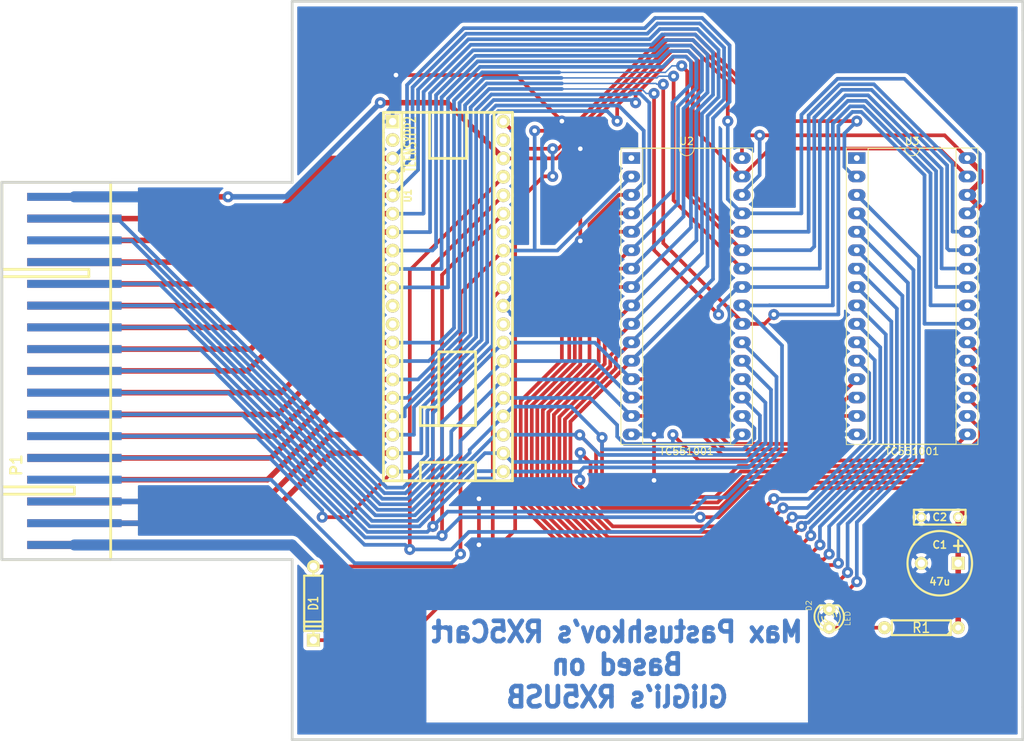
<source format=kicad_pcb>
(kicad_pcb (version 20171130) (host pcbnew 5.1.10)

  (general
    (thickness 1.6002)
    (drawings 15)
    (tracks 798)
    (zones 0)
    (modules 9)
    (nets 34)
  )

  (page User 200 200)
  (title_block
    (title "RX5Cart board")
    (date 2021-08-27)
    (rev 1)
    (company "Max Pastushkov")
  )

  (layers
    (0 F.Cu signal)
    (31 B.Cu signal)
    (33 F.Adhes user hide)
    (35 F.Paste user hide)
    (37 F.SilkS user)
    (38 B.Mask user hide)
    (39 F.Mask user hide)
    (40 Dwgs.User user hide)
    (41 Cmts.User user hide)
    (42 Eco1.User user hide)
    (43 Eco2.User user hide)
    (44 Edge.Cuts user)
    (45 Margin user hide)
    (46 B.CrtYd user hide)
    (47 F.CrtYd user hide)
    (49 F.Fab user hide)
  )

  (setup
    (last_trace_width 0.508)
    (user_trace_width 0.2)
    (user_trace_width 0.508)
    (user_trace_width 0.762)
    (user_trace_width 1.524)
    (trace_clearance 0.254)
    (zone_clearance 0.508)
    (zone_45_only no)
    (trace_min 0.2)
    (via_size 1.524)
    (via_drill 0.635)
    (via_min_size 1.524)
    (via_min_drill 0.508)
    (uvia_size 0.508)
    (uvia_drill 0.127)
    (uvias_allowed no)
    (uvia_min_size 0)
    (uvia_min_drill 0)
    (edge_width 0.381)
    (segment_width 0.381)
    (pcb_text_width 0.3048)
    (pcb_text_size 1.524 2.032)
    (mod_edge_width 0.381)
    (mod_text_size 1.524 1.524)
    (mod_text_width 0.3048)
    (pad_size 1.09982 12.99972)
    (pad_drill 0)
    (pad_to_mask_clearance 0.254)
    (aux_axis_origin 17.78 41.91)
    (grid_origin 17.78 41.91)
    (visible_elements FFFFFF7F)
    (pcbplotparams
      (layerselection 0x010ea_ffffffff)
      (usegerberextensions true)
      (usegerberattributes true)
      (usegerberadvancedattributes true)
      (creategerberjobfile true)
      (excludeedgelayer true)
      (linewidth 0.150000)
      (plotframeref false)
      (viasonmask false)
      (mode 1)
      (useauxorigin false)
      (hpglpennumber 1)
      (hpglpenspeed 20)
      (hpglpendiameter 15.000000)
      (psnegative false)
      (psa4output false)
      (plotreference true)
      (plotvalue true)
      (plotinvisibletext false)
      (padsonsilk false)
      (subtractmaskfromsilk false)
      (outputformat 1)
      (mirror false)
      (drillshape 0)
      (scaleselection 1)
      (outputdirectory "plots/"))
  )

  (net 0 "")
  (net 1 /A0)
  (net 2 /A1)
  (net 3 /A10)
  (net 4 /A11)
  (net 5 /A12)
  (net 6 /A13)
  (net 7 /A14)
  (net 8 /A15)
  (net 9 /A16)
  (net 10 /A2)
  (net 11 /A3)
  (net 12 /A4)
  (net 13 /A5)
  (net 14 /A6)
  (net 15 /A7)
  (net 16 /A8)
  (net 17 /A9)
  (net 18 /D0)
  (net 19 /D1)
  (net 20 /D2)
  (net 21 /D3)
  (net 22 /D4)
  (net 23 /D5)
  (net 24 /D6)
  (net 25 /D7)
  (net 26 GND)
  (net 27 VCC)
  (net 28 "Net-(D1-Pad1)")
  (net 29 "Net-(D2-Pad1)")
  (net 30 /CE0)
  (net 31 /CE1)
  (net 32 /OE)
  (net 33 /WE)

  (net_class Default "Ceci est la Netclass par défaut"
    (clearance 0.254)
    (trace_width 0.762)
    (via_dia 1.524)
    (via_drill 0.635)
    (uvia_dia 0.508)
    (uvia_drill 0.127)
    (add_net /A0)
    (add_net /A1)
    (add_net /A10)
    (add_net /A11)
    (add_net /A12)
    (add_net /A13)
    (add_net /A14)
    (add_net /A15)
    (add_net /A16)
    (add_net /A2)
    (add_net /A3)
    (add_net /A4)
    (add_net /A5)
    (add_net /A6)
    (add_net /A7)
    (add_net /A8)
    (add_net /A9)
    (add_net /CE0)
    (add_net /CE1)
    (add_net /D0)
    (add_net /D1)
    (add_net /D2)
    (add_net /D3)
    (add_net /D4)
    (add_net /D5)
    (add_net /D6)
    (add_net /D7)
    (add_net /OE)
    (add_net /WE)
    (add_net GND)
    (add_net "Net-(D1-Pad1)")
    (add_net "Net-(D2-Pad1)")
    (add_net "Net-(P1-PadPROT)")
    (add_net "Net-(U1-Pad11)")
    (add_net "Net-(U1-Pad12)")
    (add_net "Net-(U1-Pad2)")
    (add_net "Net-(U1-Pad41)")
    (add_net "Net-(U1-Pad44)")
    (add_net "Net-(U1-Pad46)")
    (add_net "Net-(U1-Pad51)")
    (add_net VCC)
  )

  (module rx5cart_footprints:TC551001 (layer F.Cu) (tedit 5A02E8C5) (tstamp 6126F0C3)
    (at 147.32 54.6266)
    (descr "32-lead though-hole mounted DIP package, row spacing 15.24 mm (600 mils), Socket, LongPads")
    (tags "THT DIP DIL PDIP 2.54mm 15.24mm 600mil Socket LongPads")
    (path /6129AF21)
    (fp_text reference U3 (at 7.62 -2.33) (layer F.SilkS)
      (effects (font (size 1 1) (thickness 0.15)))
    )
    (fp_text value TC551001 (at 7.62 40.43) (layer F.SilkS)
      (effects (font (size 1 1) (thickness 0.15)))
    )
    (fp_line (start 1.255 -1.27) (end 14.985 -1.27) (layer F.Fab) (width 0.1))
    (fp_line (start 14.985 -1.27) (end 14.985 39.37) (layer F.Fab) (width 0.1))
    (fp_line (start 14.985 39.37) (end 0.255 39.37) (layer F.Fab) (width 0.1))
    (fp_line (start 0.255 39.37) (end 0.255 -0.27) (layer F.Fab) (width 0.1))
    (fp_line (start 0.255 -0.27) (end 1.255 -1.27) (layer F.Fab) (width 0.1))
    (fp_line (start -1.27 -1.33) (end -1.27 39.43) (layer F.Fab) (width 0.1))
    (fp_line (start -1.27 39.43) (end 16.51 39.43) (layer F.Fab) (width 0.1))
    (fp_line (start 16.51 39.43) (end 16.51 -1.33) (layer F.Fab) (width 0.1))
    (fp_line (start 16.51 -1.33) (end -1.27 -1.33) (layer F.Fab) (width 0.1))
    (fp_line (start 6.62 -1.33) (end 1.56 -1.33) (layer F.SilkS) (width 0.12))
    (fp_line (start 1.56 -1.33) (end 1.56 39.43) (layer F.SilkS) (width 0.12))
    (fp_line (start 1.56 39.43) (end 13.68 39.43) (layer F.SilkS) (width 0.12))
    (fp_line (start 13.68 39.43) (end 13.68 -1.33) (layer F.SilkS) (width 0.12))
    (fp_line (start 13.68 -1.33) (end 8.62 -1.33) (layer F.SilkS) (width 0.12))
    (fp_line (start -1.44 -1.39) (end -1.44 39.49) (layer F.SilkS) (width 0.12))
    (fp_line (start -1.44 39.49) (end 16.68 39.49) (layer F.SilkS) (width 0.12))
    (fp_line (start 16.68 39.49) (end 16.68 -1.39) (layer F.SilkS) (width 0.12))
    (fp_line (start 16.68 -1.39) (end -1.44 -1.39) (layer F.SilkS) (width 0.12))
    (fp_line (start -1.55 -1.6) (end -1.55 39.7) (layer F.CrtYd) (width 0.05))
    (fp_line (start -1.55 39.7) (end 16.8 39.7) (layer F.CrtYd) (width 0.05))
    (fp_line (start 16.8 39.7) (end 16.8 -1.6) (layer F.CrtYd) (width 0.05))
    (fp_line (start 16.8 -1.6) (end -1.55 -1.6) (layer F.CrtYd) (width 0.05))
    (fp_text user %R (at 7.62 19.05) (layer F.Fab)
      (effects (font (size 1 1) (thickness 0.15)))
    )
    (fp_arc (start 7.62 -1.33) (end 6.62 -1.33) (angle -180) (layer F.SilkS) (width 0.12))
    (pad 32 thru_hole oval (at 15.24 0) (size 2.4 1.6) (drill 0.8) (layers *.Cu *.Mask)
      (net 27 VCC))
    (pad 16 thru_hole oval (at 0 38.1) (size 2.4 1.6) (drill 0.8) (layers *.Cu *.Mask)
      (net 26 GND))
    (pad 31 thru_hole oval (at 15.24 2.54) (size 2.4 1.6) (drill 0.8) (layers *.Cu *.Mask)
      (net 8 /A15))
    (pad 15 thru_hole oval (at 0 35.56) (size 2.4 1.6) (drill 0.8) (layers *.Cu *.Mask)
      (net 20 /D2))
    (pad 30 thru_hole oval (at 15.24 5.08) (size 2.4 1.6) (drill 0.8) (layers *.Cu *.Mask)
      (net 27 VCC))
    (pad 14 thru_hole oval (at 0 33.02) (size 2.4 1.6) (drill 0.8) (layers *.Cu *.Mask)
      (net 19 /D1))
    (pad 29 thru_hole oval (at 15.24 7.62) (size 2.4 1.6) (drill 0.8) (layers *.Cu *.Mask)
      (net 33 /WE))
    (pad 13 thru_hole oval (at 0 30.48) (size 2.4 1.6) (drill 0.8) (layers *.Cu *.Mask)
      (net 18 /D0))
    (pad 28 thru_hole oval (at 15.24 10.16) (size 2.4 1.6) (drill 0.8) (layers *.Cu *.Mask)
      (net 6 /A13))
    (pad 12 thru_hole oval (at 0 27.94) (size 2.4 1.6) (drill 0.8) (layers *.Cu *.Mask)
      (net 1 /A0))
    (pad 27 thru_hole oval (at 15.24 12.7) (size 2.4 1.6) (drill 0.8) (layers *.Cu *.Mask)
      (net 16 /A8))
    (pad 11 thru_hole oval (at 0 25.4) (size 2.4 1.6) (drill 0.8) (layers *.Cu *.Mask)
      (net 2 /A1))
    (pad 26 thru_hole oval (at 15.24 15.24) (size 2.4 1.6) (drill 0.8) (layers *.Cu *.Mask)
      (net 17 /A9))
    (pad 10 thru_hole oval (at 0 22.86) (size 2.4 1.6) (drill 0.8) (layers *.Cu *.Mask)
      (net 10 /A2))
    (pad 25 thru_hole oval (at 15.24 17.78) (size 2.4 1.6) (drill 0.8) (layers *.Cu *.Mask)
      (net 4 /A11))
    (pad 9 thru_hole oval (at 0 20.32) (size 2.4 1.6) (drill 0.8) (layers *.Cu *.Mask)
      (net 11 /A3))
    (pad 24 thru_hole oval (at 15.24 20.32) (size 2.4 1.6) (drill 0.8) (layers *.Cu *.Mask)
      (net 32 /OE))
    (pad 8 thru_hole oval (at 0 17.78) (size 2.4 1.6) (drill 0.8) (layers *.Cu *.Mask)
      (net 12 /A4))
    (pad 23 thru_hole oval (at 15.24 22.86) (size 2.4 1.6) (drill 0.8) (layers *.Cu *.Mask)
      (net 3 /A10))
    (pad 7 thru_hole oval (at 0 15.24) (size 2.4 1.6) (drill 0.8) (layers *.Cu *.Mask)
      (net 13 /A5))
    (pad 22 thru_hole oval (at 15.24 25.4) (size 2.4 1.6) (drill 0.8) (layers *.Cu *.Mask)
      (net 31 /CE1))
    (pad 6 thru_hole oval (at 0 12.7) (size 2.4 1.6) (drill 0.8) (layers *.Cu *.Mask)
      (net 14 /A6))
    (pad 21 thru_hole oval (at 15.24 27.94) (size 2.4 1.6) (drill 0.8) (layers *.Cu *.Mask)
      (net 25 /D7))
    (pad 5 thru_hole oval (at 0 10.16) (size 2.4 1.6) (drill 0.8) (layers *.Cu *.Mask)
      (net 15 /A7))
    (pad 20 thru_hole oval (at 15.24 30.48) (size 2.4 1.6) (drill 0.8) (layers *.Cu *.Mask)
      (net 24 /D6))
    (pad 4 thru_hole oval (at 0 7.62) (size 2.4 1.6) (drill 0.8) (layers *.Cu *.Mask)
      (net 5 /A12))
    (pad 19 thru_hole oval (at 15.24 33.02) (size 2.4 1.6) (drill 0.8) (layers *.Cu *.Mask)
      (net 23 /D5))
    (pad 3 thru_hole oval (at 0 5.08) (size 2.4 1.6) (drill 0.8) (layers *.Cu *.Mask)
      (net 7 /A14))
    (pad 18 thru_hole oval (at 15.24 35.56) (size 2.4 1.6) (drill 0.8) (layers *.Cu *.Mask)
      (net 22 /D4))
    (pad 2 thru_hole oval (at 0 2.54) (size 2.4 1.6) (drill 0.8) (layers *.Cu *.Mask)
      (net 9 /A16))
    (pad 17 thru_hole oval (at 15.24 38.1) (size 2.4 1.6) (drill 0.8) (layers *.Cu *.Mask)
      (net 21 /D3))
    (pad 1 thru_hole rect (at 0 0) (size 2.4 1.6) (drill 0.8) (layers *.Cu *.Mask))
    (model ${KISYS3DMOD}/Package_DIP.3dshapes/DIP-32_W15.24mm_Socket.wrl
      (at (xyz 0 0 0))
      (scale (xyz 1 1 1))
      (rotate (xyz 0 0 0))
    )
  )

  (module rx5cart_footprints:TC551001 (layer F.Cu) (tedit 5A02E8C5) (tstamp 6126F174)
    (at 116.256001 54.6266)
    (descr "32-lead though-hole mounted DIP package, row spacing 15.24 mm (600 mils), Socket, LongPads")
    (tags "THT DIP DIL PDIP 2.54mm 15.24mm 600mil Socket LongPads")
    (path /612451FE)
    (fp_text reference U2 (at 7.62 -2.33) (layer F.SilkS)
      (effects (font (size 1 1) (thickness 0.15)))
    )
    (fp_text value TC551001 (at 7.62 40.43) (layer F.SilkS)
      (effects (font (size 1 1) (thickness 0.15)))
    )
    (fp_line (start 1.255 -1.27) (end 14.985 -1.27) (layer F.Fab) (width 0.1))
    (fp_line (start 14.985 -1.27) (end 14.985 39.37) (layer F.Fab) (width 0.1))
    (fp_line (start 14.985 39.37) (end 0.255 39.37) (layer F.Fab) (width 0.1))
    (fp_line (start 0.255 39.37) (end 0.255 -0.27) (layer F.Fab) (width 0.1))
    (fp_line (start 0.255 -0.27) (end 1.255 -1.27) (layer F.Fab) (width 0.1))
    (fp_line (start -1.27 -1.33) (end -1.27 39.43) (layer F.Fab) (width 0.1))
    (fp_line (start -1.27 39.43) (end 16.51 39.43) (layer F.Fab) (width 0.1))
    (fp_line (start 16.51 39.43) (end 16.51 -1.33) (layer F.Fab) (width 0.1))
    (fp_line (start 16.51 -1.33) (end -1.27 -1.33) (layer F.Fab) (width 0.1))
    (fp_line (start 6.62 -1.33) (end 1.56 -1.33) (layer F.SilkS) (width 0.12))
    (fp_line (start 1.56 -1.33) (end 1.56 39.43) (layer F.SilkS) (width 0.12))
    (fp_line (start 1.56 39.43) (end 13.68 39.43) (layer F.SilkS) (width 0.12))
    (fp_line (start 13.68 39.43) (end 13.68 -1.33) (layer F.SilkS) (width 0.12))
    (fp_line (start 13.68 -1.33) (end 8.62 -1.33) (layer F.SilkS) (width 0.12))
    (fp_line (start -1.44 -1.39) (end -1.44 39.49) (layer F.SilkS) (width 0.12))
    (fp_line (start -1.44 39.49) (end 16.68 39.49) (layer F.SilkS) (width 0.12))
    (fp_line (start 16.68 39.49) (end 16.68 -1.39) (layer F.SilkS) (width 0.12))
    (fp_line (start 16.68 -1.39) (end -1.44 -1.39) (layer F.SilkS) (width 0.12))
    (fp_line (start -1.55 -1.6) (end -1.55 39.7) (layer F.CrtYd) (width 0.05))
    (fp_line (start -1.55 39.7) (end 16.8 39.7) (layer F.CrtYd) (width 0.05))
    (fp_line (start 16.8 39.7) (end 16.8 -1.6) (layer F.CrtYd) (width 0.05))
    (fp_line (start 16.8 -1.6) (end -1.55 -1.6) (layer F.CrtYd) (width 0.05))
    (fp_text user %R (at 7.62 19.05) (layer F.Fab)
      (effects (font (size 1 1) (thickness 0.15)))
    )
    (fp_arc (start 7.62 -1.33) (end 6.62 -1.33) (angle -180) (layer F.SilkS) (width 0.12))
    (pad 32 thru_hole oval (at 15.24 0) (size 2.4 1.6) (drill 0.8) (layers *.Cu *.Mask)
      (net 27 VCC))
    (pad 16 thru_hole oval (at 0 38.1) (size 2.4 1.6) (drill 0.8) (layers *.Cu *.Mask)
      (net 26 GND))
    (pad 31 thru_hole oval (at 15.24 2.54) (size 2.4 1.6) (drill 0.8) (layers *.Cu *.Mask)
      (net 8 /A15))
    (pad 15 thru_hole oval (at 0 35.56) (size 2.4 1.6) (drill 0.8) (layers *.Cu *.Mask)
      (net 20 /D2))
    (pad 30 thru_hole oval (at 15.24 5.08) (size 2.4 1.6) (drill 0.8) (layers *.Cu *.Mask)
      (net 27 VCC))
    (pad 14 thru_hole oval (at 0 33.02) (size 2.4 1.6) (drill 0.8) (layers *.Cu *.Mask)
      (net 19 /D1))
    (pad 29 thru_hole oval (at 15.24 7.62) (size 2.4 1.6) (drill 0.8) (layers *.Cu *.Mask)
      (net 33 /WE))
    (pad 13 thru_hole oval (at 0 30.48) (size 2.4 1.6) (drill 0.8) (layers *.Cu *.Mask)
      (net 18 /D0))
    (pad 28 thru_hole oval (at 15.24 10.16) (size 2.4 1.6) (drill 0.8) (layers *.Cu *.Mask)
      (net 6 /A13))
    (pad 12 thru_hole oval (at 0 27.94) (size 2.4 1.6) (drill 0.8) (layers *.Cu *.Mask)
      (net 1 /A0))
    (pad 27 thru_hole oval (at 15.24 12.7) (size 2.4 1.6) (drill 0.8) (layers *.Cu *.Mask)
      (net 16 /A8))
    (pad 11 thru_hole oval (at 0 25.4) (size 2.4 1.6) (drill 0.8) (layers *.Cu *.Mask)
      (net 2 /A1))
    (pad 26 thru_hole oval (at 15.24 15.24) (size 2.4 1.6) (drill 0.8) (layers *.Cu *.Mask)
      (net 17 /A9))
    (pad 10 thru_hole oval (at 0 22.86) (size 2.4 1.6) (drill 0.8) (layers *.Cu *.Mask)
      (net 10 /A2))
    (pad 25 thru_hole oval (at 15.24 17.78) (size 2.4 1.6) (drill 0.8) (layers *.Cu *.Mask)
      (net 4 /A11))
    (pad 9 thru_hole oval (at 0 20.32) (size 2.4 1.6) (drill 0.8) (layers *.Cu *.Mask)
      (net 11 /A3))
    (pad 24 thru_hole oval (at 15.24 20.32) (size 2.4 1.6) (drill 0.8) (layers *.Cu *.Mask)
      (net 32 /OE))
    (pad 8 thru_hole oval (at 0 17.78) (size 2.4 1.6) (drill 0.8) (layers *.Cu *.Mask)
      (net 12 /A4))
    (pad 23 thru_hole oval (at 15.24 22.86) (size 2.4 1.6) (drill 0.8) (layers *.Cu *.Mask)
      (net 3 /A10))
    (pad 7 thru_hole oval (at 0 15.24) (size 2.4 1.6) (drill 0.8) (layers *.Cu *.Mask)
      (net 13 /A5))
    (pad 22 thru_hole oval (at 15.24 25.4) (size 2.4 1.6) (drill 0.8) (layers *.Cu *.Mask)
      (net 30 /CE0))
    (pad 6 thru_hole oval (at 0 12.7) (size 2.4 1.6) (drill 0.8) (layers *.Cu *.Mask)
      (net 14 /A6))
    (pad 21 thru_hole oval (at 15.24 27.94) (size 2.4 1.6) (drill 0.8) (layers *.Cu *.Mask)
      (net 25 /D7))
    (pad 5 thru_hole oval (at 0 10.16) (size 2.4 1.6) (drill 0.8) (layers *.Cu *.Mask)
      (net 15 /A7))
    (pad 20 thru_hole oval (at 15.24 30.48) (size 2.4 1.6) (drill 0.8) (layers *.Cu *.Mask)
      (net 24 /D6))
    (pad 4 thru_hole oval (at 0 7.62) (size 2.4 1.6) (drill 0.8) (layers *.Cu *.Mask)
      (net 5 /A12))
    (pad 19 thru_hole oval (at 15.24 33.02) (size 2.4 1.6) (drill 0.8) (layers *.Cu *.Mask)
      (net 23 /D5))
    (pad 3 thru_hole oval (at 0 5.08) (size 2.4 1.6) (drill 0.8) (layers *.Cu *.Mask)
      (net 7 /A14))
    (pad 18 thru_hole oval (at 15.24 35.56) (size 2.4 1.6) (drill 0.8) (layers *.Cu *.Mask)
      (net 22 /D4))
    (pad 2 thru_hole oval (at 0 2.54) (size 2.4 1.6) (drill 0.8) (layers *.Cu *.Mask)
      (net 9 /A16))
    (pad 17 thru_hole oval (at 15.24 38.1) (size 2.4 1.6) (drill 0.8) (layers *.Cu *.Mask)
      (net 21 /D3))
    (pad 1 thru_hole rect (at 0 0) (size 2.4 1.6) (drill 0.8) (layers *.Cu *.Mask))
    (model ${KISYS3DMOD}/Package_DIP.3dshapes/DIP-32_W15.24mm_Socket.wrl
      (at (xyz 0 0 0))
      (scale (xyz 1 1 1))
      (rotate (xyz 0 0 0))
    )
  )

  (module rx5cart_footprints:TEENSYPP2 (layer F.Cu) (tedit 50BFBADE) (tstamp 50BFD6D9)
    (at 90.98534 73.7235 270)
    (path /50BF4075)
    (fp_text reference U1 (at -13.89888 5.4991 90) (layer F.SilkS)
      (effects (font (size 0.9144 0.9144) (thickness 0.2286)))
    )
    (fp_text value TEENSYPP2 (at -21.00072 5.19938 90) (layer F.SilkS)
      (effects (font (size 1.524 0.9144) (thickness 0.2286)))
    )
    (fp_line (start -25.4 8.89) (end -25.4 -8.89) (layer F.SilkS) (width 0.381))
    (fp_line (start 25.4 8.89) (end -25.4 8.89) (layer F.SilkS) (width 0.381))
    (fp_line (start 25.4 -8.89) (end 25.4 8.89) (layer F.SilkS) (width 0.381))
    (fp_line (start -25.4 -8.89) (end 25.4 -8.89) (layer F.SilkS) (width 0.381))
    (fp_line (start -25.4 -6.35) (end 25.4 -6.35) (layer F.SilkS) (width 0.381))
    (fp_line (start 25.4 6.35) (end -25.4 6.35) (layer F.SilkS) (width 0.381))
    (fp_line (start -19.05 2.54) (end -25.4 2.54) (layer F.SilkS) (width 0.381))
    (fp_line (start -19.05 -2.54) (end -19.05 2.54) (layer F.SilkS) (width 0.381))
    (fp_line (start -25.4 -2.54) (end -19.05 -2.54) (layer F.SilkS) (width 0.381))
    (fp_line (start 22.86 3.81) (end 25.4 3.81) (layer F.SilkS) (width 0.381))
    (fp_line (start 22.86 -3.81) (end 22.86 3.81) (layer F.SilkS) (width 0.381))
    (fp_line (start 25.4 -3.81) (end 22.86 -3.81) (layer F.SilkS) (width 0.381))
    (fp_line (start 7.62 -3.81) (end 17.78 -3.81) (layer F.SilkS) (width 0.381))
    (fp_line (start 7.62 1.27) (end 7.62 -3.81) (layer F.SilkS) (width 0.381))
    (fp_line (start 15.24 1.27) (end 7.62 1.27) (layer F.SilkS) (width 0.381))
    (fp_line (start 15.24 3.81) (end 15.24 1.27) (layer F.SilkS) (width 0.381))
    (fp_line (start 17.78 3.81) (end 15.24 3.81) (layer F.SilkS) (width 0.381))
    (fp_line (start 17.78 -3.81) (end 17.78 3.81) (layer F.SilkS) (width 0.381))
    (fp_line (start 15.24 1.27) (end 17.78 1.27) (layer F.SilkS) (width 0.381))
    (pad 1 thru_hole rect (at -24.13 7.62 270) (size 1.8796 1.8796) (drill 1.016) (layers *.Cu *.Mask F.SilkS)
      (net 26 GND))
    (pad 2 thru_hole circle (at -21.59 7.62 270) (size 1.8796 1.8796) (drill 1.016) (layers *.Cu *.Mask F.SilkS))
    (pad 3 thru_hole circle (at -19.05 7.62 270) (size 1.8796 1.8796) (drill 1.016) (layers *.Cu *.Mask F.SilkS)
      (net 1 /A0))
    (pad 4 thru_hole circle (at -16.51 7.62 270) (size 1.8796 1.8796) (drill 1.016) (layers *.Cu *.Mask F.SilkS)
      (net 2 /A1))
    (pad 5 thru_hole circle (at -13.97 7.62 270) (size 1.8796 1.8796) (drill 1.016) (layers *.Cu *.Mask F.SilkS)
      (net 10 /A2))
    (pad 6 thru_hole circle (at -11.43 7.62 270) (size 1.8796 1.8796) (drill 1.016) (layers *.Cu *.Mask F.SilkS)
      (net 11 /A3))
    (pad 7 thru_hole circle (at -8.89 7.62 270) (size 1.8796 1.8796) (drill 1.016) (layers *.Cu *.Mask F.SilkS)
      (net 12 /A4))
    (pad 8 thru_hole circle (at -6.35 7.62 270) (size 1.8796 1.8796) (drill 1.016) (layers *.Cu *.Mask F.SilkS)
      (net 13 /A5))
    (pad 9 thru_hole circle (at -3.81 7.62 270) (size 1.8796 1.8796) (drill 1.016) (layers *.Cu *.Mask F.SilkS)
      (net 14 /A6))
    (pad 10 thru_hole circle (at -1.27 7.62 270) (size 1.8796 1.8796) (drill 1.016) (layers *.Cu *.Mask F.SilkS)
      (net 15 /A7))
    (pad 11 thru_hole circle (at 1.27 7.62 270) (size 1.8796 1.8796) (drill 1.016) (layers *.Cu *.Mask F.SilkS))
    (pad 12 thru_hole circle (at 3.81 7.62 270) (size 1.8796 1.8796) (drill 1.016) (layers *.Cu *.Mask F.SilkS))
    (pad 13 thru_hole circle (at 6.35 7.62 270) (size 1.8796 1.8796) (drill 1.016) (layers *.Cu *.Mask F.SilkS)
      (net 16 /A8))
    (pad 14 thru_hole circle (at 8.89 7.62 270) (size 1.8796 1.8796) (drill 1.016) (layers *.Cu *.Mask F.SilkS)
      (net 17 /A9))
    (pad 15 thru_hole circle (at 11.43 7.62 270) (size 1.8796 1.8796) (drill 1.016) (layers *.Cu *.Mask F.SilkS)
      (net 3 /A10))
    (pad 16 thru_hole circle (at 13.97 7.62 270) (size 1.8796 1.8796) (drill 1.016) (layers *.Cu *.Mask F.SilkS)
      (net 4 /A11))
    (pad 17 thru_hole circle (at 16.51 7.62 270) (size 1.8796 1.8796) (drill 1.016) (layers *.Cu *.Mask F.SilkS)
      (net 5 /A12))
    (pad 18 thru_hole circle (at 19.05 7.62 270) (size 1.8796 1.8796) (drill 1.016) (layers *.Cu *.Mask F.SilkS)
      (net 6 /A13))
    (pad 19 thru_hole circle (at 21.59 7.62 270) (size 1.8796 1.8796) (drill 1.016) (layers *.Cu *.Mask F.SilkS)
      (net 7 /A14))
    (pad 20 thru_hole circle (at 24.13 7.62 270) (size 1.8796 1.8796) (drill 1.016) (layers *.Cu *.Mask F.SilkS)
      (net 8 /A15))
    (pad 33 thru_hole circle (at 24.13 -7.62 270) (size 1.8796 1.8796) (drill 1.016) (layers *.Cu *.Mask F.SilkS)
      (net 25 /D7))
    (pad 34 thru_hole circle (at 21.59 -7.62 270) (size 1.8796 1.8796) (drill 1.016) (layers *.Cu *.Mask F.SilkS)
      (net 24 /D6))
    (pad 35 thru_hole circle (at 19.05 -7.62 270) (size 1.8796 1.8796) (drill 1.016) (layers *.Cu *.Mask F.SilkS)
      (net 23 /D5))
    (pad 36 thru_hole circle (at 16.51 -7.62 270) (size 1.8796 1.8796) (drill 1.016) (layers *.Cu *.Mask F.SilkS)
      (net 22 /D4))
    (pad 37 thru_hole circle (at 13.97 -7.62 270) (size 1.8796 1.8796) (drill 1.016) (layers *.Cu *.Mask F.SilkS)
      (net 21 /D3))
    (pad 38 thru_hole circle (at 11.43 -7.62 270) (size 1.8796 1.8796) (drill 1.016) (layers *.Cu *.Mask F.SilkS)
      (net 20 /D2))
    (pad 39 thru_hole circle (at 8.89 -7.62 270) (size 1.8796 1.8796) (drill 1.016) (layers *.Cu *.Mask F.SilkS)
      (net 19 /D1))
    (pad 40 thru_hole circle (at 6.35 -7.62 270) (size 1.8796 1.8796) (drill 1.016) (layers *.Cu *.Mask F.SilkS)
      (net 18 /D0))
    (pad 41 thru_hole circle (at 3.81 -7.62 270) (size 1.8796 1.8796) (drill 1.016) (layers *.Cu *.Mask F.SilkS))
    (pad 42 thru_hole circle (at 1.27 -7.62 270) (size 1.8796 1.8796) (drill 1.016) (layers *.Cu *.Mask F.SilkS)
      (net 26 GND))
    (pad 43 thru_hole circle (at -1.27 -7.62 270) (size 1.8796 1.8796) (drill 1.016) (layers *.Cu *.Mask F.SilkS)
      (net 28 "Net-(D1-Pad1)"))
    (pad 44 thru_hole circle (at -3.81 -7.62 270) (size 1.8796 1.8796) (drill 1.016) (layers *.Cu *.Mask F.SilkS))
    (pad 45 thru_hole circle (at -6.35 -7.62 270) (size 1.8796 1.8796) (drill 1.016) (layers *.Cu *.Mask F.SilkS)
      (net 9 /A16))
    (pad 46 thru_hole circle (at -8.89 -7.62 270) (size 1.8796 1.8796) (drill 1.016) (layers *.Cu *.Mask F.SilkS))
    (pad 47 thru_hole circle (at -11.43 -7.62 270) (size 1.8796 1.8796) (drill 1.016) (layers *.Cu *.Mask F.SilkS)
      (net 31 /CE1))
    (pad 48 thru_hole circle (at -13.97 -7.62 270) (size 1.8796 1.8796) (drill 1.016) (layers *.Cu *.Mask F.SilkS)
      (net 30 /CE0))
    (pad 49 thru_hole circle (at -16.51 -7.62 270) (size 1.8796 1.8796) (drill 1.016) (layers *.Cu *.Mask F.SilkS)
      (net 32 /OE))
    (pad 50 thru_hole circle (at -19.05 -7.62 270) (size 1.8796 1.8796) (drill 1.016) (layers *.Cu *.Mask F.SilkS)
      (net 33 /WE))
    (pad 51 thru_hole circle (at -21.59 -7.62 270) (size 1.8796 1.8796) (drill 1.016) (layers *.Cu *.Mask F.SilkS))
    (pad 52 thru_hole circle (at -24.13 -7.62 270) (size 1.8796 1.8796) (drill 1.016) (layers *.Cu *.Mask F.SilkS)
      (net 27 VCC))
  )

  (module rx5cart_footprints:RESISTOR (layer F.Cu) (tedit 47E2673E) (tstamp 50BFD6DD)
    (at 156.21 119.38 180)
    (descr "Resitance 4 pas")
    (tags R)
    (path /50BF5B8F)
    (autoplace_cost180 10)
    (fp_text reference R1 (at 0 0) (layer F.SilkS)
      (effects (font (size 1.397 1.27) (thickness 0.2032)))
    )
    (fp_text value 470 (at 0 0) (layer F.SilkS) hide
      (effects (font (size 1.397 1.27) (thickness 0.2032)))
    )
    (fp_line (start 5.08 0) (end 4.064 0) (layer F.SilkS) (width 0.3048))
    (fp_line (start -4.064 -0.508) (end -3.556 -1.016) (layer F.SilkS) (width 0.3048))
    (fp_line (start -4.064 1.016) (end -4.064 0) (layer F.SilkS) (width 0.3048))
    (fp_line (start 4.064 1.016) (end -4.064 1.016) (layer F.SilkS) (width 0.3048))
    (fp_line (start 4.064 -1.016) (end 4.064 1.016) (layer F.SilkS) (width 0.3048))
    (fp_line (start -4.064 -1.016) (end 4.064 -1.016) (layer F.SilkS) (width 0.3048))
    (fp_line (start -4.064 0) (end -4.064 -1.016) (layer F.SilkS) (width 0.3048))
    (fp_line (start -5.08 0) (end -4.064 0) (layer F.SilkS) (width 0.3048))
    (pad 1 thru_hole circle (at -5.08 0 180) (size 1.778 1.778) (drill 0.8128) (layers *.Cu *.Mask F.SilkS)
      (net 27 VCC))
    (pad 2 thru_hole circle (at 5.08 0 180) (size 1.778 1.778) (drill 0.8128) (layers *.Cu *.Mask F.SilkS)
      (net 29 "Net-(D2-Pad1)"))
    (model discret/resistor.wrl
      (at (xyz 0 0 0))
      (scale (xyz 0.4 0.4 0.4))
      (rotate (xyz 0 0 0))
    )
  )

  (module rx5cart_footprints:RX5_WDC_CART (layer F.Cu) (tedit 612460F0) (tstamp 50BFA79B)
    (at 29.50972 109.9693 90)
    (descr "Yamaha RX5 waveform cartridge connector")
    (tags "RX5 WDC CART")
    (path /50BF49CB)
    (fp_text reference P1 (at 12.99972 1.99898 90) (layer F.SilkS)
      (effects (font (size 1.524 1.524) (thickness 0.3048)))
    )
    (fp_text value RX5_WDC (at 24.00046 1.99898 90) (layer F.SilkS) hide
      (effects (font (size 1.524 1.524) (thickness 0.3048)))
    )
    (fp_line (start 8.99922 0) (end 0 0) (layer F.SilkS) (width 0.381))
    (fp_line (start 38.99916 0) (end 9.99998 0) (layer F.SilkS) (width 0.381))
    (fp_line (start 39.99992 0) (end 51.99888 0) (layer F.SilkS) (width 0.381))
    (fp_line (start 51.99888 0) (end 39.99992 0) (layer F.SilkS) (width 0.381))
    (fp_line (start 39.99992 -0.00254) (end 39.99992 11.99642) (layer F.SilkS) (width 0.381))
    (fp_line (start 39.99992 11.99642) (end 38.99916 11.99642) (layer F.SilkS) (width 0.381))
    (fp_line (start 38.99916 11.99642) (end 38.99916 -0.00254) (layer F.SilkS) (width 0.381))
    (fp_line (start 8.99922 0) (end 8.99922 9.99998) (layer F.SilkS) (width 0.381))
    (fp_line (start 8.99922 9.99998) (end 9.99998 9.99998) (layer F.SilkS) (width 0.381))
    (fp_line (start 9.99998 9.99998) (end 9.99998 0) (layer F.SilkS) (width 0.381))
    (fp_line (start 0 0) (end 0 15.00124) (layer F.SilkS) (width 0.381))
    (fp_line (start 0 15.00124) (end 51.99888 15.00124) (layer F.SilkS) (width 0.381))
    (fp_line (start 51.99888 15.00124) (end 51.99888 0) (layer F.SilkS) (width 0.381))
    (pad GND connect rect (at 49.9999 9.99998 90) (size 1.09982 12.99972) (layers B.Cu B.Mask)
      (net 26 GND))
    (pad D0 connect rect (at 47.00016 9.99998 90) (size 1.09982 12.99972) (layers B.Cu B.Mask)
      (net 18 /D0))
    (pad D1 connect rect (at 43.99788 9.99998 90) (size 1.09982 12.99972) (layers B.Cu B.Mask)
      (net 19 /D1))
    (pad D2 connect rect (at 40.99814 9.99998 90) (size 1.09982 12.99972) (layers B.Cu B.Mask)
      (net 20 /D2))
    (pad D3 connect rect (at 37.9984 9.99998 90) (size 1.09982 12.99972) (layers B.Cu B.Mask)
      (net 21 /D3))
    (pad D4 connect rect (at 34.99866 9.99998 90) (size 1.09982 12.99972) (layers B.Cu B.Mask)
      (net 22 /D4))
    (pad D5 connect rect (at 31.99892 9.99998 90) (size 1.09982 12.99972) (layers B.Cu B.Mask)
      (net 23 /D5))
    (pad D6 connect rect (at 28.99918 9.99998 90) (size 1.09982 12.99972) (layers B.Cu B.Mask)
      (net 24 /D6))
    (pad D7 connect rect (at 25.99944 9.99998 90) (size 1.09982 12.99972) (layers B.Cu B.Mask)
      (net 25 /D7))
    (pad CE0 connect rect (at 22.9997 9.99998 90) (size 1.09982 12.99972) (layers B.Cu B.Mask)
      (net 30 /CE0))
    (pad CE1 connect rect (at 19.99996 9.99998 90) (size 1.09982 12.99972) (layers B.Cu B.Mask)
      (net 31 /CE1))
    (pad OE connect rect (at 17.00022 9.99998 90) (size 1.09982 12.99972) (layers B.Cu B.Mask)
      (net 32 /OE))
    (pad A15 connect rect (at 13.99794 9.99998 90) (size 1.09982 12.99972) (layers B.Cu B.Mask)
      (net 8 /A15))
    (pad A16 connect rect (at 10.9982 9.99998 90) (size 1.09982 12.99972) (layers B.Cu B.Mask)
      (net 9 /A16))
    (pad CT0 connect rect (at 7.99846 9.99998 90) (size 1.09982 12.99972) (layers B.Cu B.Mask)
      (net 26 GND))
    (pad CT1 connect rect (at 4.99872 9.99998 90) (size 1.09982 12.99972) (layers B.Cu B.Mask)
      (net 26 GND))
    (pad +5V connect rect (at 1.99898 9.99998 90) (size 1.09982 12.99972) (layers B.Cu B.Mask)
      (net 28 "Net-(D1-Pad1)"))
    (pad WE connect rect (at 49.9999 9.99998 90) (size 1.09982 12.99972) (layers F.Cu F.Mask)
      (net 33 /WE))
    (pad A0 connect rect (at 47.00016 9.99998 90) (size 1.09982 12.99972) (layers F.Cu F.Mask)
      (net 1 /A0))
    (pad A1 connect rect (at 43.99788 9.99998 90) (size 1.09982 12.99972) (layers F.Cu F.Mask)
      (net 2 /A1))
    (pad A2 connect rect (at 40.99814 9.99998 90) (size 1.09982 12.99972) (layers F.Cu F.Mask)
      (net 10 /A2))
    (pad A3 connect rect (at 37.9984 9.99998 90) (size 1.09982 12.99972) (layers F.Cu F.Mask)
      (net 11 /A3))
    (pad A4 connect rect (at 34.99866 9.99998 90) (size 1.09982 12.99972) (layers F.Cu F.Mask)
      (net 12 /A4))
    (pad A5 connect rect (at 31.99892 9.99998 90) (size 1.09982 12.99972) (layers F.Cu F.Mask)
      (net 13 /A5))
    (pad A6 connect rect (at 28.99918 9.99998 90) (size 1.09982 12.99972) (layers F.Cu F.Mask)
      (net 14 /A6))
    (pad A7 connect rect (at 25.99944 9.99998 90) (size 1.09982 12.99972) (layers F.Cu F.Mask)
      (net 15 /A7))
    (pad A8 connect rect (at 22.9997 9.99998 90) (size 1.09982 12.99972) (layers F.Cu F.Mask)
      (net 16 /A8))
    (pad A9 connect rect (at 19.99996 9.99998 90) (size 1.09982 12.99972) (layers F.Cu F.Mask)
      (net 17 /A9))
    (pad A10 connect rect (at 17.00022 9.99998 90) (size 1.09982 12.99972) (layers F.Cu F.Mask)
      (net 3 /A10))
    (pad A11 connect rect (at 13.99794 9.99998 90) (size 1.09982 12.99972) (layers F.Cu F.Mask)
      (net 4 /A11))
    (pad A12 connect rect (at 10.9982 9.99998 90) (size 1.09982 12.99972) (layers F.Cu F.Mask)
      (net 5 /A12))
    (pad A13 connect rect (at 7.99846 9.99998 90) (size 1.09982 12.99972) (layers F.Cu F.Mask)
      (net 6 /A13))
    (pad A14 connect rect (at 4.99872 9.99998 90) (size 1.09982 12.99972) (layers F.Cu F.Mask)
      (net 7 /A14))
    (pad PROT connect rect (at 1.99898 9.99998 90) (size 1.09982 12.99972) (layers F.Cu F.Mask))
  )

  (module rx5cart_footprints:LED-3MM (layer F.Cu) (tedit 611C3511) (tstamp 50BFD6DE)
    (at 143.51 118.11 90)
    (descr "LED 3mm - Lead pitch 100mil (2,54mm)")
    (tags "LED led 3mm 3MM 100mil 2,54mm")
    (path /50BF5B99)
    (fp_text reference D2 (at 1.778 -2.794 90) (layer F.SilkS)
      (effects (font (size 0.762 0.762) (thickness 0.0889)))
    )
    (fp_text value LED (at 0 2.54 90) (layer F.SilkS)
      (effects (font (size 0.762 0.762) (thickness 0.0889)))
    )
    (fp_line (start 1.8288 1.27) (end 1.8288 -1.27) (layer F.SilkS) (width 0.254))
    (fp_arc (start 0.254 0) (end -1.27 0) (angle 39.8) (layer F.SilkS) (width 0.1524))
    (fp_arc (start 0.254 0) (end -0.88392 1.01092) (angle 41.6) (layer F.SilkS) (width 0.1524))
    (fp_arc (start 0.254 0) (end 1.4097 -0.9906) (angle 40.6) (layer F.SilkS) (width 0.1524))
    (fp_arc (start 0.254 0) (end 1.778 0) (angle 39.8) (layer F.SilkS) (width 0.1524))
    (fp_arc (start 0.254 0) (end 0.254 -1.524) (angle 54.4) (layer F.SilkS) (width 0.1524))
    (fp_arc (start 0.254 0) (end -0.9652 -0.9144) (angle 53.1) (layer F.SilkS) (width 0.1524))
    (fp_arc (start 0.254 0) (end 1.45542 0.93472) (angle 52.1) (layer F.SilkS) (width 0.1524))
    (fp_arc (start 0.254 0) (end 0.254 1.524) (angle 52.1) (layer F.SilkS) (width 0.1524))
    (fp_arc (start 0.254 0) (end -0.381 0) (angle 90) (layer F.SilkS) (width 0.1524))
    (fp_arc (start 0.254 0) (end -0.762 0) (angle 90) (layer F.SilkS) (width 0.1524))
    (fp_arc (start 0.254 0) (end 0.889 0) (angle 90) (layer F.SilkS) (width 0.1524))
    (fp_arc (start 0.254 0) (end 1.27 0) (angle 90) (layer F.SilkS) (width 0.1524))
    (fp_arc (start 0.254 0) (end 0.254 -2.032) (angle 50.1) (layer F.SilkS) (width 0.254))
    (fp_arc (start 0.254 0) (end -1.5367 -0.95504) (angle 61.9) (layer F.SilkS) (width 0.254))
    (fp_arc (start 0.254 0) (end 1.8034 1.31064) (angle 49.7) (layer F.SilkS) (width 0.254))
    (fp_arc (start 0.254 0) (end 0.254 2.032) (angle 60.2) (layer F.SilkS) (width 0.254))
    (fp_arc (start 0.254 0) (end -1.778 0) (angle 28.3) (layer F.SilkS) (width 0.254))
    (fp_arc (start 0.254 0) (end -1.47574 1.06426) (angle 31.6) (layer F.SilkS) (width 0.254))
    (pad 1 thru_hole circle (at -1.27 0 90) (size 1.6764 1.6764) (drill 0.8128) (layers *.Cu *.Mask F.Paste F.SilkS)
      (net 29 "Net-(D2-Pad1)"))
    (pad 2 thru_hole circle (at 1.27 0 90) (size 1.6764 1.6764) (drill 0.8128) (layers *.Cu *.Mask F.Paste F.SilkS)
      (net 26 GND))
    (model discret/leds/led3_vertical_verde.wrl
      (at (xyz 0 0 0))
      (scale (xyz 1 1 1))
      (rotate (xyz 0 0 0))
    )
  )

  (module rx5cart_footprints:1N5817 (layer F.Cu) (tedit 200000) (tstamp 50BFD6E0)
    (at 72.44334 116.0145 270)
    (descr "Diode 4 pas")
    (tags "DIODE DEV")
    (path /50BF552D)
    (fp_text reference D1 (at 0 0 90) (layer F.SilkS)
      (effects (font (size 1.27 1.016) (thickness 0.2032)))
    )
    (fp_text value 1N5817 (at 0 0 90) (layer F.SilkS) hide
      (effects (font (size 1.27 1.016) (thickness 0.2032)))
    )
    (fp_line (start 3.81 0) (end 5.08 0) (layer F.SilkS) (width 0.3048))
    (fp_line (start -3.81 0) (end -5.08 0) (layer F.SilkS) (width 0.3048))
    (fp_line (start 2.54 1.27) (end 2.54 -1.27) (layer F.SilkS) (width 0.3048))
    (fp_line (start 3.175 -1.27) (end 3.175 1.27) (layer F.SilkS) (width 0.3048))
    (fp_line (start -3.81 1.27) (end -3.81 -1.27) (layer F.SilkS) (width 0.3048))
    (fp_line (start 3.81 1.27) (end -3.81 1.27) (layer F.SilkS) (width 0.3048))
    (fp_line (start 3.81 -1.27) (end 3.81 1.27) (layer F.SilkS) (width 0.3048))
    (fp_line (start -3.81 -1.27) (end 3.81 -1.27) (layer F.SilkS) (width 0.3048))
    (pad 1 thru_hole circle (at -5.08 0 270) (size 1.778 1.778) (drill 1.016) (layers *.Cu *.Mask F.SilkS)
      (net 28 "Net-(D1-Pad1)"))
    (pad 2 thru_hole rect (at 5.08 0 270) (size 1.778 1.778) (drill 1.016) (layers *.Cu *.Mask F.SilkS)
      (net 27 VCC))
    (model discret/diode.wrl
      (at (xyz 0 0 0))
      (scale (xyz 0.4 0.4 0.4))
      (rotate (xyz 0 0 0))
    )
  )

  (module rx5cart_footprints:C2 (layer F.Cu) (tedit 200000) (tstamp 50BFD6E2)
    (at 158.75 104.14 180)
    (descr "Condensateur = 2 pas")
    (tags C)
    (path /50BF5B53)
    (fp_text reference C2 (at 0 0) (layer F.SilkS)
      (effects (font (size 1.016 1.016) (thickness 0.2032)))
    )
    (fp_text value 100n (at 0 0) (layer F.SilkS) hide
      (effects (font (size 1.016 1.016) (thickness 0.2032)))
    )
    (fp_line (start -3.556 -0.508) (end -3.048 -1.016) (layer F.SilkS) (width 0.3048))
    (fp_line (start -3.556 1.016) (end -3.556 -1.016) (layer F.SilkS) (width 0.3048))
    (fp_line (start 3.556 1.016) (end -3.556 1.016) (layer F.SilkS) (width 0.3048))
    (fp_line (start 3.556 -1.016) (end 3.556 1.016) (layer F.SilkS) (width 0.3048))
    (fp_line (start -3.556 -1.016) (end 3.556 -1.016) (layer F.SilkS) (width 0.3048))
    (pad 1 thru_hole circle (at -2.54 0 180) (size 1.397 1.397) (drill 0.8128) (layers *.Cu *.Mask F.SilkS)
      (net 27 VCC))
    (pad 2 thru_hole circle (at 2.54 0 180) (size 1.397 1.397) (drill 0.8128) (layers *.Cu *.Mask F.SilkS)
      (net 26 GND))
    (model discret/capa_2pas_5x5mm.wrl
      (at (xyz 0 0 0))
      (scale (xyz 1 1 1))
      (rotate (xyz 0 0 0))
    )
  )

  (module rx5cart_footprints:C1 (layer F.Cu) (tedit 46544AA3) (tstamp 61287315)
    (at 158.75 110.49 180)
    (descr "Condensateur polarise")
    (tags CP)
    (path /50BF5B72)
    (fp_text reference C1 (at 0 2.54) (layer F.SilkS)
      (effects (font (size 1.016 1.016) (thickness 0.2032)))
    )
    (fp_text value 47u (at 0 -2.54) (layer F.SilkS)
      (effects (font (size 1.016 1.016) (thickness 0.2032)))
    )
    (fp_circle (center 0 0) (end -4.445 0) (layer F.SilkS) (width 0.3048))
    (pad 1 thru_hole rect (at -2.54 0 180) (size 1.778 1.778) (drill 1.016) (layers *.Cu *.Mask F.SilkS)
      (net 27 VCC))
    (pad 2 thru_hole circle (at 2.54 0 180) (size 1.778 1.778) (drill 1.016) (layers *.Cu *.Mask F.SilkS)
      (net 26 GND))
    (model discret/c_vert_c2v10.wrl
      (at (xyz 0 0 0))
      (scale (xyz 1 1 1))
      (rotate (xyz 0 0 0))
    )
  )

  (gr_text "Rev 1.0" (at 76.2 130.81) (layer B.Cu)
    (effects (font (size 2.032 1.524) (thickness 0.3048)) (justify mirror))
  )
  (gr_text + (at 161.29 107.95) (layer F.SilkS)
    (effects (font (size 2.032 1.524) (thickness 0.3048)))
  )
  (gr_line (start 170.18 134.8105) (end 170.18 130.31216) (angle 90) (layer Edge.Cuts) (width 0.381) (tstamp 612873AD))
  (gr_line (start 69.51726 134.8105) (end 170.18 134.8105) (angle 90) (layer Edge.Cuts) (width 0.381))
  (gr_line (start 69.51726 130.81) (end 69.51726 134.8105) (angle 90) (layer Edge.Cuts) (width 0.381))
  (gr_line (start 29.51734 57.9755) (end 29.51734 109.97438) (angle 90) (layer Edge.Cuts) (width 0.381))
  (gr_text "Max Pastushkov's RX5Cart\nBased on\nGliGli's RX5USB" (at 114.3 124.46) (layer B.Cu)
    (effects (font (size 2.794 2.54) (thickness 0.635)) (justify mirror))
  )
  (gr_line (start 170.18 33.02) (end 170.18 37.0205) (angle 90) (layer Edge.Cuts) (width 0.381) (tstamp 6126F326))
  (gr_line (start 69.51726 33.02) (end 170.18 33.02) (angle 90) (layer Edge.Cuts) (width 0.381))
  (gr_line (start 69.51726 37.0205) (end 69.51726 33.02) (angle 90) (layer Edge.Cuts) (width 0.381))
  (gr_line (start 170.18 130.31216) (end 170.18 37.0205) (angle 90) (layer Edge.Cuts) (width 0.381) (tstamp 612873AA))
  (gr_line (start 69.51726 57.9755) (end 69.51726 37.0205) (angle 90) (layer Edge.Cuts) (width 0.381))
  (gr_line (start 69.51726 109.97438) (end 29.51734 109.97438) (angle 90) (layer Edge.Cuts) (width 0.381))
  (gr_line (start 29.51734 57.9755) (end 69.51726 57.9755) (angle 90) (layer Edge.Cuts) (width 0.381))
  (gr_line (start 69.51726 109.97438) (end 69.51726 130.81) (angle 90) (layer Edge.Cuts) (width 0.381))

  (segment (start 39.5097 62.96914) (end 66.57086 62.96914) (width 0.762) (layer F.Cu) (net 1))
  (segment (start 74.8665 54.6735) (end 83.36534 54.6735) (width 0.762) (layer F.Cu) (net 1))
  (segment (start 66.57086 62.96914) (end 74.8665 54.6735) (width 0.762) (layer F.Cu) (net 1))
  (segment (start 124.822101 74.0005) (end 116.256001 82.5666) (width 0.508) (layer B.Cu) (net 1))
  (segment (start 85.34397 44.547464) (end 93.175885 36.715549) (width 0.508) (layer B.Cu) (net 1))
  (segment (start 85.34397 52.69487) (end 85.34397 44.547464) (width 0.508) (layer B.Cu) (net 1))
  (segment (start 83.36534 54.6735) (end 85.34397 52.69487) (width 0.508) (layer B.Cu) (net 1))
  (segment (start 93.175885 36.715549) (end 118.11 36.715549) (width 0.508) (layer B.Cu) (net 1))
  (segment (start 127.50804 71.314561) (end 116.256001 82.5666) (width 0.508) (layer B.Cu) (net 1))
  (segment (start 127.50804 49.137824) (end 127.50804 71.314561) (width 0.508) (layer B.Cu) (net 1))
  (segment (start 129.794071 46.851793) (end 127.50804 49.137824) (width 0.508) (layer B.Cu) (net 1))
  (segment (start 126.009039 35.305929) (end 129.794071 39.090961) (width 0.508) (layer B.Cu) (net 1))
  (segment (start 129.794071 39.090961) (end 129.794071 46.851793) (width 0.508) (layer B.Cu) (net 1))
  (segment (start 119.51962 35.305929) (end 126.009039 35.305929) (width 0.508) (layer B.Cu) (net 1))
  (segment (start 118.11 36.715549) (end 119.51962 35.305929) (width 0.508) (layer B.Cu) (net 1))
  (segment (start 107.864557 99.584159) (end 113.690398 105.41) (width 0.508) (layer F.Cu) (net 1))
  (segment (start 107.864557 90.958044) (end 107.864557 99.584159) (width 0.508) (layer F.Cu) (net 1))
  (segment (start 116.256001 82.5666) (end 107.864557 90.958044) (width 0.508) (layer F.Cu) (net 1))
  (segment (start 113.690398 105.41) (end 132.08 105.41) (width 0.508) (layer F.Cu) (net 1))
  (segment (start 132.08 105.41) (end 135.89 101.6) (width 0.508) (layer F.Cu) (net 1))
  (segment (start 135.89 101.6) (end 135.89 101.6) (width 0.508) (layer F.Cu) (net 1) (tstamp 61286DC6))
  (via (at 135.89 101.6) (size 1.524) (drill 0.635) (layers F.Cu B.Cu) (net 1))
  (segment (start 149.02801 84.27461) (end 147.32 82.5666) (width 0.508) (layer B.Cu) (net 1))
  (segment (start 149.02801 93.268395) (end 149.02801 84.27461) (width 0.508) (layer B.Cu) (net 1))
  (segment (start 140.696405 101.6) (end 149.02801 93.268395) (width 0.508) (layer B.Cu) (net 1))
  (segment (start 135.89 101.6) (end 140.696405 101.6) (width 0.508) (layer B.Cu) (net 1))
  (segment (start 39.5097 65.97142) (end 66.10858 65.97142) (width 0.762) (layer F.Cu) (net 2))
  (segment (start 74.8665 57.2135) (end 83.36534 57.2135) (width 0.762) (layer F.Cu) (net 2))
  (segment (start 66.10858 65.97142) (end 74.8665 57.2135) (width 0.762) (layer F.Cu) (net 2))
  (segment (start 86.10598 44.863098) (end 93.491519 37.477559) (width 0.508) (layer B.Cu) (net 2))
  (segment (start 124.060091 72.22251) (end 116.256001 80.0266) (width 0.508) (layer B.Cu) (net 2))
  (segment (start 86.10598 54.47286) (end 86.10598 44.863098) (width 0.508) (layer B.Cu) (net 2))
  (segment (start 83.36534 57.2135) (end 86.10598 54.47286) (width 0.508) (layer B.Cu) (net 2))
  (segment (start 93.491519 37.477559) (end 118.449439 37.477559) (width 0.508) (layer B.Cu) (net 2))
  (segment (start 125.693405 36.067939) (end 129.032061 39.406595) (width 0.508) (layer B.Cu) (net 2))
  (segment (start 119.859059 36.067939) (end 125.693405 36.067939) (width 0.508) (layer B.Cu) (net 2))
  (segment (start 118.449439 37.477559) (end 119.859059 36.067939) (width 0.508) (layer B.Cu) (net 2))
  (segment (start 129.032061 39.406595) (end 129.032061 46.536159) (width 0.508) (layer B.Cu) (net 2))
  (segment (start 129.032061 46.536159) (end 126.74603 48.82219) (width 0.508) (layer B.Cu) (net 2))
  (segment (start 126.74603 69.536571) (end 124.060091 72.22251) (width 0.508) (layer B.Cu) (net 2))
  (segment (start 126.74603 48.82219) (end 126.74603 69.536571) (width 0.508) (layer B.Cu) (net 2))
  (segment (start 116.256001 80.0266) (end 114.112478 82.170123) (width 0.508) (layer F.Cu) (net 2))
  (segment (start 114.112478 82.170123) (end 114.112478 83.632478) (width 0.508) (layer F.Cu) (net 2))
  (segment (start 113.374764 106.17201) (end 133.85799 106.17201) (width 0.508) (layer F.Cu) (net 2))
  (segment (start 107.102547 99.899793) (end 113.374764 106.17201) (width 0.508) (layer F.Cu) (net 2))
  (segment (start 107.102547 90.64241) (end 107.102547 99.899793) (width 0.508) (layer F.Cu) (net 2))
  (segment (start 114.112478 83.632478) (end 107.102547 90.64241) (width 0.508) (layer F.Cu) (net 2))
  (segment (start 133.85799 106.17201) (end 137.16 102.87) (width 0.508) (layer F.Cu) (net 2))
  (segment (start 137.16 102.87) (end 137.16 102.87) (width 0.508) (layer F.Cu) (net 2) (tstamp 61286DF6))
  (via (at 137.16 102.87) (size 1.524) (drill 0.635) (layers F.Cu B.Cu) (net 2))
  (segment (start 149.79002 82.49662) (end 147.32 80.0266) (width 0.508) (layer B.Cu) (net 2))
  (segment (start 149.79002 93.584029) (end 149.79002 82.49662) (width 0.508) (layer B.Cu) (net 2))
  (segment (start 140.504049 102.87) (end 149.79002 93.584029) (width 0.508) (layer B.Cu) (net 2))
  (segment (start 137.16 102.87) (end 140.504049 102.87) (width 0.508) (layer B.Cu) (net 2))
  (segment (start 39.5097 92.96908) (end 67.05092 92.96908) (width 0.762) (layer F.Cu) (net 3))
  (segment (start 74.8665 85.1535) (end 83.36534 85.1535) (width 0.762) (layer F.Cu) (net 3))
  (segment (start 67.05092 92.96908) (end 74.8665 85.1535) (width 0.762) (layer F.Cu) (net 3))
  (segment (start 83.36534 85.1535) (end 86.873568 85.1535) (width 0.508) (layer B.Cu) (net 3))
  (segment (start 86.873568 85.1535) (end 93.344265 78.682803) (width 0.508) (layer B.Cu) (net 3))
  (segment (start 93.344265 47.323609) (end 96.332225 44.335649) (width 0.508) (layer B.Cu) (net 3))
  (segment (start 93.344265 78.682803) (end 93.344265 47.323609) (width 0.508) (layer B.Cu) (net 3))
  (segment (start 96.332225 44.335649) (end 106.68 44.335649) (width 0.508) (layer B.Cu) (net 3))
  (segment (start 106.68 44.335649) (end 119.265649 44.335649) (width 0.2) (layer B.Cu) (net 3))
  (segment (start 119.647331 44.335649) (end 119.761682 44.45) (width 0.2) (layer B.Cu) (net 3))
  (segment (start 119.265649 44.335649) (end 119.647331 44.335649) (width 0.2) (layer B.Cu) (net 3))
  (segment (start 119.761682 44.45) (end 120.65 44.45) (width 0.2) (layer B.Cu) (net 3))
  (segment (start 120.65 44.45) (end 120.65 44.45) (width 0.2) (layer B.Cu) (net 3) (tstamp 61271537))
  (via (at 120.65 44.45) (size 1.524) (drill 0.635) (layers F.Cu B.Cu) (net 3))
  (segment (start 131.496001 77.196405) (end 131.496001 77.4866) (width 0.508) (layer F.Cu) (net 3))
  (segment (start 120.65 66.350404) (end 131.496001 77.196405) (width 0.508) (layer F.Cu) (net 3))
  (segment (start 120.65 44.45) (end 120.65 66.350404) (width 0.508) (layer F.Cu) (net 3))
  (segment (start 131.496001 77.4866) (end 134.6034 77.4866) (width 0.508) (layer F.Cu) (net 3))
  (segment (start 134.6034 77.4866) (end 135.89 76.2) (width 0.508) (layer F.Cu) (net 3))
  (segment (start 135.89 76.2) (end 135.89 76.2) (width 0.508) (layer F.Cu) (net 3) (tstamp 612871B1))
  (via (at 135.89 76.2) (size 1.524) (drill 0.635) (layers F.Cu B.Cu) (net 3))
  (segment (start 156.648108 77.47) (end 162.5434 77.47) (width 0.508) (layer B.Cu) (net 3))
  (segment (start 156.648108 56.978506) (end 156.648108 77.47) (width 0.508) (layer B.Cu) (net 3))
  (segment (start 146.710399 48.259999) (end 147.929601 48.259999) (width 0.508) (layer B.Cu) (net 3))
  (segment (start 144.78 50.190398) (end 146.710399 48.259999) (width 0.508) (layer B.Cu) (net 3))
  (segment (start 144.78 76.2) (end 144.78 50.190398) (width 0.508) (layer B.Cu) (net 3))
  (segment (start 162.5434 77.47) (end 162.56 77.4866) (width 0.508) (layer B.Cu) (net 3))
  (segment (start 147.929601 48.259999) (end 156.648108 56.978506) (width 0.508) (layer B.Cu) (net 3))
  (segment (start 135.89 76.2) (end 144.78 76.2) (width 0.508) (layer B.Cu) (net 3))
  (segment (start 39.5097 95.97136) (end 66.58864 95.97136) (width 0.762) (layer F.Cu) (net 4))
  (segment (start 74.8665 87.6935) (end 83.36534 87.6935) (width 0.762) (layer F.Cu) (net 4))
  (segment (start 66.58864 95.97136) (end 74.8665 87.6935) (width 0.762) (layer F.Cu) (net 4))
  (segment (start 94.106275 78.998437) (end 94.106275 47.639243) (width 0.508) (layer B.Cu) (net 4))
  (segment (start 96.647859 45.097659) (end 106.68 45.097659) (width 0.508) (layer B.Cu) (net 4))
  (segment (start 85.411212 87.6935) (end 94.106275 78.998437) (width 0.508) (layer B.Cu) (net 4))
  (segment (start 83.36534 87.6935) (end 85.411212 87.6935) (width 0.508) (layer B.Cu) (net 4))
  (segment (start 94.106275 47.639243) (end 96.647859 45.097659) (width 0.508) (layer B.Cu) (net 4))
  (segment (start 117.687116 45.097659) (end 118.309457 45.72) (width 0.2) (layer B.Cu) (net 4))
  (segment (start 106.68 45.097659) (end 117.687116 45.097659) (width 0.2) (layer B.Cu) (net 4))
  (segment (start 118.309457 45.72) (end 119.38 45.72) (width 0.2) (layer B.Cu) (net 4))
  (segment (start 119.38 45.72) (end 119.38 45.72) (width 0.2) (layer B.Cu) (net 4) (tstamp 61271515))
  (via (at 119.38 45.72) (size 1.524) (drill 0.635) (layers F.Cu B.Cu) (net 4))
  (segment (start 119.38 45.72) (end 119.38 67.31) (width 0.508) (layer F.Cu) (net 4))
  (segment (start 119.38 67.31) (end 128.27 76.2) (width 0.508) (layer F.Cu) (net 4))
  (segment (start 128.27 76.2) (end 128.27 76.2) (width 0.508) (layer F.Cu) (net 4) (tstamp 6127229C))
  (via (at 128.27 76.2) (size 1.524) (drill 0.635) (layers F.Cu B.Cu) (net 4))
  (segment (start 130.98577 72.4066) (end 131.496001 72.4066) (width 0.508) (layer B.Cu) (net 4))
  (segment (start 128.27 75.12237) (end 130.98577 72.4066) (width 0.508) (layer B.Cu) (net 4))
  (segment (start 128.27 76.2) (end 128.27 75.12237) (width 0.508) (layer B.Cu) (net 4))
  (segment (start 131.496001 72.4066) (end 143.23938 72.4066) (width 0.508) (layer B.Cu) (net 4))
  (segment (start 148.560871 46.735981) (end 158.24201 56.41712) (width 0.508) (layer B.Cu) (net 4))
  (segment (start 146.079129 46.735981) (end 148.560871 46.735981) (width 0.508) (layer B.Cu) (net 4))
  (segment (start 143.25598 49.55913) (end 146.079129 46.735981) (width 0.508) (layer B.Cu) (net 4))
  (segment (start 143.25598 72.39) (end 143.25598 49.55913) (width 0.508) (layer B.Cu) (net 4))
  (segment (start 143.23938 72.4066) (end 143.25598 72.39) (width 0.508) (layer B.Cu) (net 4))
  (segment (start 158.24201 56.41712) (end 158.24201 72.39) (width 0.508) (layer B.Cu) (net 4))
  (segment (start 162.5434 72.39) (end 162.56 72.4066) (width 0.508) (layer B.Cu) (net 4))
  (segment (start 158.24201 72.39) (end 162.5434 72.39) (width 0.508) (layer B.Cu) (net 4))
  (segment (start 39.5097 98.9711) (end 66.1289 98.9711) (width 0.762) (layer F.Cu) (net 5))
  (segment (start 74.8665 90.2335) (end 83.36534 90.2335) (width 0.762) (layer F.Cu) (net 5))
  (segment (start 66.1289 98.9711) (end 74.8665 90.2335) (width 0.762) (layer F.Cu) (net 5))
  (segment (start 118.726021 46.996419) (end 118.726021 59.77658) (width 0.508) (layer B.Cu) (net 5))
  (segment (start 116.230399 45.719999) (end 117.449601 45.719999) (width 0.508) (layer B.Cu) (net 5))
  (segment (start 96.963493 45.859669) (end 116.090729 45.859669) (width 0.508) (layer B.Cu) (net 5))
  (segment (start 94.868285 47.954877) (end 96.963493 45.859669) (width 0.508) (layer B.Cu) (net 5))
  (segment (start 94.868285 79.314071) (end 94.868285 47.954877) (width 0.508) (layer B.Cu) (net 5))
  (segment (start 118.726021 59.77658) (end 116.256001 62.2466) (width 0.508) (layer B.Cu) (net 5))
  (segment (start 116.090729 45.859669) (end 116.230399 45.719999) (width 0.508) (layer B.Cu) (net 5))
  (segment (start 85.0265 89.155856) (end 94.868285 79.314071) (width 0.508) (layer B.Cu) (net 5))
  (segment (start 85.0265 90.2335) (end 85.0265 89.155856) (width 0.508) (layer B.Cu) (net 5))
  (segment (start 117.449601 45.719999) (end 118.726021 46.996419) (width 0.508) (layer B.Cu) (net 5))
  (segment (start 83.36534 90.2335) (end 85.0265 90.2335) (width 0.508) (layer B.Cu) (net 5))
  (segment (start 113.03 63.764601) (end 113.03 65.226957) (width 0.508) (layer F.Cu) (net 5))
  (segment (start 114.548001 62.2466) (end 113.03 63.764601) (width 0.508) (layer F.Cu) (net 5))
  (segment (start 116.256001 62.2466) (end 114.548001 62.2466) (width 0.508) (layer F.Cu) (net 5))
  (segment (start 111.76 66.496957) (end 111.76 69.421669) (width 0.508) (layer F.Cu) (net 5))
  (segment (start 113.03 65.226957) (end 111.76 66.496957) (width 0.508) (layer F.Cu) (net 5))
  (segment (start 111.76 69.421669) (end 107.69598 73.485689) (width 0.508) (layer F.Cu) (net 5))
  (segment (start 107.69598 73.485689) (end 107.69598 82.4958) (width 0.508) (layer F.Cu) (net 5))
  (segment (start 101.768477 102.109231) (end 101.768479 102.109233) (width 0.508) (layer F.Cu) (net 5))
  (segment (start 101.768477 88.423303) (end 101.768477 102.109231) (width 0.508) (layer F.Cu) (net 5))
  (segment (start 107.69598 82.4958) (end 101.768477 88.423303) (width 0.508) (layer F.Cu) (net 5))
  (segment (start 101.768479 102.109233) (end 110.319623 110.660377) (width 0.508) (layer F.Cu) (net 5))
  (segment (start 110.319623 110.660377) (end 112.689246 113.03) (width 0.508) (layer F.Cu) (net 5))
  (segment (start 112.689246 113.03) (end 144.78 113.03) (width 0.508) (layer F.Cu) (net 5))
  (segment (start 144.78 113.03) (end 146.05 111.76) (width 0.508) (layer F.Cu) (net 5))
  (segment (start 146.05 111.76) (end 146.05 111.76) (width 0.508) (layer F.Cu) (net 5) (tstamp 61286FD8))
  (via (at 146.05 111.76) (size 1.524) (drill 0.635) (layers F.Cu B.Cu) (net 5))
  (segment (start 146.05 111.76) (end 146.05 105.025288) (width 0.508) (layer B.Cu) (net 5))
  (segment (start 155.124088 70.050688) (end 147.32 62.2466) (width 0.508) (layer B.Cu) (net 5))
  (segment (start 155.124088 95.9512) (end 155.124088 70.050688) (width 0.508) (layer B.Cu) (net 5))
  (segment (start 146.05 105.025288) (end 155.124088 95.9512) (width 0.508) (layer B.Cu) (net 5))
  (segment (start 39.5097 101.97084) (end 65.66916 101.97084) (width 0.762) (layer F.Cu) (net 6))
  (segment (start 74.8665 92.7735) (end 83.36534 92.7735) (width 0.762) (layer F.Cu) (net 6))
  (segment (start 65.66916 101.97084) (end 74.8665 92.7735) (width 0.762) (layer F.Cu) (net 6))
  (segment (start 83.36534 92.7735) (end 86.2965 92.7735) (width 0.508) (layer B.Cu) (net 6))
  (segment (start 86.2965 92.7735) (end 86.2965 88.9635) (width 0.508) (layer B.Cu) (net 6))
  (segment (start 95.25 80.01) (end 95.314661 80.01) (width 0.508) (layer B.Cu) (net 6))
  (segment (start 86.2965 88.9635) (end 95.25 80.01) (width 0.508) (layer B.Cu) (net 6))
  (segment (start 95.314661 80.01) (end 95.630295 79.694366) (width 0.508) (layer B.Cu) (net 6))
  (segment (start 95.630295 48.270511) (end 97.279127 46.621679) (width 0.508) (layer B.Cu) (net 6))
  (segment (start 95.630295 79.694366) (end 95.630295 48.270511) (width 0.508) (layer B.Cu) (net 6))
  (segment (start 97.279127 46.621679) (end 114.3 46.621679) (width 0.508) (layer B.Cu) (net 6))
  (segment (start 114.3 46.621679) (end 116.471679 46.621679) (width 0.508) (layer B.Cu) (net 6))
  (segment (start 116.471679 46.621679) (end 116.84 46.99) (width 0.508) (layer B.Cu) (net 6))
  (segment (start 116.84 46.99) (end 116.84 46.99) (width 0.508) (layer B.Cu) (net 6) (tstamp 61270FE1))
  (via (at 116.84 46.99) (size 1.524) (drill 0.635) (layers F.Cu B.Cu) (net 6))
  (segment (start 122.112371 40.639999) (end 123.799601 40.639999) (width 0.508) (layer F.Cu) (net 6))
  (segment (start 116.84 45.91237) (end 122.112371 40.639999) (width 0.508) (layer F.Cu) (net 6))
  (segment (start 123.799601 40.639999) (end 124.714009 41.554407) (width 0.508) (layer F.Cu) (net 6))
  (segment (start 116.84 46.99) (end 116.84 45.91237) (width 0.508) (layer F.Cu) (net 6))
  (segment (start 124.714009 41.554407) (end 124.714009 59.466964) (width 0.508) (layer F.Cu) (net 6))
  (segment (start 130.033645 64.7866) (end 131.496001 64.7866) (width 0.508) (layer F.Cu) (net 6))
  (segment (start 124.714009 59.466964) (end 130.033645 64.7866) (width 0.508) (layer F.Cu) (net 6))
  (segment (start 131.496001 64.7866) (end 140.68278 64.7866) (width 0.508) (layer B.Cu) (net 6))
  (segment (start 149.667595 44.449951) (end 160.52804 55.310396) (width 0.508) (layer B.Cu) (net 6))
  (segment (start 144.972405 44.449951) (end 149.667595 44.449951) (width 0.508) (layer B.Cu) (net 6))
  (segment (start 140.68278 48.739576) (end 144.972405 44.449951) (width 0.508) (layer B.Cu) (net 6))
  (segment (start 140.68278 64.7866) (end 140.68278 48.739576) (width 0.508) (layer B.Cu) (net 6))
  (segment (start 160.52804 55.310396) (end 160.52804 64.77) (width 0.508) (layer B.Cu) (net 6))
  (segment (start 162.5434 64.77) (end 162.56 64.7866) (width 0.508) (layer B.Cu) (net 6))
  (segment (start 160.52804 64.77) (end 162.5434 64.77) (width 0.508) (layer B.Cu) (net 6))
  (segment (start 39.5097 104.97058) (end 65.20942 104.97058) (width 0.762) (layer F.Cu) (net 7))
  (segment (start 74.8665 95.3135) (end 83.36534 95.3135) (width 0.762) (layer F.Cu) (net 7))
  (segment (start 65.20942 104.97058) (end 74.8665 95.3135) (width 0.762) (layer F.Cu) (net 7))
  (segment (start 83.36534 95.3135) (end 87.31248 95.3135) (width 0.508) (layer B.Cu) (net 7))
  (segment (start 87.31248 95.3135) (end 87.31248 89.089825) (width 0.508) (layer B.Cu) (net 7))
  (segment (start 87.31248 89.089825) (end 96.392305 80.01) (width 0.508) (layer B.Cu) (net 7))
  (segment (start 117.964011 57.99859) (end 116.256001 59.7066) (width 0.508) (layer B.Cu) (net 7))
  (segment (start 117.964011 50.846367) (end 117.964011 57.99859) (width 0.508) (layer B.Cu) (net 7))
  (segment (start 97.594761 47.383689) (end 114.501333 47.383689) (width 0.508) (layer B.Cu) (net 7))
  (segment (start 96.392305 48.586145) (end 97.594761 47.383689) (width 0.508) (layer B.Cu) (net 7))
  (segment (start 96.392305 80.01) (end 96.392305 48.586145) (width 0.508) (layer B.Cu) (net 7))
  (segment (start 114.501333 47.383689) (end 117.964011 50.846367) (width 0.508) (layer B.Cu) (net 7))
  (segment (start 110.49 63.764601) (end 110.49 69.614025) (width 0.508) (layer F.Cu) (net 7))
  (segment (start 114.548001 59.7066) (end 110.49 63.764601) (width 0.508) (layer F.Cu) (net 7))
  (segment (start 116.256001 59.7066) (end 114.548001 59.7066) (width 0.508) (layer F.Cu) (net 7))
  (segment (start 106.68 73.424025) (end 106.68 82.434136) (width 0.508) (layer F.Cu) (net 7))
  (segment (start 110.49 69.614025) (end 106.68 73.424025) (width 0.508) (layer F.Cu) (net 7))
  (segment (start 101.006467 88.107669) (end 101.006467 102.424865) (width 0.508) (layer F.Cu) (net 7))
  (segment (start 101.006467 102.424865) (end 112.881602 114.3) (width 0.508) (layer F.Cu) (net 7))
  (segment (start 106.68 82.434136) (end 101.006467 88.107669) (width 0.508) (layer F.Cu) (net 7))
  (segment (start 112.881602 114.3) (end 146.05 114.3) (width 0.508) (layer F.Cu) (net 7))
  (segment (start 146.05 114.3) (end 147.32 113.03) (width 0.508) (layer F.Cu) (net 7))
  (segment (start 147.32 113.03) (end 147.32 113.03) (width 0.508) (layer F.Cu) (net 7) (tstamp 61287001))
  (via (at 147.32 113.03) (size 1.524) (drill 0.635) (layers F.Cu B.Cu) (net 7))
  (segment (start 147.32 113.03) (end 147.32 104.832932) (width 0.508) (layer B.Cu) (net 7))
  (segment (start 155.886098 68.272698) (end 147.32 59.7066) (width 0.508) (layer B.Cu) (net 7))
  (segment (start 155.886098 96.266834) (end 155.886098 68.272698) (width 0.508) (layer B.Cu) (net 7))
  (segment (start 147.32 104.832932) (end 155.886098 96.266834) (width 0.508) (layer B.Cu) (net 7))
  (segment (start 39.5097 95.97136) (end 66.435556 95.97136) (width 0.508) (layer B.Cu) (net 8))
  (segment (start 66.435556 95.97136) (end 73.66 103.195804) (width 0.508) (layer B.Cu) (net 8))
  (segment (start 73.66 103.195804) (end 73.66 104.14) (width 0.508) (layer B.Cu) (net 8))
  (segment (start 73.66 104.14) (end 73.66 104.14) (width 0.508) (layer B.Cu) (net 8) (tstamp 6127096C))
  (via (at 73.66 104.14) (size 1.524) (drill 0.635) (layers F.Cu B.Cu) (net 8))
  (segment (start 77.07884 104.14) (end 83.36534 97.8535) (width 0.508) (layer F.Cu) (net 8))
  (segment (start 73.66 104.14) (end 77.07884 104.14) (width 0.508) (layer F.Cu) (net 8))
  (segment (start 83.36534 97.8535) (end 85.947836 97.8535) (width 0.508) (layer B.Cu) (net 8))
  (segment (start 85.947836 97.8535) (end 88.13799 95.663346) (width 0.508) (layer B.Cu) (net 8))
  (segment (start 88.13799 89.463206) (end 97.157539 80.443657) (width 0.508) (layer B.Cu) (net 8))
  (segment (start 88.13799 95.663346) (end 88.13799 89.463206) (width 0.508) (layer B.Cu) (net 8))
  (segment (start 97.157539 48.898555) (end 97.910395 48.145699) (width 0.508) (layer B.Cu) (net 8))
  (segment (start 97.157539 80.443657) (end 97.157539 48.898555) (width 0.508) (layer B.Cu) (net 8))
  (segment (start 97.910395 48.145699) (end 112.915699 48.145699) (width 0.508) (layer B.Cu) (net 8))
  (segment (start 112.915699 48.145699) (end 114.3 49.53) (width 0.508) (layer B.Cu) (net 8))
  (segment (start 114.3 49.53) (end 114.3 49.53) (width 0.508) (layer B.Cu) (net 8) (tstamp 612712C2))
  (via (at 114.3 49.53) (size 1.524) (drill 0.635) (layers F.Cu B.Cu) (net 8))
  (segment (start 121.796737 39.877989) (end 124.115235 39.877989) (width 0.508) (layer F.Cu) (net 8))
  (segment (start 114.3 47.374726) (end 121.796737 39.877989) (width 0.508) (layer F.Cu) (net 8))
  (segment (start 114.3 49.53) (end 114.3 47.374726) (width 0.508) (layer F.Cu) (net 8))
  (segment (start 125.476017 51.146616) (end 131.496001 57.1666) (width 0.508) (layer F.Cu) (net 8))
  (segment (start 125.476017 41.238771) (end 125.476017 51.146616) (width 0.508) (layer F.Cu) (net 8))
  (segment (start 124.115235 39.877989) (end 125.476017 41.238771) (width 0.508) (layer F.Cu) (net 8))
  (segment (start 158.711999 53.318599) (end 162.56 57.1666) (width 0.508) (layer F.Cu) (net 8))
  (segment (start 135.344002 53.318599) (end 158.711999 53.318599) (width 0.508) (layer F.Cu) (net 8))
  (segment (start 131.496001 57.1666) (end 135.344002 53.318599) (width 0.508) (layer F.Cu) (net 8))
  (segment (start 66.611498 98.9711) (end 78.130398 110.49) (width 0.508) (layer B.Cu) (net 9))
  (segment (start 39.5097 98.9711) (end 66.611498 98.9711) (width 0.508) (layer B.Cu) (net 9))
  (segment (start 78.130398 110.49) (end 91.44 110.49) (width 0.508) (layer B.Cu) (net 9))
  (segment (start 91.44 110.49) (end 92.71 109.22) (width 0.508) (layer B.Cu) (net 9))
  (segment (start 92.71 109.22) (end 92.71 109.22) (width 0.508) (layer B.Cu) (net 9) (tstamp 6127096E))
  (via (at 92.71 109.22) (size 1.524) (drill 0.635) (layers F.Cu B.Cu) (net 9))
  (segment (start 92.71 73.26884) (end 98.60534 67.3735) (width 0.508) (layer F.Cu) (net 9))
  (segment (start 92.71 109.22) (end 92.71 73.26884) (width 0.508) (layer F.Cu) (net 9))
  (segment (start 106.049101 67.3735) (end 116.256001 57.1666) (width 0.508) (layer B.Cu) (net 9))
  (segment (start 102.9335 67.3735) (end 102.9335 50.8635) (width 0.508) (layer B.Cu) (net 9))
  (segment (start 98.60534 67.3735) (end 102.9335 67.3735) (width 0.508) (layer B.Cu) (net 9))
  (segment (start 102.9335 67.3735) (end 106.049101 67.3735) (width 0.508) (layer B.Cu) (net 9))
  (segment (start 102.9335 50.8635) (end 102.9335 50.8635) (width 0.508) (layer B.Cu) (net 9) (tstamp 61272935))
  (via (at 102.9335 50.8635) (size 1.524) (drill 0.635) (layers F.Cu B.Cu) (net 9))
  (segment (start 146.945598 57.1666) (end 145.611999 55.833001) (width 0.508) (layer B.Cu) (net 9))
  (segment (start 147.32 57.1666) (end 146.945598 57.1666) (width 0.508) (layer B.Cu) (net 9))
  (segment (start 145.611999 55.833001) (end 145.611999 51.238001) (width 0.508) (layer B.Cu) (net 9))
  (segment (start 145.611999 51.238001) (end 147.32 49.53) (width 0.508) (layer B.Cu) (net 9))
  (segment (start 147.32 49.53) (end 147.32 49.53) (width 0.508) (layer B.Cu) (net 9) (tstamp 612871FE))
  (via (at 147.32 49.53) (size 1.524) (drill 0.635) (layers F.Cu B.Cu) (net 9))
  (segment (start 144.78 49.53) (end 147.32 49.53) (width 0.508) (layer F.Cu) (net 9))
  (segment (start 134.62 49.53) (end 144.78 49.53) (width 0.508) (layer F.Cu) (net 9))
  (segment (start 132.258011 47.168011) (end 134.62 49.53) (width 0.508) (layer F.Cu) (net 9))
  (segment (start 132.258011 44.787833) (end 132.258011 47.168011) (width 0.508) (layer F.Cu) (net 9))
  (segment (start 125.062139 37.591961) (end 132.258011 44.787833) (width 0.508) (layer F.Cu) (net 9))
  (segment (start 120.849833 37.591961) (end 125.062139 37.591961) (width 0.508) (layer F.Cu) (net 9))
  (segment (start 107.578294 50.8635) (end 120.849833 37.591961) (width 0.508) (layer F.Cu) (net 9))
  (segment (start 102.9335 50.8635) (end 107.578294 50.8635) (width 0.508) (layer F.Cu) (net 9))
  (segment (start 39.5097 68.97116) (end 65.64884 68.97116) (width 0.762) (layer F.Cu) (net 10))
  (segment (start 74.8665 59.7535) (end 83.36534 59.7535) (width 0.762) (layer F.Cu) (net 10))
  (segment (start 65.64884 68.97116) (end 74.8665 59.7535) (width 0.762) (layer F.Cu) (net 10))
  (segment (start 123.298081 70.44452) (end 116.256001 77.4866) (width 0.508) (layer B.Cu) (net 10))
  (segment (start 83.36534 59.7535) (end 86.86799 56.25085) (width 0.508) (layer B.Cu) (net 10))
  (segment (start 120.174693 36.829949) (end 125.377771 36.829949) (width 0.508) (layer B.Cu) (net 10))
  (segment (start 86.86799 56.25085) (end 86.86799 45.178732) (width 0.508) (layer B.Cu) (net 10))
  (segment (start 86.86799 45.178732) (end 93.807153 38.239569) (width 0.508) (layer B.Cu) (net 10))
  (segment (start 93.807153 38.239569) (end 118.765073 38.239569) (width 0.508) (layer B.Cu) (net 10))
  (segment (start 118.765073 38.239569) (end 120.174693 36.829949) (width 0.508) (layer B.Cu) (net 10))
  (segment (start 125.377771 36.829949) (end 128.270051 39.722229) (width 0.508) (layer B.Cu) (net 10))
  (segment (start 128.270051 39.722229) (end 128.270051 46.220525) (width 0.508) (layer B.Cu) (net 10))
  (segment (start 128.270051 46.220525) (end 128.270049 46.220527) (width 0.508) (layer B.Cu) (net 10))
  (segment (start 128.270051 46.220525) (end 125.98402 48.506556) (width 0.508) (layer B.Cu) (net 10))
  (segment (start 125.98402 67.758581) (end 123.298081 70.44452) (width 0.508) (layer B.Cu) (net 10))
  (segment (start 125.98402 48.506556) (end 125.98402 67.758581) (width 0.508) (layer B.Cu) (net 10))
  (segment (start 116.256001 77.4866) (end 114.112478 79.630123) (width 0.508) (layer F.Cu) (net 10))
  (segment (start 114.112478 79.630123) (end 114.112478 81.092479) (width 0.508) (layer F.Cu) (net 10))
  (segment (start 113.35047 81.854487) (end 113.35047 83.316843) (width 0.508) (layer F.Cu) (net 10))
  (segment (start 114.112478 81.092479) (end 113.35047 81.854487) (width 0.508) (layer F.Cu) (net 10))
  (segment (start 106.340537 100.215427) (end 113.05913 106.93402) (width 0.508) (layer F.Cu) (net 10))
  (segment (start 106.340537 90.326776) (end 106.340537 100.215427) (width 0.508) (layer F.Cu) (net 10))
  (segment (start 113.35047 83.316843) (end 106.340537 90.326776) (width 0.508) (layer F.Cu) (net 10))
  (segment (start 113.05913 106.93402) (end 135.63598 106.93402) (width 0.508) (layer F.Cu) (net 10))
  (segment (start 135.63598 106.93402) (end 138.43 104.14) (width 0.508) (layer F.Cu) (net 10))
  (segment (start 138.43 104.14) (end 138.43 104.14) (width 0.508) (layer F.Cu) (net 10) (tstamp 61286DF8))
  (via (at 138.43 104.14) (size 1.524) (drill 0.635) (layers F.Cu B.Cu) (net 10))
  (segment (start 150.55203 80.71863) (end 147.32 77.4866) (width 0.508) (layer B.Cu) (net 10))
  (segment (start 150.55203 93.899663) (end 150.55203 80.71863) (width 0.508) (layer B.Cu) (net 10))
  (segment (start 140.311693 104.14) (end 150.55203 93.899663) (width 0.508) (layer B.Cu) (net 10))
  (segment (start 138.43 104.14) (end 140.311693 104.14) (width 0.508) (layer B.Cu) (net 10))
  (segment (start 39.5097 71.9709) (end 65.1891 71.9709) (width 0.762) (layer F.Cu) (net 11))
  (segment (start 74.8665 62.2935) (end 83.36534 62.2935) (width 0.762) (layer F.Cu) (net 11))
  (segment (start 65.1891 71.9709) (end 74.8665 62.2935) (width 0.762) (layer F.Cu) (net 11))
  (segment (start 122.536071 68.66653) (end 116.256001 74.9466) (width 0.508) (layer B.Cu) (net 11))
  (segment (start 125.062137 37.591959) (end 127.508041 40.037863) (width 0.508) (layer B.Cu) (net 11))
  (segment (start 120.490327 37.591959) (end 125.062137 37.591959) (width 0.508) (layer B.Cu) (net 11))
  (segment (start 87.63 45.494366) (end 94.122787 39.001579) (width 0.508) (layer B.Cu) (net 11))
  (segment (start 119.080707 39.001579) (end 120.490327 37.591959) (width 0.508) (layer B.Cu) (net 11))
  (segment (start 87.63 62.23) (end 87.63 45.494366) (width 0.508) (layer B.Cu) (net 11))
  (segment (start 94.122787 39.001579) (end 119.080707 39.001579) (width 0.508) (layer B.Cu) (net 11))
  (segment (start 87.5665 62.2935) (end 87.63 62.23) (width 0.508) (layer B.Cu) (net 11))
  (segment (start 83.36534 62.2935) (end 87.5665 62.2935) (width 0.508) (layer B.Cu) (net 11))
  (segment (start 127.508041 40.037863) (end 127.508041 45.904891) (width 0.508) (layer B.Cu) (net 11))
  (segment (start 125.22201 65.980591) (end 122.536071 68.66653) (width 0.508) (layer B.Cu) (net 11))
  (segment (start 125.22201 48.190922) (end 125.22201 65.980591) (width 0.508) (layer B.Cu) (net 11))
  (segment (start 127.508041 45.904891) (end 125.22201 48.190922) (width 0.508) (layer B.Cu) (net 11))
  (segment (start 116.256001 74.9466) (end 112.58846 78.614141) (width 0.508) (layer F.Cu) (net 11))
  (segment (start 112.58846 78.614141) (end 112.58846 81.538853) (width 0.508) (layer F.Cu) (net 11))
  (segment (start 112.58846 81.538853) (end 112.58846 82.99154) (width 0.508) (layer F.Cu) (net 11))
  (segment (start 112.58846 82.99154) (end 105.578527 90.001473) (width 0.508) (layer F.Cu) (net 11))
  (segment (start 112.743496 107.69603) (end 137.41397 107.69603) (width 0.508) (layer F.Cu) (net 11))
  (segment (start 105.578527 100.531061) (end 112.743496 107.69603) (width 0.508) (layer F.Cu) (net 11))
  (segment (start 105.578527 90.001473) (end 105.578527 100.531061) (width 0.508) (layer F.Cu) (net 11))
  (segment (start 137.41397 107.69603) (end 139.7 105.41) (width 0.508) (layer F.Cu) (net 11))
  (segment (start 139.7 105.41) (end 139.7 105.41) (width 0.508) (layer F.Cu) (net 11) (tstamp 61286E97))
  (via (at 139.7 105.41) (size 1.524) (drill 0.635) (layers F.Cu B.Cu) (net 11))
  (segment (start 151.314038 78.940638) (end 147.32 74.9466) (width 0.508) (layer B.Cu) (net 11))
  (segment (start 151.314038 94.215299) (end 151.314038 78.940638) (width 0.508) (layer B.Cu) (net 11))
  (segment (start 140.627327 104.90201) (end 151.314038 94.215299) (width 0.508) (layer B.Cu) (net 11))
  (segment (start 140.20799 104.90201) (end 140.627327 104.90201) (width 0.508) (layer B.Cu) (net 11))
  (segment (start 139.7 105.41) (end 140.20799 104.90201) (width 0.508) (layer B.Cu) (net 11))
  (segment (start 39.5097 74.97064) (end 64.72936 74.97064) (width 0.762) (layer F.Cu) (net 12))
  (segment (start 74.8665 64.8335) (end 83.36534 64.8335) (width 0.762) (layer F.Cu) (net 12))
  (segment (start 64.72936 74.97064) (end 74.8665 64.8335) (width 0.762) (layer F.Cu) (net 12))
  (segment (start 121.774061 66.88854) (end 116.256001 72.4066) (width 0.508) (layer B.Cu) (net 12))
  (segment (start 88.51898 45.68303) (end 94.438421 39.763589) (width 0.508) (layer B.Cu) (net 12))
  (segment (start 88.51898 64.8335) (end 88.51898 45.68303) (width 0.508) (layer B.Cu) (net 12))
  (segment (start 83.36534 64.8335) (end 88.51898 64.8335) (width 0.508) (layer B.Cu) (net 12))
  (segment (start 94.438421 39.763589) (end 119.396341 39.763589) (width 0.508) (layer B.Cu) (net 12))
  (segment (start 124.746503 38.353969) (end 126.746031 40.353497) (width 0.508) (layer B.Cu) (net 12))
  (segment (start 120.805961 38.353969) (end 124.746503 38.353969) (width 0.508) (layer B.Cu) (net 12))
  (segment (start 119.396341 39.763589) (end 120.805961 38.353969) (width 0.508) (layer B.Cu) (net 12))
  (segment (start 126.746031 45.589257) (end 124.46 47.875288) (width 0.508) (layer B.Cu) (net 12))
  (segment (start 126.746031 40.353497) (end 126.746031 45.589257) (width 0.508) (layer B.Cu) (net 12))
  (segment (start 124.46 64.202601) (end 121.774061 66.88854) (width 0.508) (layer B.Cu) (net 12))
  (segment (start 124.46 47.875288) (end 124.46 64.202601) (width 0.508) (layer B.Cu) (net 12))
  (segment (start 114.548001 72.4066) (end 111.76 75.194601) (width 0.508) (layer F.Cu) (net 12))
  (segment (start 116.256001 72.4066) (end 114.548001 72.4066) (width 0.508) (layer F.Cu) (net 12))
  (segment (start 111.76 75.194601) (end 111.76 80.01) (width 0.508) (layer F.Cu) (net 12))
  (segment (start 111.76 82.742356) (end 104.816517 89.685839) (width 0.508) (layer F.Cu) (net 12))
  (segment (start 111.76 80.01) (end 111.76 82.742356) (width 0.508) (layer F.Cu) (net 12))
  (segment (start 112.427862 108.45804) (end 139.19196 108.45804) (width 0.508) (layer F.Cu) (net 12))
  (segment (start 104.816517 100.846695) (end 112.427862 108.45804) (width 0.508) (layer F.Cu) (net 12))
  (segment (start 104.816517 89.685839) (end 104.816517 100.846695) (width 0.508) (layer F.Cu) (net 12))
  (segment (start 139.19196 108.45804) (end 140.97 106.68) (width 0.508) (layer F.Cu) (net 12))
  (segment (start 140.97 106.68) (end 140.97 106.68) (width 0.508) (layer F.Cu) (net 12) (tstamp 61286ECC))
  (via (at 140.97 106.68) (size 1.524) (drill 0.635) (layers F.Cu B.Cu) (net 12))
  (segment (start 140.97 106.68) (end 140.97 105.636981) (width 0.508) (layer B.Cu) (net 12))
  (segment (start 152.076048 77.162648) (end 147.32 72.4066) (width 0.508) (layer B.Cu) (net 12))
  (segment (start 152.076048 94.530933) (end 152.076048 77.162648) (width 0.508) (layer B.Cu) (net 12))
  (segment (start 140.97 105.636981) (end 152.076048 94.530933) (width 0.508) (layer B.Cu) (net 12))
  (segment (start 39.5097 77.97038) (end 64.26962 77.97038) (width 0.762) (layer F.Cu) (net 13))
  (segment (start 74.8665 67.3735) (end 83.36534 67.3735) (width 0.762) (layer F.Cu) (net 13))
  (segment (start 64.26962 77.97038) (end 74.8665 67.3735) (width 0.762) (layer F.Cu) (net 13))
  (segment (start 121.012051 65.11055) (end 116.256001 69.8666) (width 0.508) (layer B.Cu) (net 13))
  (segment (start 89.34449 45.935164) (end 94.754055 40.525599) (width 0.508) (layer B.Cu) (net 13))
  (segment (start 89.34449 66.86551) (end 89.34449 45.935164) (width 0.508) (layer B.Cu) (net 13))
  (segment (start 88.8365 67.3735) (end 89.34449 66.86551) (width 0.508) (layer B.Cu) (net 13))
  (segment (start 83.36534 67.3735) (end 88.8365 67.3735) (width 0.508) (layer B.Cu) (net 13))
  (segment (start 94.754055 40.525599) (end 119.711975 40.525599) (width 0.508) (layer B.Cu) (net 13))
  (segment (start 124.430869 39.115979) (end 125.984021 40.669131) (width 0.508) (layer B.Cu) (net 13))
  (segment (start 121.121595 39.115979) (end 124.430869 39.115979) (width 0.508) (layer B.Cu) (net 13))
  (segment (start 119.711975 40.525599) (end 121.121595 39.115979) (width 0.508) (layer B.Cu) (net 13))
  (segment (start 125.984021 45.273623) (end 123.44402 47.813624) (width 0.508) (layer B.Cu) (net 13))
  (segment (start 125.984021 40.669131) (end 125.984021 45.273623) (width 0.508) (layer B.Cu) (net 13))
  (segment (start 123.44402 62.678581) (end 121.012051 65.11055) (width 0.508) (layer B.Cu) (net 13))
  (segment (start 123.44402 47.813624) (end 123.44402 62.678581) (width 0.508) (layer B.Cu) (net 13))
  (segment (start 110.49 73.924601) (end 110.49 82.934712) (width 0.508) (layer F.Cu) (net 13))
  (segment (start 114.548001 69.8666) (end 110.49 73.924601) (width 0.508) (layer F.Cu) (net 13))
  (segment (start 116.256001 69.8666) (end 114.548001 69.8666) (width 0.508) (layer F.Cu) (net 13))
  (segment (start 104.054507 101.162329) (end 112.112228 109.22005) (width 0.508) (layer F.Cu) (net 13))
  (segment (start 104.054507 89.370205) (end 104.054507 101.162329) (width 0.508) (layer F.Cu) (net 13))
  (segment (start 110.49 82.934712) (end 104.054507 89.370205) (width 0.508) (layer F.Cu) (net 13))
  (segment (start 112.112228 109.22005) (end 140.96995 109.22005) (width 0.508) (layer F.Cu) (net 13))
  (segment (start 140.96995 109.22005) (end 142.24 107.95) (width 0.508) (layer F.Cu) (net 13))
  (segment (start 142.24 107.95) (end 142.24 107.95) (width 0.508) (layer F.Cu) (net 13) (tstamp 61286F31))
  (via (at 142.24 107.95) (size 1.524) (drill 0.635) (layers F.Cu B.Cu) (net 13))
  (segment (start 142.24 107.95) (end 142.24 105.444625) (width 0.508) (layer B.Cu) (net 13))
  (segment (start 152.838058 75.384658) (end 147.32 69.8666) (width 0.508) (layer B.Cu) (net 13))
  (segment (start 152.838058 94.846567) (end 152.838058 75.384658) (width 0.508) (layer B.Cu) (net 13))
  (segment (start 142.24 105.444625) (end 152.838058 94.846567) (width 0.508) (layer B.Cu) (net 13))
  (segment (start 39.5097 80.97012) (end 63.80988 80.97012) (width 0.762) (layer F.Cu) (net 14))
  (segment (start 74.8665 69.9135) (end 83.36534 69.9135) (width 0.762) (layer F.Cu) (net 14))
  (segment (start 63.80988 80.97012) (end 74.8665 69.9135) (width 0.762) (layer F.Cu) (net 14))
  (segment (start 120.250041 63.33256) (end 116.256001 67.3266) (width 0.508) (layer B.Cu) (net 14))
  (segment (start 90.1065 46.250798) (end 95.069689 41.287609) (width 0.508) (layer B.Cu) (net 14))
  (segment (start 90.1065 69.9135) (end 90.1065 46.250798) (width 0.508) (layer B.Cu) (net 14))
  (segment (start 95.069689 41.287609) (end 120.027609 41.287609) (width 0.508) (layer B.Cu) (net 14))
  (segment (start 83.36534 69.9135) (end 90.1065 69.9135) (width 0.508) (layer B.Cu) (net 14))
  (segment (start 124.115235 39.877989) (end 125.222011 40.984765) (width 0.508) (layer B.Cu) (net 14))
  (segment (start 121.437229 39.877989) (end 124.115235 39.877989) (width 0.508) (layer B.Cu) (net 14))
  (segment (start 120.027609 41.287609) (end 121.437229 39.877989) (width 0.508) (layer B.Cu) (net 14))
  (segment (start 125.222011 44.957989) (end 122.68201 47.49799) (width 0.508) (layer B.Cu) (net 14))
  (segment (start 125.222011 40.984765) (end 125.222011 44.957989) (width 0.508) (layer B.Cu) (net 14))
  (segment (start 122.68201 60.900591) (end 120.250041 63.33256) (width 0.508) (layer B.Cu) (net 14))
  (segment (start 122.68201 47.49799) (end 122.68201 60.900591) (width 0.508) (layer B.Cu) (net 14))
  (segment (start 116.256001 67.3266) (end 116.010357 67.3266) (width 0.508) (layer F.Cu) (net 14))
  (segment (start 109.22 74.116957) (end 109.22 83.127068) (width 0.508) (layer F.Cu) (net 14))
  (segment (start 116.010357 67.3266) (end 109.22 74.116957) (width 0.508) (layer F.Cu) (net 14))
  (segment (start 103.292497 101.477963) (end 103.292499 101.477965) (width 0.508) (layer F.Cu) (net 14))
  (segment (start 103.292497 89.054571) (end 103.292497 101.477963) (width 0.508) (layer F.Cu) (net 14))
  (segment (start 109.22 83.127068) (end 103.292497 89.054571) (width 0.508) (layer F.Cu) (net 14))
  (segment (start 111.796594 109.98206) (end 142.74794 109.98206) (width 0.508) (layer F.Cu) (net 14))
  (segment (start 103.292499 101.477965) (end 111.796594 109.98206) (width 0.508) (layer F.Cu) (net 14))
  (segment (start 142.74794 109.98206) (end 143.51 109.22) (width 0.508) (layer F.Cu) (net 14))
  (segment (start 143.51 109.22) (end 143.51 109.22) (width 0.508) (layer F.Cu) (net 14) (tstamp 61286F33))
  (via (at 143.51 109.22) (size 1.524) (drill 0.635) (layers F.Cu B.Cu) (net 14))
  (segment (start 153.600068 73.606668) (end 153.600068 95.319932) (width 0.508) (layer B.Cu) (net 14))
  (segment (start 147.32 67.3266) (end 153.600068 73.606668) (width 0.508) (layer B.Cu) (net 14))
  (segment (start 153.600068 95.319932) (end 143.51 105.41) (width 0.508) (layer B.Cu) (net 14))
  (segment (start 143.51 105.41) (end 143.51 109.22) (width 0.508) (layer B.Cu) (net 14))
  (segment (start 39.5097 83.96986) (end 63.35014 83.96986) (width 0.762) (layer F.Cu) (net 15))
  (segment (start 74.8665 72.4535) (end 83.36534 72.4535) (width 0.762) (layer F.Cu) (net 15))
  (segment (start 63.35014 83.96986) (end 74.8665 72.4535) (width 0.762) (layer F.Cu) (net 15))
  (segment (start 119.488031 61.55457) (end 116.256001 64.7866) (width 0.508) (layer B.Cu) (net 15))
  (segment (start 123.799601 40.639999) (end 124.460001 41.300399) (width 0.508) (layer B.Cu) (net 15))
  (segment (start 121.975295 40.639999) (end 123.799601 40.639999) (width 0.508) (layer B.Cu) (net 15))
  (segment (start 120.565675 42.049619) (end 121.975295 40.639999) (width 0.508) (layer B.Cu) (net 15))
  (segment (start 95.385323 42.049619) (end 120.565675 42.049619) (width 0.508) (layer B.Cu) (net 15))
  (segment (start 90.994735 46.440207) (end 95.385323 42.049619) (width 0.508) (layer B.Cu) (net 15))
  (segment (start 90.994735 72.4535) (end 90.994735 46.440207) (width 0.508) (layer B.Cu) (net 15))
  (segment (start 83.36534 72.4535) (end 90.994735 72.4535) (width 0.508) (layer B.Cu) (net 15))
  (segment (start 124.460001 41.300399) (end 124.460001 44.449999) (width 0.508) (layer B.Cu) (net 15))
  (segment (start 124.460001 44.449999) (end 121.92 46.99) (width 0.508) (layer B.Cu) (net 15))
  (segment (start 121.92 59.122601) (end 119.488031 61.55457) (width 0.508) (layer B.Cu) (net 15))
  (segment (start 121.92 46.99) (end 121.92 59.122601) (width 0.508) (layer B.Cu) (net 15))
  (segment (start 113.03 66.304601) (end 113.03 69.229313) (width 0.508) (layer F.Cu) (net 15))
  (segment (start 114.548001 64.7866) (end 113.03 66.304601) (width 0.508) (layer F.Cu) (net 15))
  (segment (start 116.256001 64.7866) (end 114.548001 64.7866) (width 0.508) (layer F.Cu) (net 15))
  (segment (start 113.03 69.229313) (end 108.909656 73.349657) (width 0.508) (layer F.Cu) (net 15))
  (segment (start 108.45799 73.801323) (end 108.45799 82.811434) (width 0.508) (layer F.Cu) (net 15))
  (segment (start 108.909656 73.349657) (end 108.45799 73.801323) (width 0.508) (layer F.Cu) (net 15))
  (segment (start 108.45799 82.811434) (end 102.530487 88.738937) (width 0.508) (layer F.Cu) (net 15))
  (segment (start 111.48096 110.74407) (end 144.52593 110.74407) (width 0.508) (layer F.Cu) (net 15))
  (segment (start 102.530487 101.793597) (end 111.48096 110.74407) (width 0.508) (layer F.Cu) (net 15))
  (segment (start 102.530487 88.738937) (end 102.530487 101.793597) (width 0.508) (layer F.Cu) (net 15))
  (segment (start 144.52593 110.74407) (end 144.78 110.49) (width 0.508) (layer F.Cu) (net 15))
  (segment (start 144.78 110.49) (end 144.78 110.49) (width 0.508) (layer F.Cu) (net 15) (tstamp 61286F63))
  (via (at 144.78 110.49) (size 1.524) (drill 0.635) (layers F.Cu B.Cu) (net 15))
  (segment (start 144.78 110.49) (end 144.78 105.217644) (width 0.508) (layer B.Cu) (net 15))
  (segment (start 154.362078 71.828678) (end 147.32 64.7866) (width 0.508) (layer B.Cu) (net 15))
  (segment (start 154.362078 95.635566) (end 154.362078 71.828678) (width 0.508) (layer B.Cu) (net 15))
  (segment (start 144.78 105.217644) (end 154.362078 95.635566) (width 0.508) (layer B.Cu) (net 15))
  (segment (start 39.5097 86.9696) (end 67.9704 86.9696) (width 0.762) (layer F.Cu) (net 16))
  (segment (start 74.8665 80.0735) (end 83.36534 80.0735) (width 0.762) (layer F.Cu) (net 16))
  (segment (start 67.9704 86.9696) (end 74.8665 80.0735) (width 0.762) (layer F.Cu) (net 16))
  (segment (start 83.36534 80.0735) (end 89.79828 80.0735) (width 0.508) (layer B.Cu) (net 16))
  (segment (start 89.79828 80.0735) (end 91.820245 78.051535) (width 0.508) (layer B.Cu) (net 16))
  (segment (start 91.820245 78.051535) (end 91.820245 46.692341) (width 0.508) (layer B.Cu) (net 16))
  (segment (start 91.820245 46.692341) (end 95.700957 42.811629) (width 0.508) (layer B.Cu) (net 16))
  (segment (start 95.700957 42.811629) (end 106.311629 42.811629) (width 0.508) (layer B.Cu) (net 16))
  (segment (start 120.944687 42.811629) (end 121.846316 41.91) (width 0.2) (layer B.Cu) (net 16))
  (segment (start 106.311629 42.811629) (end 120.944687 42.811629) (width 0.2) (layer B.Cu) (net 16))
  (segment (start 121.846316 41.91) (end 123.19 41.91) (width 0.2) (layer B.Cu) (net 16))
  (segment (start 123.19 41.91) (end 123.19 41.91) (width 0.2) (layer B.Cu) (net 16) (tstamp 61271559))
  (via (at 123.19 41.91) (size 1.524) (drill 0.635) (layers F.Cu B.Cu) (net 16))
  (segment (start 123.951999 59.782598) (end 131.496001 67.3266) (width 0.508) (layer F.Cu) (net 16))
  (segment (start 123.951999 42.671999) (end 123.951999 59.782598) (width 0.508) (layer F.Cu) (net 16))
  (segment (start 123.19 41.91) (end 123.951999 42.671999) (width 0.508) (layer F.Cu) (net 16))
  (segment (start 131.496001 67.3266) (end 140.9534 67.3266) (width 0.508) (layer B.Cu) (net 16))
  (segment (start 141.46139 66.81861) (end 141.46139 49.03861) (width 0.508) (layer B.Cu) (net 16))
  (segment (start 140.9534 67.3266) (end 141.46139 66.81861) (width 0.508) (layer B.Cu) (net 16))
  (segment (start 145.288039 45.211961) (end 149.351961 45.211961) (width 0.508) (layer B.Cu) (net 16))
  (segment (start 141.46139 49.03861) (end 145.288039 45.211961) (width 0.508) (layer B.Cu) (net 16))
  (segment (start 159.76603 55.62603) (end 159.76603 67.05603) (width 0.508) (layer B.Cu) (net 16))
  (segment (start 149.351961 45.211961) (end 159.76603 55.62603) (width 0.508) (layer B.Cu) (net 16))
  (segment (start 160.0366 67.3266) (end 162.56 67.3266) (width 0.508) (layer B.Cu) (net 16))
  (segment (start 159.76603 67.05603) (end 160.0366 67.3266) (width 0.508) (layer B.Cu) (net 16))
  (segment (start 39.5097 89.96934) (end 67.51066 89.96934) (width 0.762) (layer F.Cu) (net 17))
  (segment (start 74.8665 82.6135) (end 83.36534 82.6135) (width 0.762) (layer F.Cu) (net 17))
  (segment (start 67.51066 89.96934) (end 74.8665 82.6135) (width 0.762) (layer F.Cu) (net 17))
  (segment (start 83.36534 82.6135) (end 88.335924 82.6135) (width 0.508) (layer B.Cu) (net 17))
  (segment (start 88.335924 82.6135) (end 92.582255 78.367169) (width 0.508) (layer B.Cu) (net 17))
  (segment (start 92.582255 78.367169) (end 92.582255 47.007975) (width 0.508) (layer B.Cu) (net 17))
  (segment (start 92.582255 47.007975) (end 95.570215 44.020015) (width 0.508) (layer B.Cu) (net 17))
  (segment (start 96.016591 43.573639) (end 106.627263 43.573639) (width 0.508) (layer B.Cu) (net 17))
  (segment (start 95.570215 44.020015) (end 96.016591 43.573639) (width 0.508) (layer B.Cu) (net 17))
  (segment (start 106.627263 43.573639) (end 119.773639 43.573639) (width 0.2) (layer B.Cu) (net 17))
  (segment (start 120.013279 43.333999) (end 122.073999 43.333999) (width 0.2) (layer B.Cu) (net 17))
  (segment (start 119.773639 43.573639) (end 120.013279 43.333999) (width 0.2) (layer B.Cu) (net 17))
  (segment (start 122.073999 43.333999) (end 122.073999 43.333999) (width 0.2) (layer B.Cu) (net 17) (tstamp 61271553))
  (via (at 122.073999 43.333999) (size 1.524) (drill 0.635) (layers F.Cu B.Cu) (net 17))
  (segment (start 122.073999 60.444598) (end 131.496001 69.8666) (width 0.508) (layer F.Cu) (net 17))
  (segment (start 122.073999 43.333999) (end 122.073999 60.444598) (width 0.508) (layer F.Cu) (net 17))
  (segment (start 131.496001 69.8666) (end 142.2234 69.8666) (width 0.508) (layer B.Cu) (net 17))
  (segment (start 148.876505 45.973971) (end 159.00402 56.101486) (width 0.508) (layer B.Cu) (net 17))
  (segment (start 142.2234 49.514066) (end 145.763495 45.973971) (width 0.508) (layer B.Cu) (net 17))
  (segment (start 145.763495 45.973971) (end 148.876505 45.973971) (width 0.508) (layer B.Cu) (net 17))
  (segment (start 142.2234 69.8666) (end 142.2234 49.514066) (width 0.508) (layer B.Cu) (net 17))
  (segment (start 159.00402 56.101486) (end 159.00402 69.85) (width 0.508) (layer B.Cu) (net 17))
  (segment (start 162.5434 69.85) (end 162.56 69.8666) (width 0.508) (layer B.Cu) (net 17))
  (segment (start 159.00402 69.85) (end 162.5434 69.85) (width 0.508) (layer B.Cu) (net 17))
  (segment (start 39.5097 62.96914) (end 45.45965 62.96914) (width 0.508) (layer B.Cu) (net 18))
  (segment (start 45.45965 62.96914) (end 82.55 100.05949) (width 0.508) (layer B.Cu) (net 18))
  (segment (start 82.55 100.05949) (end 84.81949 100.05949) (width 0.508) (layer B.Cu) (net 18))
  (segment (start 84.81949 100.05949) (end 88.9 95.97898) (width 0.508) (layer B.Cu) (net 18))
  (segment (start 88.9 89.77884) (end 98.60534 80.0735) (width 0.508) (layer B.Cu) (net 18))
  (segment (start 88.9 95.97898) (end 88.9 89.77884) (width 0.508) (layer B.Cu) (net 18))
  (segment (start 111.222901 80.0735) (end 116.256001 85.1066) (width 0.508) (layer B.Cu) (net 18))
  (segment (start 98.60534 80.0735) (end 111.222901 80.0735) (width 0.508) (layer B.Cu) (net 18))
  (segment (start 116.256001 85.1066) (end 120.6666 85.1066) (width 0.508) (layer F.Cu) (net 18))
  (segment (start 138.39199 94.03461) (end 147.32 85.1066) (width 0.508) (layer F.Cu) (net 18))
  (segment (start 129.59461 94.03461) (end 138.39199 94.03461) (width 0.508) (layer F.Cu) (net 18))
  (segment (start 120.6666 85.1066) (end 129.59461 94.03461) (width 0.508) (layer F.Cu) (net 18))
  (segment (start 39.5097 65.97142) (end 45.45965 65.97142) (width 0.508) (layer B.Cu) (net 19))
  (segment (start 39.5097 65.97142) (end 46.92142 65.97142) (width 0.508) (layer B.Cu) (net 19))
  (segment (start 47.384286 65.97142) (end 82.234366 100.8215) (width 0.508) (layer B.Cu) (net 19))
  (segment (start 46.92142 65.97142) (end 47.384286 65.97142) (width 0.508) (layer B.Cu) (net 19))
  (segment (start 85.135124 100.8215) (end 85.135126 100.821498) (width 0.508) (layer B.Cu) (net 19))
  (segment (start 82.234366 100.8215) (end 85.135124 100.8215) (width 0.508) (layer B.Cu) (net 19))
  (segment (start 90.17 95.786624) (end 90.17 91.04884) (width 0.508) (layer B.Cu) (net 19))
  (segment (start 90.17 91.04884) (end 98.60534 82.6135) (width 0.508) (layer B.Cu) (net 19))
  (segment (start 85.135124 100.8215) (end 90.17 95.786624) (width 0.508) (layer B.Cu) (net 19))
  (segment (start 111.222901 82.6135) (end 116.256001 87.6466) (width 0.508) (layer B.Cu) (net 19))
  (segment (start 98.60534 82.6135) (end 111.222901 82.6135) (width 0.508) (layer B.Cu) (net 19))
  (segment (start 116.256001 87.6466) (end 121.9366 87.6466) (width 0.508) (layer F.Cu) (net 19))
  (segment (start 129.08662 94.79662) (end 138.88338 94.79662) (width 0.508) (layer F.Cu) (net 19))
  (segment (start 121.9366 87.6466) (end 129.08662 94.79662) (width 0.508) (layer F.Cu) (net 19))
  (segment (start 138.88338 94.79662) (end 146.05 87.63) (width 0.508) (layer F.Cu) (net 19))
  (segment (start 146.0666 87.6466) (end 147.32 87.6466) (width 0.508) (layer F.Cu) (net 19))
  (segment (start 146.05 87.63) (end 146.0666 87.6466) (width 0.508) (layer F.Cu) (net 19))
  (segment (start 39.5097 68.97116) (end 49.306382 68.97116) (width 0.508) (layer B.Cu) (net 20))
  (segment (start 49.306382 68.97116) (end 81.935222 101.6) (width 0.508) (layer B.Cu) (net 20))
  (segment (start 85.434268 101.6) (end 91.44 95.594268) (width 0.508) (layer B.Cu) (net 20))
  (segment (start 81.935222 101.6) (end 85.434268 101.6) (width 0.508) (layer B.Cu) (net 20))
  (segment (start 91.44 92.31884) (end 98.60534 85.1535) (width 0.508) (layer B.Cu) (net 20))
  (segment (start 91.44 95.594268) (end 91.44 92.31884) (width 0.508) (layer B.Cu) (net 20))
  (segment (start 111.222901 85.1535) (end 116.256001 90.1866) (width 0.508) (layer B.Cu) (net 20))
  (segment (start 98.60534 85.1535) (end 111.222901 85.1535) (width 0.508) (layer B.Cu) (net 20))
  (segment (start 123.398956 90.1866) (end 128.770986 95.55863) (width 0.508) (layer F.Cu) (net 20))
  (segment (start 116.256001 90.1866) (end 123.398956 90.1866) (width 0.508) (layer F.Cu) (net 20))
  (segment (start 128.770986 95.55863) (end 139.39137 95.55863) (width 0.508) (layer F.Cu) (net 20))
  (segment (start 144.7634 90.1866) (end 147.32 90.1866) (width 0.508) (layer F.Cu) (net 20))
  (segment (start 139.39137 95.55863) (end 144.7634 90.1866) (width 0.508) (layer F.Cu) (net 20))
  (segment (start 39.5097 71.9709) (end 51.228478 71.9709) (width 0.508) (layer B.Cu) (net 21))
  (segment (start 81.619586 102.362008) (end 85.749904 102.362008) (width 0.508) (layer B.Cu) (net 21))
  (segment (start 51.228478 71.9709) (end 81.619586 102.362008) (width 0.508) (layer B.Cu) (net 21))
  (segment (start 85.749904 102.362008) (end 92.71 95.401912) (width 0.508) (layer B.Cu) (net 21))
  (segment (start 92.71 93.58884) (end 98.60534 87.6935) (width 0.508) (layer B.Cu) (net 21))
  (segment (start 92.71 95.401912) (end 92.71 93.58884) (width 0.508) (layer B.Cu) (net 21))
  (segment (start 98.60534 87.6935) (end 110.5535 87.6935) (width 0.508) (layer B.Cu) (net 21))
  (segment (start 114.3 93.020404) (end 115.314206 94.03461) (width 0.508) (layer B.Cu) (net 21))
  (segment (start 114.3 91.44) (end 114.3 93.020404) (width 0.508) (layer B.Cu) (net 21))
  (segment (start 110.5535 87.6935) (end 114.3 91.44) (width 0.508) (layer B.Cu) (net 21))
  (segment (start 130.187991 94.03461) (end 131.496001 92.7266) (width 0.508) (layer B.Cu) (net 21))
  (segment (start 115.314206 94.03461) (end 121.97461 94.03461) (width 0.508) (layer B.Cu) (net 21))
  (segment (start 121.97461 94.03461) (end 121.97461 92.76461) (width 0.508) (layer B.Cu) (net 21))
  (segment (start 121.97461 94.03461) (end 130.187991 94.03461) (width 0.508) (layer B.Cu) (net 21))
  (segment (start 121.97461 92.76461) (end 121.97461 92.76461) (width 0.508) (layer B.Cu) (net 21) (tstamp 6127252F))
  (via (at 121.97461 92.76461) (size 1.524) (drill 0.635) (layers F.Cu B.Cu) (net 21))
  (segment (start 158.96596 96.32064) (end 162.56 92.7266) (width 0.508) (layer F.Cu) (net 21))
  (segment (start 125.53064 96.32064) (end 158.96596 96.32064) (width 0.508) (layer F.Cu) (net 21))
  (segment (start 121.97461 92.76461) (end 125.53064 96.32064) (width 0.508) (layer F.Cu) (net 21))
  (segment (start 93.98 94.85884) (end 98.60534 90.2335) (width 0.508) (layer B.Cu) (net 22))
  (segment (start 93.98 95.25) (end 93.98 94.85884) (width 0.508) (layer B.Cu) (net 22))
  (segment (start 86.105982 103.124018) (end 93.98 95.25) (width 0.508) (layer B.Cu) (net 22))
  (segment (start 81.303952 103.124018) (end 86.105982 103.124018) (width 0.508) (layer B.Cu) (net 22))
  (segment (start 53.150574 74.97064) (end 81.303952 103.124018) (width 0.508) (layer B.Cu) (net 22))
  (segment (start 39.5097 74.97064) (end 53.150574 74.97064) (width 0.508) (layer B.Cu) (net 22))
  (segment (start 133.204011 91.89461) (end 131.496001 90.1866) (width 0.508) (layer B.Cu) (net 22))
  (segment (start 133.204011 93.268395) (end 133.204011 91.89461) (width 0.508) (layer B.Cu) (net 22))
  (segment (start 131.675786 94.79662) (end 133.204011 93.268395) (width 0.508) (layer B.Cu) (net 22))
  (segment (start 112.21338 94.79662) (end 112.21338 93.16338) (width 0.508) (layer B.Cu) (net 22))
  (segment (start 112.21338 94.79662) (end 131.675786 94.79662) (width 0.508) (layer B.Cu) (net 22))
  (segment (start 112.21338 93.16338) (end 112.21338 93.16338) (width 0.508) (layer B.Cu) (net 22) (tstamp 61272531))
  (via (at 112.21338 93.16338) (size 1.524) (drill 0.635) (layers F.Cu B.Cu) (net 22))
  (segment (start 98.60534 90.2335) (end 99.93884 88.9) (width 0.508) (layer B.Cu) (net 22))
  (segment (start 107.95 88.9) (end 112.21338 93.16338) (width 0.508) (layer B.Cu) (net 22))
  (segment (start 99.93884 88.9) (end 107.95 88.9) (width 0.508) (layer B.Cu) (net 22))
  (segment (start 112.21338 99.451716) (end 112.21338 93.16338) (width 0.508) (layer F.Cu) (net 22))
  (segment (start 113.091664 100.33) (end 112.21338 99.451716) (width 0.508) (layer F.Cu) (net 22))
  (segment (start 127.769424 100.33) (end 113.091664 100.33) (width 0.508) (layer F.Cu) (net 22))
  (segment (start 131.016774 97.08265) (end 127.769424 100.33) (width 0.508) (layer F.Cu) (net 22))
  (segment (start 160.453755 97.08265) (end 131.016774 97.08265) (width 0.508) (layer F.Cu) (net 22))
  (segment (start 164.26801 91.89461) (end 164.26801 93.268395) (width 0.508) (layer F.Cu) (net 22))
  (segment (start 164.26801 93.268395) (end 160.453755 97.08265) (width 0.508) (layer F.Cu) (net 22))
  (segment (start 162.56 90.1866) (end 164.26801 91.89461) (width 0.508) (layer F.Cu) (net 22))
  (segment (start 39.5097 77.97038) (end 55.07267 77.97038) (width 0.508) (layer B.Cu) (net 23))
  (segment (start 55.07267 77.97038) (end 80.988316 103.886026) (width 0.508) (layer B.Cu) (net 23))
  (segment (start 80.988316 103.886026) (end 86.421618 103.886026) (width 0.508) (layer B.Cu) (net 23))
  (segment (start 97.534144 92.7735) (end 98.60534 92.7735) (width 0.508) (layer B.Cu) (net 23))
  (segment (start 86.421618 103.886026) (end 97.534144 92.7735) (width 0.508) (layer B.Cu) (net 23))
  (segment (start 133.966021 90.11662) (end 131.496001 87.6466) (width 0.508) (layer B.Cu) (net 23))
  (segment (start 133.966021 93.584029) (end 133.966021 90.11662) (width 0.508) (layer B.Cu) (net 23))
  (segment (start 131.99142 95.55863) (end 133.966021 93.584029) (width 0.508) (layer B.Cu) (net 23))
  (segment (start 111.897746 95.55863) (end 131.99142 95.55863) (width 0.508) (layer B.Cu) (net 23))
  (segment (start 109.112616 92.7735) (end 109.134558 92.795442) (width 0.508) (layer B.Cu) (net 23))
  (segment (start 98.60534 92.7735) (end 105.4735 92.7735) (width 0.508) (layer B.Cu) (net 23))
  (segment (start 165.03002 90.11662) (end 162.56 87.6466) (width 0.508) (layer F.Cu) (net 23))
  (segment (start 165.03002 93.584029) (end 165.03002 90.11662) (width 0.508) (layer F.Cu) (net 23))
  (segment (start 160.769389 97.84466) (end 165.03002 93.584029) (width 0.508) (layer F.Cu) (net 23))
  (segment (start 105.4735 92.7735) (end 107.8865 92.7735) (width 0.508) (layer B.Cu) (net 23))
  (segment (start 107.8865 92.7735) (end 109.112616 92.7735) (width 0.508) (layer B.Cu) (net 23))
  (segment (start 109.134558 92.795442) (end 111.897746 95.55863) (width 0.508) (layer B.Cu) (net 23) (tstamp 61286D82))
  (via (at 109.134558 92.795442) (size 1.524) (drill 0.635) (layers F.Cu B.Cu) (net 23))
  (segment (start 131.332408 97.84466) (end 127.831088 101.34598) (width 0.508) (layer F.Cu) (net 23))
  (segment (start 160.769389 97.84466) (end 131.332408 97.84466) (width 0.508) (layer F.Cu) (net 23))
  (segment (start 127.831088 101.34598) (end 113.03 101.34598) (width 0.508) (layer F.Cu) (net 23))
  (segment (start 111.389853 95.050737) (end 109.134558 92.795442) (width 0.508) (layer F.Cu) (net 23))
  (segment (start 111.389853 99.705833) (end 111.389853 95.050737) (width 0.508) (layer F.Cu) (net 23))
  (segment (start 113.03 101.34598) (end 111.389853 99.705833) (width 0.508) (layer F.Cu) (net 23))
  (segment (start 96.071788 95.3135) (end 98.60534 95.3135) (width 0.508) (layer B.Cu) (net 24))
  (segment (start 56.84012 80.97012) (end 80.518036 104.648036) (width 0.508) (layer B.Cu) (net 24))
  (segment (start 86.737252 104.648036) (end 96.071788 95.3135) (width 0.508) (layer B.Cu) (net 24))
  (segment (start 80.518036 104.648036) (end 86.737252 104.648036) (width 0.508) (layer B.Cu) (net 24))
  (segment (start 39.5097 80.97012) (end 56.84012 80.97012) (width 0.508) (layer B.Cu) (net 24))
  (segment (start 98.60534 95.3135) (end 99.81184 96.52) (width 0.508) (layer B.Cu) (net 24))
  (segment (start 134.728031 88.33863) (end 131.496001 85.1066) (width 0.508) (layer B.Cu) (net 24))
  (segment (start 134.728031 93.899663) (end 134.728031 88.33863) (width 0.508) (layer B.Cu) (net 24))
  (segment (start 132.107694 96.52) (end 134.728031 93.899663) (width 0.508) (layer B.Cu) (net 24))
  (segment (start 99.81184 96.52) (end 102.87 96.52) (width 0.508) (layer B.Cu) (net 24))
  (segment (start 161.085023 98.60667) (end 161.085025 98.606668) (width 0.508) (layer F.Cu) (net 24))
  (segment (start 165.792028 88.338628) (end 162.56 85.1066) (width 0.508) (layer F.Cu) (net 24))
  (segment (start 165.792028 93.899665) (end 165.792028 88.338628) (width 0.508) (layer F.Cu) (net 24))
  (segment (start 161.085023 98.60667) (end 165.792028 93.899665) (width 0.508) (layer F.Cu) (net 24))
  (segment (start 102.87 96.52) (end 105.41 96.52) (width 0.508) (layer B.Cu) (net 24))
  (segment (start 109.22 96.52) (end 109.22 95.25) (width 0.508) (layer B.Cu) (net 24))
  (segment (start 105.41 96.52) (end 109.22 96.52) (width 0.508) (layer B.Cu) (net 24))
  (segment (start 109.22 96.52) (end 132.107694 96.52) (width 0.508) (layer B.Cu) (net 24))
  (segment (start 109.22 95.25) (end 109.22 95.25) (width 0.508) (layer B.Cu) (net 24) (tstamp 61286C0A))
  (via (at 109.22 95.25) (size 1.524) (drill 0.635) (layers F.Cu B.Cu) (net 24))
  (segment (start 161.085023 98.60667) (end 131.648042 98.60667) (width 0.508) (layer F.Cu) (net 24))
  (segment (start 131.648042 98.60667) (end 128.146722 102.10799) (width 0.508) (layer F.Cu) (net 24))
  (segment (start 128.146722 102.10799) (end 112.543676 102.10799) (width 0.508) (layer F.Cu) (net 24))
  (segment (start 112.543676 102.10799) (end 110.627843 100.192157) (width 0.508) (layer F.Cu) (net 24))
  (segment (start 110.627843 96.657843) (end 109.22 95.25) (width 0.508) (layer F.Cu) (net 24))
  (segment (start 110.627843 100.192157) (end 110.627843 96.657843) (width 0.508) (layer F.Cu) (net 24))
  (segment (start 87.052886 105.410046) (end 94.672932 97.79) (width 0.508) (layer B.Cu) (net 25))
  (segment (start 80.202402 105.410046) (end 87.052886 105.410046) (width 0.508) (layer B.Cu) (net 25))
  (segment (start 58.762216 83.96986) (end 80.202402 105.410046) (width 0.508) (layer B.Cu) (net 25))
  (segment (start 98.54184 97.79) (end 98.60534 97.8535) (width 0.508) (layer B.Cu) (net 25))
  (segment (start 94.672932 97.79) (end 98.54184 97.79) (width 0.508) (layer B.Cu) (net 25))
  (segment (start 39.5097 83.96986) (end 58.762216 83.96986) (width 0.508) (layer B.Cu) (net 25))
  (segment (start 109.1565 97.8535) (end 109.1565 98.9965) (width 0.508) (layer B.Cu) (net 25))
  (segment (start 98.60534 97.8535) (end 109.1565 97.8535) (width 0.508) (layer B.Cu) (net 25))
  (segment (start 109.1565 98.9965) (end 109.1565 98.9965) (width 0.508) (layer B.Cu) (net 25) (tstamp 61286C61))
  (via (at 109.1565 98.9965) (size 1.524) (drill 0.635) (layers F.Cu B.Cu) (net 25))
  (segment (start 109.52868 99.36868) (end 109.1565 98.9965) (width 0.508) (layer F.Cu) (net 25))
  (segment (start 166.554038 94.215299) (end 161.400657 99.36868) (width 0.508) (layer F.Cu) (net 25))
  (segment (start 166.554038 86.560638) (end 166.554038 94.215299) (width 0.508) (layer F.Cu) (net 25))
  (segment (start 162.56 82.5666) (end 166.554038 86.560638) (width 0.508) (layer F.Cu) (net 25))
  (segment (start 131.963676 99.36868) (end 128.462356 102.87) (width 0.508) (layer F.Cu) (net 25))
  (segment (start 161.400657 99.36868) (end 131.963676 99.36868) (width 0.508) (layer F.Cu) (net 25))
  (segment (start 128.462356 102.87) (end 112.228042 102.87) (width 0.508) (layer F.Cu) (net 25))
  (segment (start 109.1565 99.798458) (end 109.1565 98.9965) (width 0.508) (layer F.Cu) (net 25))
  (segment (start 112.228042 102.87) (end 109.1565 99.798458) (width 0.508) (layer F.Cu) (net 25))
  (segment (start 109.72799 97.28201) (end 109.1565 97.8535) (width 0.508) (layer B.Cu) (net 25))
  (segment (start 132.423328 97.28201) (end 109.72799 97.28201) (width 0.508) (layer B.Cu) (net 25))
  (segment (start 135.490041 94.215297) (end 132.423328 97.28201) (width 0.508) (layer B.Cu) (net 25))
  (segment (start 135.490041 86.56064) (end 135.490041 94.215297) (width 0.508) (layer B.Cu) (net 25))
  (segment (start 131.496001 82.5666) (end 135.490041 86.56064) (width 0.508) (layer B.Cu) (net 25))
  (segment (start 39.5097 104.97058) (end 49.09058 104.97058) (width 0.762) (layer B.Cu) (net 26))
  (segment (start 39.5097 101.97084) (end 49.15916 101.97084) (width 0.762) (layer B.Cu) (net 26))
  (segment (start 39.5097 59.9694) (end 50.5206 59.9694) (width 1.524) (layer B.Cu) (net 26))
  (via (at 109.22 66.04) (size 1.524) (drill 0.635) (layers F.Cu B.Cu) (net 26))
  (segment (start 109.22 66.04) (end 109.22 53.34) (width 0.508) (layer F.Cu) (net 26))
  (segment (start 109.22 53.34) (end 109.22 53.34) (width 0.508) (layer F.Cu) (net 26) (tstamp 612874F7))
  (via (at 109.22 53.34) (size 1.524) (drill 0.635) (layers F.Cu B.Cu) (net 26))
  (segment (start 109.22 53.34) (end 109.22 52.07) (width 0.508) (layer B.Cu) (net 26))
  (segment (start 109.22 52.07) (end 106.68 49.53) (width 0.508) (layer B.Cu) (net 26))
  (segment (start 106.68 49.53) (end 106.68 49.53) (width 0.508) (layer B.Cu) (net 26) (tstamp 61287503))
  (via (at 106.68 49.53) (size 1.524) (drill 0.635) (layers F.Cu B.Cu) (net 26))
  (segment (start 106.68 49.53) (end 100.33 43.18) (width 0.508) (layer F.Cu) (net 26))
  (segment (start 100.33 43.18) (end 83.82 43.18) (width 0.508) (layer F.Cu) (net 26))
  (segment (start 83.82 43.18) (end 83.82 43.18) (width 0.508) (layer F.Cu) (net 26) (tstamp 61287515))
  (via (at 83.82 43.18) (size 1.524) (drill 0.635) (layers F.Cu B.Cu) (net 26))
  (via (at 119.38 92.71) (size 1.524) (drill 0.635) (layers F.Cu B.Cu) (net 26))
  (segment (start 119.38 92.71) (end 119.38 99.06) (width 0.508) (layer F.Cu) (net 26))
  (segment (start 119.38 99.06) (end 119.38 99.06) (width 0.508) (layer F.Cu) (net 26) (tstamp 6128773B))
  (via (at 119.38 99.06) (size 1.524) (drill 0.635) (layers F.Cu B.Cu) (net 26))
  (segment (start 119.38 99.06) (end 116.84 101.6) (width 0.508) (layer B.Cu) (net 26))
  (segment (start 116.84 101.6) (end 95.25 101.6) (width 0.508) (layer B.Cu) (net 26))
  (segment (start 95.25 101.6) (end 95.25 101.6) (width 0.508) (layer B.Cu) (net 26) (tstamp 61287795))
  (via (at 95.25 101.6) (size 1.524) (drill 0.635) (layers F.Cu B.Cu) (net 26))
  (segment (start 95.25 101.6) (end 95.25 107.95) (width 0.508) (layer F.Cu) (net 26))
  (segment (start 95.25 107.95) (end 95.25 107.95) (width 0.508) (layer F.Cu) (net 26) (tstamp 612877A9))
  (via (at 95.25 107.95) (size 1.524) (drill 0.635) (layers F.Cu B.Cu) (net 26))
  (segment (start 121.165467 38.353971) (end 124.746505 38.353971) (width 0.508) (layer F.Cu) (net 27))
  (segment (start 106.179438 53.34) (end 121.165467 38.353971) (width 0.508) (layer F.Cu) (net 27))
  (segment (start 100.33 53.34) (end 105.41 53.34) (width 0.508) (layer F.Cu) (net 27))
  (segment (start 124.746505 38.353971) (end 131.496001 45.103467) (width 0.508) (layer F.Cu) (net 27))
  (segment (start 100.33 51.31816) (end 100.33 53.34) (width 0.508) (layer F.Cu) (net 27))
  (segment (start 98.60534 49.5935) (end 100.33 51.31816) (width 0.508) (layer F.Cu) (net 27))
  (segment (start 159.419401 51.486001) (end 162.56 54.6266) (width 0.508) (layer F.Cu) (net 27))
  (segment (start 131.496001 51.486001) (end 133.933999 51.486001) (width 0.508) (layer F.Cu) (net 27))
  (segment (start 131.496001 45.103467) (end 131.496001 51.486001) (width 0.508) (layer F.Cu) (net 27))
  (segment (start 131.496001 51.486001) (end 131.496001 54.6266) (width 0.508) (layer F.Cu) (net 27))
  (segment (start 105.41 53.34) (end 106.179438 53.34) (width 0.508) (layer F.Cu) (net 27) (tstamp 61287109))
  (via (at 105.41 53.34) (size 1.524) (drill 0.635) (layers F.Cu B.Cu) (net 27))
  (segment (start 105.41 57.15) (end 105.41 57.15) (width 0.508) (layer F.Cu) (net 27) (tstamp 61287129))
  (via (at 105.41 57.15) (size 1.524) (drill 0.635) (layers F.Cu B.Cu) (net 27))
  (segment (start 105.41 53.34) (end 105.41 57.15) (width 0.508) (layer B.Cu) (net 27))
  (segment (start 133.933999 51.486001) (end 159.419401 51.486001) (width 0.508) (layer F.Cu) (net 27) (tstamp 61287153))
  (via (at 133.933999 51.486001) (size 1.524) (drill 0.635) (layers F.Cu B.Cu) (net 27))
  (segment (start 133.933999 56.978407) (end 131.496001 59.416405) (width 0.508) (layer B.Cu) (net 27))
  (segment (start 131.496001 59.416405) (end 131.496001 59.7066) (width 0.508) (layer B.Cu) (net 27))
  (segment (start 133.933999 51.486001) (end 133.933999 56.978407) (width 0.508) (layer B.Cu) (net 27))
  (segment (start 164.39501 57.87159) (end 162.56 59.7066) (width 0.762) (layer F.Cu) (net 27))
  (segment (start 164.39501 56.46161) (end 164.39501 57.87159) (width 0.762) (layer F.Cu) (net 27))
  (segment (start 162.56 54.6266) (end 164.39501 56.46161) (width 0.762) (layer F.Cu) (net 27))
  (segment (start 168.205058 97.224942) (end 161.29 104.14) (width 0.762) (layer F.Cu) (net 27))
  (segment (start 168.205058 65.351658) (end 168.205058 97.224942) (width 0.762) (layer F.Cu) (net 27))
  (segment (start 162.56 59.7066) (end 168.205058 65.351658) (width 0.762) (layer F.Cu) (net 27))
  (segment (start 161.29 104.14) (end 161.29 110.49) (width 0.762) (layer F.Cu) (net 27))
  (segment (start 161.29 110.49) (end 161.29 119.38) (width 0.762) (layer F.Cu) (net 27))
  (segment (start 104.14 57.15) (end 105.41 57.15) (width 0.508) (layer F.Cu) (net 27))
  (segment (start 100.244457 105.912789) (end 100.244457 61.045543) (width 0.508) (layer F.Cu) (net 27))
  (segment (start 100.244457 61.045543) (end 104.14 57.15) (width 0.508) (layer F.Cu) (net 27))
  (segment (start 85.062746 121.0945) (end 100.244457 105.912789) (width 0.508) (layer F.Cu) (net 27))
  (segment (start 72.44334 121.0945) (end 85.062746 121.0945) (width 0.508) (layer F.Cu) (net 27))
  (segment (start 69.47916 107.97032) (end 72.44334 110.9345) (width 1.524) (layer B.Cu) (net 28))
  (segment (start 39.5097 107.97032) (end 69.47916 107.97032) (width 1.524) (layer B.Cu) (net 28))
  (segment (start 97.157539 73.901301) (end 98.60534 72.4535) (width 0.508) (layer F.Cu) (net 28))
  (segment (start 97.157539 107.922063) (end 97.157539 73.901301) (width 0.508) (layer F.Cu) (net 28))
  (segment (start 94.145102 110.9345) (end 97.157539 107.922063) (width 0.508) (layer F.Cu) (net 28))
  (segment (start 72.44334 110.9345) (end 94.145102 110.9345) (width 0.508) (layer F.Cu) (net 28))
  (segment (start 151.13 119.38) (end 143.51 119.38) (width 0.508) (layer F.Cu) (net 29))
  (via (at 88.9 105.41) (size 1.524) (drill 0.635) (layers F.Cu B.Cu) (net 30))
  (segment (start 39.5097 86.9696) (end 60.684312 86.9696) (width 0.508) (layer B.Cu) (net 30))
  (segment (start 79.886768 106.172056) (end 88.137944 106.172056) (width 0.508) (layer B.Cu) (net 30))
  (segment (start 60.684312 86.9696) (end 79.886768 106.172056) (width 0.508) (layer B.Cu) (net 30))
  (segment (start 88.137944 106.172056) (end 88.9 105.41) (width 0.508) (layer B.Cu) (net 30))
  (segment (start 88.9 105.41) (end 88.9 105.41) (width 0.508) (layer B.Cu) (net 30) (tstamp 61270945))
  (segment (start 88.9 69.45884) (end 98.60534 59.7535) (width 0.508) (layer F.Cu) (net 30))
  (segment (start 88.9 105.41) (end 88.9 69.45884) (width 0.508) (layer F.Cu) (net 30))
  (segment (start 136.252051 84.78265) (end 131.496001 80.0266) (width 0.508) (layer B.Cu) (net 30))
  (segment (start 136.252051 94.530931) (end 136.252051 84.78265) (width 0.508) (layer B.Cu) (net 30))
  (segment (start 129.361491 101.421491) (end 136.252051 94.530931) (width 0.508) (layer B.Cu) (net 30))
  (segment (start 88.9 105.41) (end 90.93201 103.37799) (width 0.508) (layer B.Cu) (net 30))
  (segment (start 126.568907 101.421491) (end 129.361491 101.421491) (width 0.508) (layer B.Cu) (net 30))
  (segment (start 124.612408 103.37799) (end 126.568907 101.421491) (width 0.508) (layer B.Cu) (net 30))
  (segment (start 90.93201 103.37799) (end 124.612408 103.37799) (width 0.508) (layer B.Cu) (net 30))
  (via (at 90.17 106.68) (size 1.524) (drill 0.635) (layers F.Cu B.Cu) (net 31))
  (segment (start 62.606408 89.96934) (end 79.571134 106.934066) (width 0.508) (layer B.Cu) (net 31))
  (segment (start 39.5097 89.96934) (end 62.606408 89.96934) (width 0.508) (layer B.Cu) (net 31))
  (segment (start 90.17 70.72884) (end 98.60534 62.2935) (width 0.508) (layer F.Cu) (net 31))
  (segment (start 79.571134 106.934066) (end 89.915934 106.934066) (width 0.508) (layer B.Cu) (net 31))
  (segment (start 89.915934 106.934066) (end 90.17 106.68) (width 0.508) (layer B.Cu) (net 31))
  (segment (start 90.17 106.68) (end 90.17 70.72884) (width 0.508) (layer F.Cu) (net 31))
  (segment (start 90.17 106.68) (end 92.71 104.14) (width 0.508) (layer B.Cu) (net 31))
  (segment (start 92.71 104.14) (end 125.73 104.14) (width 0.508) (layer B.Cu) (net 31))
  (segment (start 125.73 104.14) (end 125.73 104.14) (width 0.508) (layer B.Cu) (net 31) (tstamp 612869D2))
  (via (at 125.73 104.14) (size 1.524) (drill 0.635) (layers F.Cu B.Cu) (net 31))
  (segment (start 167.316048 84.782648) (end 162.56 80.0266) (width 0.508) (layer F.Cu) (net 31))
  (segment (start 167.316048 94.530933) (end 167.316048 84.782648) (width 0.508) (layer F.Cu) (net 31))
  (segment (start 161.716291 100.13069) (end 167.316048 94.530933) (width 0.508) (layer F.Cu) (net 31))
  (segment (start 132.27931 100.13069) (end 161.716291 100.13069) (width 0.508) (layer F.Cu) (net 31))
  (segment (start 128.27 104.14) (end 132.27931 100.13069) (width 0.508) (layer F.Cu) (net 31))
  (segment (start 125.73 104.14) (end 128.27 104.14) (width 0.508) (layer F.Cu) (net 31))
  (segment (start 39.5097 92.96908) (end 64.51092 92.96908) (width 0.508) (layer B.Cu) (net 32))
  (segment (start 64.51092 92.96908) (end 79.49184 107.95) (width 0.508) (layer B.Cu) (net 32))
  (segment (start 79.49184 107.95) (end 85.09 107.95) (width 0.508) (layer B.Cu) (net 32))
  (segment (start 85.09 107.95) (end 85.725 108.585) (width 0.508) (layer B.Cu) (net 32))
  (via (at 85.725 108.585) (size 1.524) (drill 0.635) (layers F.Cu B.Cu) (net 32))
  (segment (start 85.725 70.09384) (end 98.60534 57.2135) (width 0.508) (layer F.Cu) (net 32))
  (segment (start 85.725 108.585) (end 85.725 70.09384) (width 0.508) (layer F.Cu) (net 32))
  (segment (start 137.014061 80.46466) (end 131.496001 74.9466) (width 0.508) (layer B.Cu) (net 32))
  (segment (start 137.014061 94.846565) (end 137.014061 80.46466) (width 0.508) (layer B.Cu) (net 32))
  (segment (start 93.878388 106.17201) (end 125.688616 106.17201) (width 0.508) (layer B.Cu) (net 32))
  (segment (start 125.688616 106.17201) (end 137.014061 94.846565) (width 0.508) (layer B.Cu) (net 32))
  (segment (start 91.465398 108.585) (end 93.878388 106.17201) (width 0.508) (layer B.Cu) (net 32))
  (segment (start 85.725 108.585) (end 91.465398 108.585) (width 0.508) (layer B.Cu) (net 32))
  (segment (start 162.5434 74.93) (end 162.56 74.9466) (width 0.508) (layer B.Cu) (net 32))
  (segment (start 157.48 74.93) (end 162.5434 74.93) (width 0.508) (layer B.Cu) (net 32))
  (segment (start 146.394765 47.497989) (end 148.245235 47.497989) (width 0.508) (layer B.Cu) (net 32))
  (segment (start 144.01799 49.874764) (end 146.394765 47.497989) (width 0.508) (layer B.Cu) (net 32))
  (segment (start 148.245235 47.497989) (end 157.48 56.732754) (width 0.508) (layer B.Cu) (net 32))
  (segment (start 144.01799 74.929999) (end 144.01799 49.874764) (width 0.508) (layer B.Cu) (net 32))
  (segment (start 135.280399 74.929999) (end 144.01799 74.929999) (width 0.508) (layer B.Cu) (net 32))
  (segment (start 157.48 56.732754) (end 157.48 74.93) (width 0.508) (layer B.Cu) (net 32))
  (segment (start 135.263798 74.9466) (end 135.280399 74.929999) (width 0.508) (layer B.Cu) (net 32))
  (segment (start 131.496001 74.9466) (end 135.263798 74.9466) (width 0.508) (layer B.Cu) (net 32))
  (segment (start 39.5097 59.9694) (end 60.6806 59.9694) (width 0.762) (layer F.Cu) (net 33))
  (segment (start 60.6806 59.9694) (end 60.6806 59.9694) (width 0.762) (layer F.Cu) (net 33) (tstamp 612703BE))
  (segment (start 60.6806 59.9694) (end 60.6806 59.9694) (width 0.762) (layer F.Cu) (net 33) (tstamp 612709F4))
  (via (at 60.6806 59.9694) (size 1.524) (drill 0.635) (layers F.Cu B.Cu) (net 33))
  (segment (start 68.690807 59.9694) (end 81.670207 46.99) (width 0.762) (layer B.Cu) (net 33))
  (segment (start 60.6806 59.9694) (end 68.690807 59.9694) (width 0.762) (layer B.Cu) (net 33))
  (segment (start 81.670207 46.99) (end 81.670207 46.99) (width 0.762) (layer B.Cu) (net 33) (tstamp 61270A4C))
  (via (at 81.670207 46.99) (size 1.524) (drill 0.635) (layers F.Cu B.Cu) (net 33))
  (segment (start 90.92184 46.99) (end 98.60534 54.6735) (width 0.762) (layer F.Cu) (net 33))
  (segment (start 81.670207 46.99) (end 90.92184 46.99) (width 0.762) (layer F.Cu) (net 33))
  (segment (start 98.60534 54.6735) (end 105.923582 54.6735) (width 0.508) (layer F.Cu) (net 33))
  (segment (start 105.923582 54.6735) (end 113.537992 47.05909) (width 0.508) (layer F.Cu) (net 33))
  (segment (start 124.430869 39.115979) (end 129.54 44.22511) (width 0.508) (layer F.Cu) (net 33))
  (segment (start 121.481103 39.115979) (end 124.430869 39.115979) (width 0.508) (layer F.Cu) (net 33))
  (segment (start 113.537992 47.05909) (end 121.481103 39.115979) (width 0.508) (layer F.Cu) (net 33))
  (segment (start 129.54 44.22511) (end 129.54 49.53) (width 0.508) (layer F.Cu) (net 33))
  (segment (start 129.54 49.53) (end 129.54 49.53) (width 0.508) (layer F.Cu) (net 33) (tstamp 61272856))
  (via (at 129.54 49.53) (size 1.524) (drill 0.635) (layers F.Cu B.Cu) (net 33))
  (segment (start 129.54 60.290599) (end 131.496001 62.2466) (width 0.508) (layer B.Cu) (net 33))
  (segment (start 129.54 49.53) (end 129.54 60.290599) (width 0.508) (layer B.Cu) (net 33))
  (segment (start 131.496001 62.2466) (end 139.6834 62.2466) (width 0.508) (layer B.Cu) (net 33))
  (segment (start 164.26801 60.53859) (end 162.56 62.2466) (width 0.508) (layer B.Cu) (net 33))
  (segment (start 153.871146 43.687941) (end 164.26801 54.084805) (width 0.508) (layer B.Cu) (net 33))
  (segment (start 164.26801 54.084805) (end 164.26801 60.53859) (width 0.508) (layer B.Cu) (net 33))
  (segment (start 144.656771 43.687941) (end 153.871146 43.687941) (width 0.508) (layer B.Cu) (net 33))
  (segment (start 139.6834 48.661312) (end 144.656771 43.687941) (width 0.508) (layer B.Cu) (net 33))
  (segment (start 139.6834 62.2466) (end 139.6834 48.661312) (width 0.508) (layer B.Cu) (net 33))

  (zone (net 26) (net_name GND) (layer B.Cu) (tstamp 6128793E) (hatch edge 0.508)
    (connect_pads (clearance 0.508))
    (min_thickness 0.254)
    (fill yes (arc_segments 32) (thermal_gap 0.508) (thermal_bridge_width 0.508))
    (polygon
      (pts
        (xy 170.18 134.62) (xy 69.85 134.62) (xy 69.85 109.22) (xy 48.26 109.22) (xy 48.26 58.42)
        (xy 69.85 58.42) (xy 69.85 33.02) (xy 170.18 33.02)
      )
    )
    (filled_polygon
      (pts
        (xy 169.354501 36.979947) (xy 169.3545 130.352712) (xy 169.354501 130.352722) (xy 169.3545 133.985) (xy 70.34276 133.985)
        (xy 70.34276 120.2055) (xy 70.916268 120.2055) (xy 70.916268 121.9835) (xy 70.928528 122.107982) (xy 70.964838 122.22768)
        (xy 71.023803 122.337994) (xy 71.103155 122.434685) (xy 71.199846 122.514037) (xy 71.31016 122.573002) (xy 71.429858 122.609312)
        (xy 71.55434 122.621572) (xy 73.33234 122.621572) (xy 73.456822 122.609312) (xy 73.57652 122.573002) (xy 73.686834 122.514037)
        (xy 73.783525 122.434685) (xy 73.862877 122.337994) (xy 73.921842 122.22768) (xy 73.958152 122.107982) (xy 73.970412 121.9835)
        (xy 73.970412 120.2055) (xy 73.958152 120.081018) (xy 73.921842 119.96132) (xy 73.862877 119.851006) (xy 73.783525 119.754315)
        (xy 73.686834 119.674963) (xy 73.57652 119.615998) (xy 73.456822 119.579688) (xy 73.33234 119.567428) (xy 71.55434 119.567428)
        (xy 71.429858 119.579688) (xy 71.31016 119.615998) (xy 71.199846 119.674963) (xy 71.103155 119.754315) (xy 71.023803 119.851006)
        (xy 70.964838 119.96132) (xy 70.928528 120.081018) (xy 70.916268 120.2055) (xy 70.34276 120.2055) (xy 70.34276 116.82857)
        (xy 87.887024 116.82857) (xy 87.887024 132.57657) (xy 140.712976 132.57657) (xy 140.712976 119.234902) (xy 142.0368 119.234902)
        (xy 142.0368 119.525098) (xy 142.093414 119.809717) (xy 142.204467 120.077822) (xy 142.365691 120.31911) (xy 142.57089 120.524309)
        (xy 142.812178 120.685533) (xy 143.080283 120.796586) (xy 143.364902 120.8532) (xy 143.655098 120.8532) (xy 143.939717 120.796586)
        (xy 144.207822 120.685533) (xy 144.44911 120.524309) (xy 144.654309 120.31911) (xy 144.815533 120.077822) (xy 144.926586 119.809717)
        (xy 144.9832 119.525098) (xy 144.9832 119.234902) (xy 144.982205 119.229899) (xy 149.606 119.229899) (xy 149.606 119.530101)
        (xy 149.664566 119.824534) (xy 149.779449 120.101885) (xy 149.946232 120.351493) (xy 150.158507 120.563768) (xy 150.408115 120.730551)
        (xy 150.685466 120.845434) (xy 150.979899 120.904) (xy 151.280101 120.904) (xy 151.574534 120.845434) (xy 151.851885 120.730551)
        (xy 152.101493 120.563768) (xy 152.313768 120.351493) (xy 152.480551 120.101885) (xy 152.595434 119.824534) (xy 152.654 119.530101)
        (xy 152.654 119.229899) (xy 159.766 119.229899) (xy 159.766 119.530101) (xy 159.824566 119.824534) (xy 159.939449 120.101885)
        (xy 160.106232 120.351493) (xy 160.318507 120.563768) (xy 160.568115 120.730551) (xy 160.845466 120.845434) (xy 161.139899 120.904)
        (xy 161.440101 120.904) (xy 161.734534 120.845434) (xy 162.011885 120.730551) (xy 162.261493 120.563768) (xy 162.473768 120.351493)
        (xy 162.640551 120.101885) (xy 162.755434 119.824534) (xy 162.814 119.530101) (xy 162.814 119.229899) (xy 162.755434 118.935466)
        (xy 162.640551 118.658115) (xy 162.473768 118.408507) (xy 162.261493 118.196232) (xy 162.011885 118.029449) (xy 161.734534 117.914566)
        (xy 161.440101 117.856) (xy 161.139899 117.856) (xy 160.845466 117.914566) (xy 160.568115 118.029449) (xy 160.318507 118.196232)
        (xy 160.106232 118.408507) (xy 159.939449 118.658115) (xy 159.824566 118.935466) (xy 159.766 119.229899) (xy 152.654 119.229899)
        (xy 152.595434 118.935466) (xy 152.480551 118.658115) (xy 152.313768 118.408507) (xy 152.101493 118.196232) (xy 151.851885 118.029449)
        (xy 151.574534 117.914566) (xy 151.280101 117.856) (xy 150.979899 117.856) (xy 150.685466 117.914566) (xy 150.408115 118.029449)
        (xy 150.158507 118.196232) (xy 149.946232 118.408507) (xy 149.779449 118.658115) (xy 149.664566 118.935466) (xy 149.606 119.229899)
        (xy 144.982205 119.229899) (xy 144.926586 118.950283) (xy 144.815533 118.682178) (xy 144.654309 118.44089) (xy 144.44911 118.235691)
        (xy 144.265057 118.112711) (xy 144.274162 118.107844) (xy 144.35037 117.859975) (xy 143.51 117.019605) (xy 142.66963 117.859975)
        (xy 142.745838 118.107844) (xy 142.755408 118.112399) (xy 142.57089 118.235691) (xy 142.365691 118.44089) (xy 142.204467 118.682178)
        (xy 142.093414 118.950283) (xy 142.0368 119.234902) (xy 140.712976 119.234902) (xy 140.712976 116.908999) (xy 142.031281 116.908999)
        (xy 142.073155 117.196157) (xy 142.170246 117.469628) (xy 142.242156 117.604162) (xy 142.490025 117.68037) (xy 143.330395 116.84)
        (xy 143.689605 116.84) (xy 144.529975 117.68037) (xy 144.777844 117.604162) (xy 144.902563 117.342135) (xy 144.973768 117.060811)
        (xy 144.988719 116.771001) (xy 144.946845 116.483843) (xy 144.849754 116.210372) (xy 144.777844 116.075838) (xy 144.529975 115.99963)
        (xy 143.689605 116.84) (xy 143.330395 116.84) (xy 142.490025 115.99963) (xy 142.242156 116.075838) (xy 142.117437 116.337865)
        (xy 142.046232 116.619189) (xy 142.031281 116.908999) (xy 140.712976 116.908999) (xy 140.712976 116.82857) (xy 87.887024 116.82857)
        (xy 70.34276 116.82857) (xy 70.34276 115.820025) (xy 142.66963 115.820025) (xy 143.51 116.660395) (xy 144.35037 115.820025)
        (xy 144.274162 115.572156) (xy 144.012135 115.447437) (xy 143.730811 115.376232) (xy 143.441001 115.361281) (xy 143.153843 115.403155)
        (xy 142.880372 115.500246) (xy 142.745838 115.572156) (xy 142.66963 115.820025) (xy 70.34276 115.820025) (xy 70.34276 110.809576)
        (xy 71.024355 111.49117) (xy 71.092789 111.656385) (xy 71.259572 111.905993) (xy 71.471847 112.118268) (xy 71.721455 112.285051)
        (xy 71.998806 112.399934) (xy 72.293239 112.4585) (xy 72.593441 112.4585) (xy 72.887874 112.399934) (xy 73.165225 112.285051)
        (xy 73.414833 112.118268) (xy 73.627108 111.905993) (xy 73.793891 111.656385) (xy 73.908774 111.379034) (xy 73.96734 111.084601)
        (xy 73.96734 110.784399) (xy 73.908774 110.489966) (xy 73.793891 110.212615) (xy 73.627108 109.963007) (xy 73.414833 109.750732)
        (xy 73.165225 109.583949) (xy 73.00001 109.515515) (xy 70.515524 107.031029) (xy 70.471768 106.977712) (xy 70.259047 106.803137)
        (xy 70.016355 106.673416) (xy 69.75302 106.593534) (xy 69.547785 106.57332) (xy 69.47916 106.566561) (xy 69.410535 106.57332)
        (xy 48.387 106.57332) (xy 48.387 99.8601) (xy 66.243263 99.8601) (xy 77.470904 111.087742) (xy 77.498739 111.121659)
        (xy 77.634107 111.232753) (xy 77.788547 111.315303) (xy 77.90529 111.350716) (xy 77.956123 111.366136) (xy 78.130398 111.383301)
        (xy 78.174066 111.379) (xy 91.39634 111.379) (xy 91.44 111.3833) (xy 91.48366 111.379) (xy 91.483667 111.379)
        (xy 91.614274 111.366136) (xy 91.781851 111.315303) (xy 91.936291 111.232753) (xy 92.071659 111.121659) (xy 92.099499 111.087736)
        (xy 92.570596 110.61664) (xy 92.572408 110.617) (xy 92.847592 110.617) (xy 93.11749 110.563314) (xy 93.371727 110.458005)
        (xy 93.600535 110.30512) (xy 93.79512 110.110535) (xy 93.948005 109.881727) (xy 94.053314 109.62749) (xy 94.107 109.357592)
        (xy 94.107 109.082408) (xy 94.053314 108.81251) (xy 93.948005 108.558273) (xy 93.79512 108.329465) (xy 93.600535 108.13488)
        (xy 93.371727 107.981995) (xy 93.339138 107.968496) (xy 94.246624 107.06101) (xy 125.644956 107.06101) (xy 125.688616 107.06531)
        (xy 125.732276 107.06101) (xy 125.732283 107.06101) (xy 125.86289 107.048146) (xy 126.030467 106.997313) (xy 126.184907 106.914763)
        (xy 126.320275 106.803669) (xy 126.348115 106.769746) (xy 137.611804 95.506058) (xy 137.64572 95.478224) (xy 137.675833 95.441532)
        (xy 137.722756 95.384356) (xy 137.756814 95.342856) (xy 137.839364 95.188416) (xy 137.884203 95.0406) (xy 137.890197 95.02084)
        (xy 137.89187 95.003852) (xy 137.903061 94.890232) (xy 137.903061 94.890225) (xy 137.907361 94.846565) (xy 137.903061 94.802905)
        (xy 137.903061 80.508319) (xy 137.907361 80.464659) (xy 137.903061 80.420999) (xy 137.903061 80.420993) (xy 137.891923 80.307909)
        (xy 137.890197 80.290384) (xy 137.839363 80.122807) (xy 137.828137 80.101805) (xy 137.756814 79.968369) (xy 137.64572 79.833001)
        (xy 137.611797 79.805161) (xy 135.256215 77.449579) (xy 135.48251 77.543314) (xy 135.752408 77.597) (xy 136.027592 77.597)
        (xy 136.29749 77.543314) (xy 136.551727 77.438005) (xy 136.780535 77.28512) (xy 136.97512 77.090535) (xy 136.976146 77.089)
        (xy 144.736333 77.089) (xy 144.78 77.093301) (xy 144.823667 77.089) (xy 144.954274 77.076136) (xy 145.121851 77.025303)
        (xy 145.276291 76.942753) (xy 145.411659 76.831659) (xy 145.522753 76.696291) (xy 145.605303 76.541851) (xy 145.656136 76.374274)
        (xy 145.673301 76.2) (xy 145.669 76.156333) (xy 145.669 75.650289) (xy 145.721068 75.747701) (xy 145.900392 75.966208)
        (xy 146.118899 76.145532) (xy 146.251858 76.2166) (xy 146.118899 76.287668) (xy 145.900392 76.466992) (xy 145.721068 76.685499)
        (xy 145.587818 76.934792) (xy 145.505764 77.205291) (xy 145.478057 77.4866) (xy 145.505764 77.767909) (xy 145.587818 78.038408)
        (xy 145.721068 78.287701) (xy 145.900392 78.506208) (xy 146.118899 78.685532) (xy 146.251858 78.7566) (xy 146.118899 78.827668)
        (xy 145.900392 79.006992) (xy 145.721068 79.225499) (xy 145.587818 79.474792) (xy 145.505764 79.745291) (xy 145.478057 80.0266)
        (xy 145.505764 80.307909) (xy 145.587818 80.578408) (xy 145.721068 80.827701) (xy 145.900392 81.046208) (xy 146.118899 81.225532)
        (xy 146.251858 81.2966) (xy 146.118899 81.367668) (xy 145.900392 81.546992) (xy 145.721068 81.765499) (xy 145.587818 82.014792)
        (xy 145.505764 82.285291) (xy 145.478057 82.5666) (xy 145.505764 82.847909) (xy 145.587818 83.118408) (xy 145.721068 83.367701)
        (xy 145.900392 83.586208) (xy 146.118899 83.765532) (xy 146.251858 83.8366) (xy 146.118899 83.907668) (xy 145.900392 84.086992)
        (xy 145.721068 84.305499) (xy 145.587818 84.554792) (xy 145.505764 84.825291) (xy 145.478057 85.1066) (xy 145.505764 85.387909)
        (xy 145.587818 85.658408) (xy 145.721068 85.907701) (xy 145.900392 86.126208) (xy 146.118899 86.305532) (xy 146.251858 86.3766)
        (xy 146.118899 86.447668) (xy 145.900392 86.626992) (xy 145.721068 86.845499) (xy 145.587818 87.094792) (xy 145.505764 87.365291)
        (xy 145.478057 87.6466) (xy 145.505764 87.927909) (xy 145.587818 88.198408) (xy 145.721068 88.447701) (xy 145.900392 88.666208)
        (xy 146.118899 88.845532) (xy 146.251858 88.9166) (xy 146.118899 88.987668) (xy 145.900392 89.166992) (xy 145.721068 89.385499)
        (xy 145.587818 89.634792) (xy 145.505764 89.905291) (xy 145.478057 90.1866) (xy 145.505764 90.467909) (xy 145.587818 90.738408)
        (xy 145.721068 90.987701) (xy 145.900392 91.206208) (xy 146.118899 91.385532) (xy 146.246741 91.453865) (xy 146.017161 91.603999)
        (xy 145.8155 91.801705) (xy 145.656285 92.034954) (xy 145.545633 92.294782) (xy 145.528096 92.377561) (xy 145.650085 92.5996)
        (xy 147.193 92.5996) (xy 147.193 92.5796) (xy 147.447 92.5796) (xy 147.447 92.5996) (xy 147.467 92.5996)
        (xy 147.467 92.8536) (xy 147.447 92.8536) (xy 147.447 92.8736) (xy 147.193 92.8736) (xy 147.193 92.8536)
        (xy 145.650085 92.8536) (xy 145.528096 93.075639) (xy 145.545633 93.158418) (xy 145.656285 93.418246) (xy 145.8155 93.651495)
        (xy 146.017161 93.849201) (xy 146.253517 94.003766) (xy 146.515486 94.10925) (xy 146.793 94.1616) (xy 146.877569 94.1616)
        (xy 140.32817 100.711) (xy 136.976146 100.711) (xy 136.97512 100.709465) (xy 136.780535 100.51488) (xy 136.551727 100.361995)
        (xy 136.29749 100.256686) (xy 136.027592 100.203) (xy 135.752408 100.203) (xy 135.48251 100.256686) (xy 135.228273 100.361995)
        (xy 134.999465 100.51488) (xy 134.80488 100.709465) (xy 134.651995 100.938273) (xy 134.546686 101.19251) (xy 134.493 101.462408)
        (xy 134.493 101.737592) (xy 134.546686 102.00749) (xy 134.651995 102.261727) (xy 134.80488 102.490535) (xy 134.999465 102.68512)
        (xy 135.228273 102.838005) (xy 135.48251 102.943314) (xy 135.752408 102.997) (xy 135.763 102.997) (xy 135.763 103.007592)
        (xy 135.816686 103.27749) (xy 135.921995 103.531727) (xy 136.07488 103.760535) (xy 136.269465 103.95512) (xy 136.498273 104.108005)
        (xy 136.75251 104.213314) (xy 137.022408 104.267) (xy 137.033 104.267) (xy 137.033 104.277592) (xy 137.086686 104.54749)
        (xy 137.191995 104.801727) (xy 137.34488 105.030535) (xy 137.539465 105.22512) (xy 137.768273 105.378005) (xy 138.02251 105.483314)
        (xy 138.292408 105.537) (xy 138.303 105.537) (xy 138.303 105.547592) (xy 138.356686 105.81749) (xy 138.461995 106.071727)
        (xy 138.61488 106.300535) (xy 138.809465 106.49512) (xy 139.038273 106.648005) (xy 139.29251 106.753314) (xy 139.562408 106.807)
        (xy 139.573 106.807) (xy 139.573 106.817592) (xy 139.626686 107.08749) (xy 139.731995 107.341727) (xy 139.88488 107.570535)
        (xy 140.079465 107.76512) (xy 140.308273 107.918005) (xy 140.56251 108.023314) (xy 140.832408 108.077) (xy 140.843 108.077)
        (xy 140.843 108.087592) (xy 140.896686 108.35749) (xy 141.001995 108.611727) (xy 141.15488 108.840535) (xy 141.349465 109.03512)
        (xy 141.578273 109.188005) (xy 141.83251 109.293314) (xy 142.102408 109.347) (xy 142.113 109.347) (xy 142.113 109.357592)
        (xy 142.166686 109.62749) (xy 142.271995 109.881727) (xy 142.42488 110.110535) (xy 142.619465 110.30512) (xy 142.848273 110.458005)
        (xy 143.10251 110.563314) (xy 143.372408 110.617) (xy 143.383 110.617) (xy 143.383 110.627592) (xy 143.436686 110.89749)
        (xy 143.541995 111.151727) (xy 143.69488 111.380535) (xy 143.889465 111.57512) (xy 144.118273 111.728005) (xy 144.37251 111.833314)
        (xy 144.642408 111.887) (xy 144.653 111.887) (xy 144.653 111.897592) (xy 144.706686 112.16749) (xy 144.811995 112.421727)
        (xy 144.96488 112.650535) (xy 145.159465 112.84512) (xy 145.388273 112.998005) (xy 145.64251 113.103314) (xy 145.912408 113.157)
        (xy 145.923 113.157) (xy 145.923 113.167592) (xy 145.976686 113.43749) (xy 146.081995 113.691727) (xy 146.23488 113.920535)
        (xy 146.429465 114.11512) (xy 146.658273 114.268005) (xy 146.91251 114.373314) (xy 147.182408 114.427) (xy 147.457592 114.427)
        (xy 147.72749 114.373314) (xy 147.981727 114.268005) (xy 148.210535 114.11512) (xy 148.40512 113.920535) (xy 148.558005 113.691727)
        (xy 148.663314 113.43749) (xy 148.717 113.167592) (xy 148.717 112.892408) (xy 148.663314 112.62251) (xy 148.558005 112.368273)
        (xy 148.40512 112.139465) (xy 148.210535 111.94488) (xy 148.209 111.943854) (xy 148.209 111.546231) (xy 155.333374 111.546231)
        (xy 155.415727 111.799289) (xy 155.686418 111.929086) (xy 155.97723 112.00358) (xy 156.276988 112.019908) (xy 156.574171 111.977443)
        (xy 156.857359 111.877816) (xy 157.004273 111.799289) (xy 157.086626 111.546231) (xy 156.21 110.669605) (xy 155.333374 111.546231)
        (xy 148.209 111.546231) (xy 148.209 110.556988) (xy 154.680092 110.556988) (xy 154.722557 110.854171) (xy 154.822184 111.137359)
        (xy 154.900711 111.284273) (xy 155.153769 111.366626) (xy 156.030395 110.49) (xy 156.389605 110.49) (xy 157.266231 111.366626)
        (xy 157.519289 111.284273) (xy 157.649086 111.013582) (xy 157.72358 110.72277) (xy 157.739908 110.423012) (xy 157.697443 110.125829)
        (xy 157.597816 109.842641) (xy 157.519289 109.695727) (xy 157.266231 109.613374) (xy 156.389605 110.49) (xy 156.030395 110.49)
        (xy 155.153769 109.613374) (xy 154.900711 109.695727) (xy 154.770914 109.966418) (xy 154.69642 110.25723) (xy 154.680092 110.556988)
        (xy 148.209 110.556988) (xy 148.209 109.433769) (xy 155.333374 109.433769) (xy 156.21 110.310395) (xy 156.919395 109.601)
        (xy 159.762928 109.601) (xy 159.762928 111.379) (xy 159.775188 111.503482) (xy 159.811498 111.62318) (xy 159.870463 111.733494)
        (xy 159.949815 111.830185) (xy 160.046506 111.909537) (xy 160.15682 111.968502) (xy 160.276518 112.004812) (xy 160.401 112.017072)
        (xy 162.179 112.017072) (xy 162.303482 112.004812) (xy 162.42318 111.968502) (xy 162.533494 111.909537) (xy 162.630185 111.830185)
        (xy 162.709537 111.733494) (xy 162.768502 111.62318) (xy 162.804812 111.503482) (xy 162.817072 111.379) (xy 162.817072 109.601)
        (xy 162.804812 109.476518) (xy 162.768502 109.35682) (xy 162.709537 109.246506) (xy 162.630185 109.149815) (xy 162.533494 109.070463)
        (xy 162.42318 109.011498) (xy 162.303482 108.975188) (xy 162.179 108.962928) (xy 160.401 108.962928) (xy 160.276518 108.975188)
        (xy 160.15682 109.011498) (xy 160.046506 109.070463) (xy 159.949815 109.149815) (xy 159.870463 109.246506) (xy 159.811498 109.35682)
        (xy 159.775188 109.476518) (xy 159.762928 109.601) (xy 156.919395 109.601) (xy 157.086626 109.433769) (xy 157.004273 109.180711)
        (xy 156.733582 109.050914) (xy 156.44277 108.97642) (xy 156.143012 108.960092) (xy 155.845829 109.002557) (xy 155.562641 109.102184)
        (xy 155.415727 109.180711) (xy 155.333374 109.433769) (xy 148.209 109.433769) (xy 148.209 105.201167) (xy 148.34997 105.060197)
        (xy 155.469408 105.060197) (xy 155.528686 105.293812) (xy 155.766875 105.404559) (xy 156.022093 105.466711) (xy 156.284533 105.477876)
        (xy 156.544107 105.437629) (xy 156.790842 105.347514) (xy 156.891314 105.293812) (xy 156.950592 105.060197) (xy 156.21 104.319605)
        (xy 155.469408 105.060197) (xy 148.34997 105.060197) (xy 149.195634 104.214533) (xy 154.872124 104.214533) (xy 154.912371 104.474107)
        (xy 155.002486 104.720842) (xy 155.056188 104.821314) (xy 155.289803 104.880592) (xy 156.030395 104.14) (xy 156.389605 104.14)
        (xy 157.130197 104.880592) (xy 157.363812 104.821314) (xy 157.474559 104.583125) (xy 157.536711 104.327907) (xy 157.547876 104.065467)
        (xy 157.539069 104.008662) (xy 159.9565 104.008662) (xy 159.9565 104.271338) (xy 160.007746 104.528968) (xy 160.108268 104.771649)
        (xy 160.254203 104.990057) (xy 160.439943 105.175797) (xy 160.658351 105.321732) (xy 160.901032 105.422254) (xy 161.158662 105.4735)
        (xy 161.421338 105.4735) (xy 161.678968 105.422254) (xy 161.921649 105.321732) (xy 162.140057 105.175797) (xy 162.325797 104.990057)
        (xy 162.471732 104.771649) (xy 162.572254 104.528968) (xy 162.6235 104.271338) (xy 162.6235 104.008662) (xy 162.572254 103.751032)
        (xy 162.471732 103.508351) (xy 162.325797 103.289943) (xy 162.140057 103.104203) (xy 161.921649 102.958268) (xy 161.678968 102.857746)
        (xy 161.421338 102.8065) (xy 161.158662 102.8065) (xy 160.901032 102.857746) (xy 160.658351 102.958268) (xy 160.439943 103.104203)
        (xy 160.254203 103.289943) (xy 160.108268 103.508351) (xy 160.007746 103.751032) (xy 159.9565 104.008662) (xy 157.539069 104.008662)
        (xy 157.507629 103.805893) (xy 157.417514 103.559158) (xy 157.363812 103.458686) (xy 157.130197 103.399408) (xy 156.389605 104.14)
        (xy 156.030395 104.14) (xy 155.289803 103.399408) (xy 155.056188 103.458686) (xy 154.945441 103.696875) (xy 154.883289 103.952093)
        (xy 154.872124 104.214533) (xy 149.195634 104.214533) (xy 150.190364 103.219803) (xy 155.469408 103.219803) (xy 156.21 103.960395)
        (xy 156.950592 103.219803) (xy 156.891314 102.986188) (xy 156.653125 102.875441) (xy 156.397907 102.813289) (xy 156.135467 102.802124)
        (xy 155.875893 102.842371) (xy 155.629158 102.932486) (xy 155.528686 102.986188) (xy 155.469408 103.219803) (xy 150.190364 103.219803)
        (xy 156.483841 96.926327) (xy 156.517757 96.898493) (xy 156.547829 96.861851) (xy 156.601327 96.796663) (xy 156.628851 96.763125)
        (xy 156.711401 96.608685) (xy 156.748008 96.488005) (xy 156.762234 96.441109) (xy 156.768418 96.378319) (xy 156.775098 96.310501)
        (xy 156.775098 96.310494) (xy 156.779398 96.266834) (xy 156.775098 96.223174) (xy 156.775098 78.359) (xy 161.019582 78.359)
        (xy 161.140392 78.506208) (xy 161.358899 78.685532) (xy 161.491858 78.7566) (xy 161.358899 78.827668) (xy 161.140392 79.006992)
        (xy 160.961068 79.225499) (xy 160.827818 79.474792) (xy 160.745764 79.745291) (xy 160.718057 80.0266) (xy 160.745764 80.307909)
        (xy 160.827818 80.578408) (xy 160.961068 80.827701) (xy 161.140392 81.046208) (xy 161.358899 81.225532) (xy 161.491858 81.2966)
        (xy 161.358899 81.367668) (xy 161.140392 81.546992) (xy 160.961068 81.765499) (xy 160.827818 82.014792) (xy 160.745764 82.285291)
        (xy 160.718057 82.5666) (xy 160.745764 82.847909) (xy 160.827818 83.118408) (xy 160.961068 83.367701) (xy 161.140392 83.586208)
        (xy 161.358899 83.765532) (xy 161.491858 83.8366) (xy 161.358899 83.907668) (xy 161.140392 84.086992) (xy 160.961068 84.305499)
        (xy 160.827818 84.554792) (xy 160.745764 84.825291) (xy 160.718057 85.1066) (xy 160.745764 85.387909) (xy 160.827818 85.658408)
        (xy 160.961068 85.907701) (xy 161.140392 86.126208) (xy 161.358899 86.305532) (xy 161.491858 86.3766) (xy 161.358899 86.447668)
        (xy 161.140392 86.626992) (xy 160.961068 86.845499) (xy 160.827818 87.094792) (xy 160.745764 87.365291) (xy 160.718057 87.6466)
        (xy 160.745764 87.927909) (xy 160.827818 88.198408) (xy 160.961068 88.447701) (xy 161.140392 88.666208) (xy 161.358899 88.845532)
        (xy 161.491858 88.9166) (xy 161.358899 88.987668) (xy 161.140392 89.166992) (xy 160.961068 89.385499) (xy 160.827818 89.634792)
        (xy 160.745764 89.905291) (xy 160.718057 90.1866) (xy 160.745764 90.467909) (xy 160.827818 90.738408) (xy 160.961068 90.987701)
        (xy 161.140392 91.206208) (xy 161.358899 91.385532) (xy 161.491858 91.4566) (xy 161.358899 91.527668) (xy 161.140392 91.706992)
        (xy 160.961068 91.925499) (xy 160.827818 92.174792) (xy 160.745764 92.445291) (xy 160.718057 92.7266) (xy 160.745764 93.007909)
        (xy 160.827818 93.278408) (xy 160.961068 93.527701) (xy 161.140392 93.746208) (xy 161.358899 93.925532) (xy 161.608192 94.058782)
        (xy 161.878691 94.140836) (xy 162.089508 94.1616) (xy 163.030492 94.1616) (xy 163.241309 94.140836) (xy 163.511808 94.058782)
        (xy 163.761101 93.925532) (xy 163.979608 93.746208) (xy 164.158932 93.527701) (xy 164.292182 93.278408) (xy 164.374236 93.007909)
        (xy 164.401943 92.7266) (xy 164.374236 92.445291) (xy 164.292182 92.174792) (xy 164.158932 91.925499) (xy 163.979608 91.706992)
        (xy 163.761101 91.527668) (xy 163.628142 91.4566) (xy 163.761101 91.385532) (xy 163.979608 91.206208) (xy 164.158932 90.987701)
        (xy 164.292182 90.738408) (xy 164.374236 90.467909) (xy 164.401943 90.1866) (xy 164.374236 89.905291) (xy 164.292182 89.634792)
        (xy 164.158932 89.385499) (xy 163.979608 89.166992) (xy 163.761101 88.987668) (xy 163.628142 88.9166) (xy 163.761101 88.845532)
        (xy 163.979608 88.666208) (xy 164.158932 88.447701) (xy 164.292182 88.198408) (xy 164.374236 87.927909) (xy 164.401943 87.6466)
        (xy 164.374236 87.365291) (xy 164.292182 87.094792) (xy 164.158932 86.845499) (xy 163.979608 86.626992) (xy 163.761101 86.447668)
        (xy 163.628142 86.3766) (xy 163.761101 86.305532) (xy 163.979608 86.126208) (xy 164.158932 85.907701) (xy 164.292182 85.658408)
        (xy 164.374236 85.387909) (xy 164.401943 85.1066) (xy 164.374236 84.825291) (xy 164.292182 84.554792) (xy 164.158932 84.305499)
        (xy 163.979608 84.086992) (xy 163.761101 83.907668) (xy 163.628142 83.8366) (xy 163.761101 83.765532) (xy 163.979608 83.586208)
        (xy 164.158932 83.367701) (xy 164.292182 83.118408) (xy 164.374236 82.847909) (xy 164.401943 82.5666) (xy 164.374236 82.285291)
        (xy 164.292182 82.014792) (xy 164.158932 81.765499) (xy 163.979608 81.546992) (xy 163.761101 81.367668) (xy 163.628142 81.2966)
        (xy 163.761101 81.225532) (xy 163.979608 81.046208) (xy 164.158932 80.827701) (xy 164.292182 80.578408) (xy 164.374236 80.307909)
        (xy 164.401943 80.0266) (xy 164.374236 79.745291) (xy 164.292182 79.474792) (xy 164.158932 79.225499) (xy 163.979608 79.006992)
        (xy 163.761101 78.827668) (xy 163.628142 78.7566) (xy 163.761101 78.685532) (xy 163.979608 78.506208) (xy 164.158932 78.287701)
        (xy 164.292182 78.038408) (xy 164.374236 77.767909) (xy 164.401943 77.4866) (xy 164.374236 77.205291) (xy 164.292182 76.934792)
        (xy 164.158932 76.685499) (xy 163.979608 76.466992) (xy 163.761101 76.287668) (xy 163.628142 76.2166) (xy 163.761101 76.145532)
        (xy 163.979608 75.966208) (xy 164.158932 75.747701) (xy 164.292182 75.498408) (xy 164.374236 75.227909) (xy 164.401943 74.9466)
        (xy 164.374236 74.665291) (xy 164.292182 74.394792) (xy 164.158932 74.145499) (xy 163.979608 73.926992) (xy 163.761101 73.747668)
        (xy 163.628142 73.6766) (xy 163.761101 73.605532) (xy 163.979608 73.426208) (xy 164.158932 73.207701) (xy 164.292182 72.958408)
        (xy 164.374236 72.687909) (xy 164.401943 72.4066) (xy 164.374236 72.125291) (xy 164.292182 71.854792) (xy 164.158932 71.605499)
        (xy 163.979608 71.386992) (xy 163.761101 71.207668) (xy 163.628142 71.1366) (xy 163.761101 71.065532) (xy 163.979608 70.886208)
        (xy 164.158932 70.667701) (xy 164.292182 70.418408) (xy 164.374236 70.147909) (xy 164.401943 69.8666) (xy 164.374236 69.585291)
        (xy 164.292182 69.314792) (xy 164.158932 69.065499) (xy 163.979608 68.846992) (xy 163.761101 68.667668) (xy 163.628142 68.5966)
        (xy 163.761101 68.525532) (xy 163.979608 68.346208) (xy 164.158932 68.127701) (xy 164.292182 67.878408) (xy 164.374236 67.607909)
        (xy 164.401943 67.3266) (xy 164.374236 67.045291) (xy 164.292182 66.774792) (xy 164.158932 66.525499) (xy 163.979608 66.306992)
        (xy 163.761101 66.127668) (xy 163.628142 66.0566) (xy 163.761101 65.985532) (xy 163.979608 65.806208) (xy 164.158932 65.587701)
        (xy 164.292182 65.338408) (xy 164.374236 65.067909) (xy 164.401943 64.7866) (xy 164.374236 64.505291) (xy 164.292182 64.234792)
        (xy 164.158932 63.985499) (xy 163.979608 63.766992) (xy 163.761101 63.587668) (xy 163.628142 63.5166) (xy 163.761101 63.445532)
        (xy 163.979608 63.266208) (xy 164.158932 63.047701) (xy 164.292182 62.798408) (xy 164.374236 62.527909) (xy 164.401943 62.2466)
        (xy 164.374236 61.965291) (xy 164.310071 61.753765) (xy 164.865752 61.198084) (xy 164.899669 61.170249) (xy 165.010763 61.034881)
        (xy 165.093313 60.880441) (xy 165.13917 60.729268) (xy 165.144146 60.712865) (xy 165.147537 60.678434) (xy 165.15701 60.582257)
        (xy 165.15701 60.58225) (xy 165.16131 60.53859) (xy 165.15701 60.49493) (xy 165.15701 54.128464) (xy 165.16131 54.084804)
        (xy 165.15701 54.041139) (xy 165.15701 54.041138) (xy 165.147416 53.943729) (xy 165.144146 53.910529) (xy 165.093312 53.742952)
        (xy 165.07479 53.7083) (xy 165.010763 53.588514) (xy 164.899669 53.453146) (xy 164.865753 53.425312) (xy 154.530645 43.090205)
        (xy 154.502805 43.056282) (xy 154.367437 42.945188) (xy 154.212997 42.862638) (xy 154.04542 42.811805) (xy 153.914813 42.798941)
        (xy 153.914806 42.798941) (xy 153.871146 42.794641) (xy 153.827486 42.798941) (xy 144.700431 42.798941) (xy 144.656771 42.794641)
        (xy 144.613111 42.798941) (xy 144.613104 42.798941) (xy 144.499096 42.81017) (xy 144.482496 42.811805) (xy 144.431663 42.827225)
        (xy 144.31492 42.862638) (xy 144.16048 42.945188) (xy 144.025112 43.056282) (xy 143.997277 43.090199) (xy 139.085659 48.001818)
        (xy 139.051742 48.029653) (xy 139.023907 48.06357) (xy 139.023905 48.063572) (xy 138.940648 48.165021) (xy 138.858098 48.31946)
        (xy 138.807264 48.487038) (xy 138.7901 48.661312) (xy 138.794401 48.704982) (xy 138.7944 61.3576) (xy 133.022796 61.3576)
        (xy 132.915609 61.226992) (xy 132.697102 61.047668) (xy 132.564143 60.9766) (xy 132.697102 60.905532) (xy 132.915609 60.726208)
        (xy 133.094933 60.507701) (xy 133.228183 60.258408) (xy 133.310237 59.987909) (xy 133.337944 59.7066) (xy 133.310237 59.425291)
        (xy 133.228183 59.154792) (xy 133.153873 59.015768) (xy 134.531741 57.637901) (xy 134.565658 57.610066) (xy 134.676752 57.474698)
        (xy 134.759302 57.320258) (xy 134.803884 57.173288) (xy 134.810135 57.152682) (xy 134.817627 57.076615) (xy 134.822999 57.022074)
        (xy 134.822999 57.022067) (xy 134.827299 56.978407) (xy 134.822999 56.934747) (xy 134.822999 52.572147) (xy 134.824534 52.571121)
        (xy 135.019119 52.376536) (xy 135.172004 52.147728) (xy 135.277313 51.893491) (xy 135.330999 51.623593) (xy 135.330999 51.348409)
        (xy 135.277313 51.078511) (xy 135.172004 50.824274) (xy 135.019119 50.595466) (xy 134.824534 50.400881) (xy 134.595726 50.247996)
        (xy 134.341489 50.142687) (xy 134.071591 50.089001) (xy 133.796407 50.089001) (xy 133.526509 50.142687) (xy 133.272272 50.247996)
        (xy 133.043464 50.400881) (xy 132.848879 50.595466) (xy 132.695994 50.824274) (xy 132.590685 51.078511) (xy 132.536999 51.348409)
        (xy 132.536999 51.623593) (xy 132.590685 51.893491) (xy 132.695994 52.147728) (xy 132.848879 52.376536) (xy 133.043464 52.571121)
        (xy 133.044999 52.572147) (xy 133.044999 53.764655) (xy 132.915609 53.606992) (xy 132.697102 53.427668) (xy 132.447809 53.294418)
        (xy 132.17731 53.212364) (xy 131.966493 53.1916) (xy 131.025509 53.1916) (xy 130.814692 53.212364) (xy 130.544193 53.294418)
        (xy 130.429 53.35599) (xy 130.429 50.616146) (xy 130.430535 50.61512) (xy 130.62512 50.420535) (xy 130.778005 50.191727)
        (xy 130.883314 49.93749) (xy 130.937 49.667592) (xy 130.937 49.392408) (xy 130.883314 49.12251) (xy 130.778005 48.868273)
        (xy 130.62512 48.639465) (xy 130.430535 48.44488) (xy 130.201727 48.291995) (xy 129.94749 48.186686) (xy 129.754752 48.148348)
        (xy 130.391813 47.511287) (xy 130.42573 47.483452) (xy 130.536824 47.348084) (xy 130.619374 47.193644) (xy 130.656616 47.070871)
        (xy 130.670207 47.026068) (xy 130.673925 46.988321) (xy 130.683071 46.89546) (xy 130.683071 46.895454) (xy 130.687371 46.851794)
        (xy 130.683071 46.808134) (xy 130.683071 39.134629) (xy 130.687372 39.090961) (xy 130.670207 38.916686) (xy 130.643094 38.827305)
        (xy 130.619374 38.74911) (xy 130.536824 38.59467) (xy 130.42573 38.459302) (xy 130.391814 38.431468) (xy 126.668538 34.708193)
        (xy 126.640698 34.67427) (xy 126.50533 34.563176) (xy 126.35089 34.480626) (xy 126.183313 34.429793) (xy 126.052706 34.416929)
        (xy 126.052699 34.416929) (xy 126.009039 34.412629) (xy 125.965379 34.416929) (xy 119.56328 34.416929) (xy 119.51962 34.412629)
        (xy 119.47596 34.416929) (xy 119.475953 34.416929) (xy 119.361945 34.428158) (xy 119.345345 34.429793) (xy 119.294512 34.445213)
        (xy 119.177769 34.480626) (xy 119.023329 34.563176) (xy 118.887961 34.67427) (xy 118.860126 34.708188) (xy 117.741765 35.826549)
        (xy 93.219544 35.826549) (xy 93.175884 35.822249) (xy 93.132224 35.826549) (xy 93.132218 35.826549) (xy 93.034809 35.836143)
        (xy 93.001609 35.839413) (xy 92.899943 35.870253) (xy 92.834034 35.890246) (xy 92.834032 35.890247) (xy 92.827085 35.89396)
        (xy 92.679594 35.972796) (xy 92.544226 36.08389) (xy 92.516386 36.117813) (xy 84.746229 43.88797) (xy 84.712312 43.915805)
        (xy 84.684477 43.949722) (xy 84.684475 43.949724) (xy 84.601218 44.051173) (xy 84.518668 44.205612) (xy 84.467834 44.37319)
        (xy 84.45067 44.547464) (xy 84.454971 44.591134) (xy 84.454971 48.035577) (xy 84.429622 48.027888) (xy 84.30514 48.015628)
        (xy 83.65109 48.0187) (xy 83.49234 48.17745) (xy 83.49234 49.4665) (xy 83.51234 49.4665) (xy 83.51234 49.7205)
        (xy 83.49234 49.7205) (xy 83.49234 49.7405) (xy 83.23834 49.7405) (xy 83.23834 49.7205) (xy 81.94929 49.7205)
        (xy 81.79054 49.87925) (xy 81.787468 50.5333) (xy 81.799728 50.657782) (xy 81.836038 50.77748) (xy 81.895003 50.887794)
        (xy 81.974355 50.984485) (xy 82.071046 51.063837) (xy 82.160229 51.111507) (xy 82.142113 51.129623) (xy 81.96977 51.387552)
        (xy 81.851058 51.674148) (xy 81.79054 51.978396) (xy 81.79054 52.288604) (xy 81.851058 52.592852) (xy 81.96977 52.879448)
        (xy 82.142113 53.137377) (xy 82.361463 53.356727) (xy 82.431464 53.4035) (xy 82.361463 53.450273) (xy 82.142113 53.669623)
        (xy 81.96977 53.927552) (xy 81.851058 54.214148) (xy 81.79054 54.518396) (xy 81.79054 54.828604) (xy 81.851058 55.132852)
        (xy 81.96977 55.419448) (xy 82.142113 55.677377) (xy 82.361463 55.896727) (xy 82.431464 55.9435) (xy 82.361463 55.990273)
        (xy 82.142113 56.209623) (xy 81.96977 56.467552) (xy 81.851058 56.754148) (xy 81.79054 57.058396) (xy 81.79054 57.368604)
        (xy 81.851058 57.672852) (xy 81.96977 57.959448) (xy 82.142113 58.217377) (xy 82.361463 58.436727) (xy 82.431464 58.4835)
        (xy 82.361463 58.530273) (xy 82.142113 58.749623) (xy 81.96977 59.007552) (xy 81.851058 59.294148) (xy 81.79054 59.598396)
        (xy 81.79054 59.908604) (xy 81.851058 60.212852) (xy 81.96977 60.499448) (xy 82.142113 60.757377) (xy 82.361463 60.976727)
        (xy 82.431464 61.0235) (xy 82.361463 61.070273) (xy 82.142113 61.289623) (xy 81.96977 61.547552) (xy 81.851058 61.834148)
        (xy 81.79054 62.138396) (xy 81.79054 62.448604) (xy 81.851058 62.752852) (xy 81.96977 63.039448) (xy 82.142113 63.297377)
        (xy 82.361463 63.516727) (xy 82.431464 63.5635) (xy 82.361463 63.610273) (xy 82.142113 63.829623) (xy 81.96977 64.087552)
        (xy 81.851058 64.374148) (xy 81.79054 64.678396) (xy 81.79054 64.988604) (xy 81.851058 65.292852) (xy 81.96977 65.579448)
        (xy 82.142113 65.837377) (xy 82.361463 66.056727) (xy 82.431464 66.1035) (xy 82.361463 66.150273) (xy 82.142113 66.369623)
        (xy 81.96977 66.627552) (xy 81.851058 66.914148) (xy 81.79054 67.218396) (xy 81.79054 67.528604) (xy 81.851058 67.832852)
        (xy 81.96977 68.119448) (xy 82.142113 68.377377) (xy 82.361463 68.596727) (xy 82.431464 68.6435) (xy 82.361463 68.690273)
        (xy 82.142113 68.909623) (xy 81.96977 69.167552) (xy 81.851058 69.454148) (xy 81.79054 69.758396) (xy 81.79054 70.068604)
        (xy 81.851058 70.372852) (xy 81.96977 70.659448) (xy 82.142113 70.917377) (xy 82.361463 71.136727) (xy 82.431464 71.1835)
        (xy 82.361463 71.230273) (xy 82.142113 71.449623) (xy 81.96977 71.707552) (xy 81.851058 71.994148) (xy 81.79054 72.298396)
        (xy 81.79054 72.608604) (xy 81.851058 72.912852) (xy 81.96977 73.199448) (xy 82.142113 73.457377) (xy 82.361463 73.676727)
        (xy 82.431464 73.7235) (xy 82.361463 73.770273) (xy 82.142113 73.989623) (xy 81.96977 74.247552) (xy 81.851058 74.534148)
        (xy 81.79054 74.838396) (xy 81.79054 75.148604) (xy 81.851058 75.452852) (xy 81.96977 75.739448) (xy 82.142113 75.997377)
        (xy 82.361463 76.216727) (xy 82.431464 76.2635) (xy 82.361463 76.310273) (xy 82.142113 76.529623) (xy 81.96977 76.787552)
        (xy 81.851058 77.074148) (xy 81.79054 77.378396) (xy 81.79054 77.688604) (xy 81.851058 77.992852) (xy 81.96977 78.279448)
        (xy 82.142113 78.537377) (xy 82.361463 78.756727) (xy 82.431464 78.8035) (xy 82.361463 78.850273) (xy 82.142113 79.069623)
        (xy 81.96977 79.327552) (xy 81.851058 79.614148) (xy 81.79054 79.918396) (xy 81.79054 80.228604) (xy 81.851058 80.532852)
        (xy 81.96977 80.819448) (xy 82.142113 81.077377) (xy 82.361463 81.296727) (xy 82.431464 81.3435) (xy 82.361463 81.390273)
        (xy 82.142113 81.609623) (xy 81.96977 81.867552) (xy 81.851058 82.154148) (xy 81.79054 82.458396) (xy 81.79054 82.768604)
        (xy 81.851058 83.072852) (xy 81.96977 83.359448) (xy 82.142113 83.617377) (xy 82.361463 83.836727) (xy 82.431464 83.8835)
        (xy 82.361463 83.930273) (xy 82.142113 84.149623) (xy 81.96977 84.407552) (xy 81.851058 84.694148) (xy 81.79054 84.998396)
        (xy 81.79054 85.308604) (xy 81.851058 85.612852) (xy 81.96977 85.899448) (xy 82.142113 86.157377) (xy 82.361463 86.376727)
        (xy 82.431464 86.4235) (xy 82.361463 86.470273) (xy 82.142113 86.689623) (xy 81.96977 86.947552) (xy 81.851058 87.234148)
        (xy 81.79054 87.538396) (xy 81.79054 87.848604) (xy 81.851058 88.152852) (xy 81.96977 88.439448) (xy 82.142113 88.697377)
        (xy 82.361463 88.916727) (xy 82.431464 88.9635) (xy 82.361463 89.010273) (xy 82.142113 89.229623) (xy 81.96977 89.487552)
        (xy 81.851058 89.774148) (xy 81.79054 90.078396) (xy 81.79054 90.388604) (xy 81.851058 90.692852) (xy 81.96977 90.979448)
        (xy 82.142113 91.237377) (xy 82.361463 91.456727) (xy 82.431464 91.5035) (xy 82.361463 91.550273) (xy 82.142113 91.769623)
        (xy 81.96977 92.027552) (xy 81.851058 92.314148) (xy 81.79054 92.618396) (xy 81.79054 92.928604) (xy 81.851058 93.232852)
        (xy 81.96977 93.519448) (xy 82.142113 93.777377) (xy 82.361463 93.996727) (xy 82.431464 94.0435) (xy 82.361463 94.090273)
        (xy 82.142113 94.309623) (xy 81.96977 94.567552) (xy 81.851058 94.854148) (xy 81.79054 95.158396) (xy 81.79054 95.468604)
        (xy 81.851058 95.772852) (xy 81.96977 96.059448) (xy 82.142113 96.317377) (xy 82.361463 96.536727) (xy 82.431464 96.5835)
        (xy 82.361463 96.630273) (xy 82.142113 96.849623) (xy 81.96977 97.107552) (xy 81.851058 97.394148) (xy 81.79054 97.698396)
        (xy 81.79054 98.008604) (xy 81.799029 98.051283) (xy 48.387 64.639255) (xy 48.387 58.801) (xy 59.914702 58.801)
        (xy 59.790065 58.88428) (xy 59.59548 59.078865) (xy 59.442595 59.307673) (xy 59.337286 59.56191) (xy 59.2836 59.831808)
        (xy 59.2836 60.106992) (xy 59.337286 60.37689) (xy 59.442595 60.631127) (xy 59.59548 60.859935) (xy 59.790065 61.05452)
        (xy 60.018873 61.207405) (xy 60.27311 61.312714) (xy 60.543008 61.3664) (xy 60.818192 61.3664) (xy 61.08809 61.312714)
        (xy 61.342327 61.207405) (xy 61.571135 61.05452) (xy 61.640255 60.9854) (xy 68.640905 60.9854) (xy 68.690807 60.990315)
        (xy 68.740709 60.9854) (xy 68.889978 60.970698) (xy 69.081494 60.912602) (xy 69.257997 60.81826) (xy 69.412703 60.691296)
        (xy 69.444519 60.652528) (xy 81.710048 48.387) (xy 81.807799 48.387) (xy 81.852867 48.378035) (xy 81.836038 48.40952)
        (xy 81.799728 48.529218) (xy 81.787468 48.6537) (xy 81.79054 49.30775) (xy 81.94929 49.4665) (xy 83.23834 49.4665)
        (xy 83.23834 48.17745) (xy 83.07959 48.0187) (xy 82.619324 48.016538) (xy 82.755327 47.880535) (xy 82.908212 47.651727)
        (xy 83.013521 47.39749) (xy 83.067207 47.127592) (xy 83.067207 46.852408) (xy 83.013521 46.58251) (xy 82.908212 46.328273)
        (xy 82.755327 46.099465) (xy 82.560742 45.90488) (xy 82.331934 45.751995) (xy 82.077697 45.646686) (xy 81.807799 45.593)
        (xy 81.532615 45.593) (xy 81.262717 45.646686) (xy 81.00848 45.751995) (xy 80.779672 45.90488) (xy 80.585087 46.099465)
        (xy 80.432202 46.328273) (xy 80.326893 46.58251) (xy 80.273207 46.852408) (xy 80.273207 46.950159) (xy 70.34276 56.880607)
        (xy 70.34276 33.8455) (xy 169.3545 33.8455)
      )
    )
    (filled_polygon
      (pts
        (xy 128.993256 100.532491) (xy 126.612566 100.532491) (xy 126.568906 100.528191) (xy 126.525246 100.532491) (xy 126.52524 100.532491)
        (xy 126.427831 100.542085) (xy 126.394631 100.545355) (xy 126.292965 100.576195) (xy 126.227056 100.596188) (xy 126.072616 100.678738)
        (xy 125.937248 100.789832) (xy 125.909408 100.823755) (xy 124.244173 102.48899) (xy 91.231177 102.48899) (xy 95.041167 98.679)
        (xy 97.262925 98.679) (xy 97.382113 98.857377) (xy 97.601463 99.076727) (xy 97.859392 99.24907) (xy 98.145988 99.367782)
        (xy 98.450236 99.4283) (xy 98.760444 99.4283) (xy 99.064692 99.367782) (xy 99.351288 99.24907) (xy 99.609217 99.076727)
        (xy 99.828567 98.857377) (xy 99.905326 98.7425) (xy 107.782655 98.7425) (xy 107.7595 98.858908) (xy 107.7595 99.134092)
        (xy 107.813186 99.40399) (xy 107.918495 99.658227) (xy 108.07138 99.887035) (xy 108.265965 100.08162) (xy 108.494773 100.234505)
        (xy 108.74901 100.339814) (xy 109.018908 100.3935) (xy 109.294092 100.3935) (xy 109.56399 100.339814) (xy 109.818227 100.234505)
        (xy 110.047035 100.08162) (xy 110.24162 99.887035) (xy 110.394505 99.658227) (xy 110.499814 99.40399) (xy 110.5535 99.134092)
        (xy 110.5535 98.858908) (xy 110.499814 98.58901) (xy 110.394505 98.334773) (xy 110.285082 98.17101) (xy 131.354737 98.17101)
      )
    )
    (filled_polygon
      (pts
        (xy 128.45488 50.420535) (xy 128.649465 50.61512) (xy 128.651 50.616146) (xy 128.651001 60.246929) (xy 128.6467 60.290599)
        (xy 128.663864 60.464873) (xy 128.714698 60.632451) (xy 128.797248 60.78689) (xy 128.874024 60.880441) (xy 128.908342 60.922258)
        (xy 128.942259 60.950093) (xy 129.74593 61.753765) (xy 129.681765 61.965291) (xy 129.654058 62.2466) (xy 129.681765 62.527909)
        (xy 129.763819 62.798408) (xy 129.897069 63.047701) (xy 130.076393 63.266208) (xy 130.2949 63.445532) (xy 130.427859 63.5166)
        (xy 130.2949 63.587668) (xy 130.076393 63.766992) (xy 129.897069 63.985499) (xy 129.763819 64.234792) (xy 129.681765 64.505291)
        (xy 129.654058 64.7866) (xy 129.681765 65.067909) (xy 129.763819 65.338408) (xy 129.897069 65.587701) (xy 130.076393 65.806208)
        (xy 130.2949 65.985532) (xy 130.427859 66.0566) (xy 130.2949 66.127668) (xy 130.076393 66.306992) (xy 129.897069 66.525499)
        (xy 129.763819 66.774792) (xy 129.681765 67.045291) (xy 129.654058 67.3266) (xy 129.681765 67.607909) (xy 129.763819 67.878408)
        (xy 129.897069 68.127701) (xy 130.076393 68.346208) (xy 130.2949 68.525532) (xy 130.427859 68.5966) (xy 130.2949 68.667668)
        (xy 130.076393 68.846992) (xy 129.897069 69.065499) (xy 129.763819 69.314792) (xy 129.681765 69.585291) (xy 129.654058 69.8666)
        (xy 129.681765 70.147909) (xy 129.763819 70.418408) (xy 129.897069 70.667701) (xy 130.076393 70.886208) (xy 130.2949 71.065532)
        (xy 130.427859 71.1366) (xy 130.2949 71.207668) (xy 130.076393 71.386992) (xy 129.897069 71.605499) (xy 129.763819 71.854792)
        (xy 129.681765 72.125291) (xy 129.654058 72.4066) (xy 129.660736 72.474399) (xy 127.672259 74.462876) (xy 127.638342 74.490711)
        (xy 127.610507 74.524628) (xy 127.610505 74.52463) (xy 127.527248 74.626079) (xy 127.444698 74.780518) (xy 127.393864 74.948096)
        (xy 127.377216 75.117129) (xy 127.18488 75.309465) (xy 127.031995 75.538273) (xy 126.926686 75.79251) (xy 126.873 76.062408)
        (xy 126.873 76.337592) (xy 126.926686 76.60749) (xy 127.031995 76.861727) (xy 127.18488 77.090535) (xy 127.379465 77.28512)
        (xy 127.608273 77.438005) (xy 127.86251 77.543314) (xy 128.132408 77.597) (xy 128.407592 77.597) (xy 128.67749 77.543314)
        (xy 128.931727 77.438005) (xy 129.160535 77.28512) (xy 129.35512 77.090535) (xy 129.508005 76.861727) (xy 129.613314 76.60749)
        (xy 129.667 76.337592) (xy 129.667 76.062408) (xy 129.613314 75.79251) (xy 129.508005 75.538273) (xy 129.35512 75.309465)
        (xy 129.34763 75.301975) (xy 129.658447 74.991159) (xy 129.681765 75.227909) (xy 129.763819 75.498408) (xy 129.897069 75.747701)
        (xy 130.076393 75.966208) (xy 130.2949 76.145532) (xy 130.427859 76.2166) (xy 130.2949 76.287668) (xy 130.076393 76.466992)
        (xy 129.897069 76.685499) (xy 129.763819 76.934792) (xy 129.681765 77.205291) (xy 129.654058 77.4866) (xy 129.681765 77.767909)
        (xy 129.763819 78.038408) (xy 129.897069 78.287701) (xy 130.076393 78.506208) (xy 130.2949 78.685532) (xy 130.427859 78.7566)
        (xy 130.2949 78.827668) (xy 130.076393 79.006992) (xy 129.897069 79.225499) (xy 129.763819 79.474792) (xy 129.681765 79.745291)
        (xy 129.654058 80.0266) (xy 129.681765 80.307909) (xy 129.763819 80.578408) (xy 129.897069 80.827701) (xy 130.076393 81.046208)
        (xy 130.2949 81.225532) (xy 130.427859 81.2966) (xy 130.2949 81.367668) (xy 130.076393 81.546992) (xy 129.897069 81.765499)
        (xy 129.763819 82.014792) (xy 129.681765 82.285291) (xy 129.654058 82.5666) (xy 129.681765 82.847909) (xy 129.763819 83.118408)
        (xy 129.897069 83.367701) (xy 130.076393 83.586208) (xy 130.2949 83.765532) (xy 130.427859 83.8366) (xy 130.2949 83.907668)
        (xy 130.076393 84.086992) (xy 129.897069 84.305499) (xy 129.763819 84.554792) (xy 129.681765 84.825291) (xy 129.654058 85.1066)
        (xy 129.681765 85.387909) (xy 129.763819 85.658408) (xy 129.897069 85.907701) (xy 130.076393 86.126208) (xy 130.2949 86.305532)
        (xy 130.427859 86.3766) (xy 130.2949 86.447668) (xy 130.076393 86.626992) (xy 129.897069 86.845499) (xy 129.763819 87.094792)
        (xy 129.681765 87.365291) (xy 129.654058 87.6466) (xy 129.681765 87.927909) (xy 129.763819 88.198408) (xy 129.897069 88.447701)
        (xy 130.076393 88.666208) (xy 130.2949 88.845532) (xy 130.427859 88.9166) (xy 130.2949 88.987668) (xy 130.076393 89.166992)
        (xy 129.897069 89.385499) (xy 129.763819 89.634792) (xy 129.681765 89.905291) (xy 129.654058 90.1866) (xy 129.681765 90.467909)
        (xy 129.763819 90.738408) (xy 129.897069 90.987701) (xy 130.076393 91.206208) (xy 130.2949 91.385532) (xy 130.427859 91.4566)
        (xy 130.2949 91.527668) (xy 130.076393 91.706992) (xy 129.897069 91.925499) (xy 129.763819 92.174792) (xy 129.681765 92.445291)
        (xy 129.654058 92.7266) (xy 129.681765 93.007909) (xy 129.723536 93.14561) (xy 123.323193 93.14561) (xy 123.37161 92.902202)
        (xy 123.37161 92.627018) (xy 123.317924 92.35712) (xy 123.212615 92.102883) (xy 123.05973 91.874075) (xy 122.865145 91.67949)
        (xy 122.636337 91.526605) (xy 122.3821 91.421296) (xy 122.112202 91.36761) (xy 121.837018 91.36761) (xy 121.56712 91.421296)
        (xy 121.312883 91.526605) (xy 121.084075 91.67949) (xy 120.88949 91.874075) (xy 120.736605 92.102883) (xy 120.631296 92.35712)
        (xy 120.57761 92.627018) (xy 120.57761 92.902202) (xy 120.626027 93.14561) (xy 118.033081 93.14561) (xy 118.047905 93.075639)
        (xy 117.925916 92.8536) (xy 116.383001 92.8536) (xy 116.383001 92.8736) (xy 116.129001 92.8736) (xy 116.129001 92.8536)
        (xy 116.109001 92.8536) (xy 116.109001 92.5996) (xy 116.129001 92.5996) (xy 116.129001 92.5796) (xy 116.383001 92.5796)
        (xy 116.383001 92.5996) (xy 117.925916 92.5996) (xy 118.047905 92.377561) (xy 118.030368 92.294782) (xy 117.919716 92.034954)
        (xy 117.760501 91.801705) (xy 117.55884 91.603999) (xy 117.32926 91.453865) (xy 117.457102 91.385532) (xy 117.675609 91.206208)
        (xy 117.854933 90.987701) (xy 117.988183 90.738408) (xy 118.070237 90.467909) (xy 118.097944 90.1866) (xy 118.070237 89.905291)
        (xy 117.988183 89.634792) (xy 117.854933 89.385499) (xy 117.675609 89.166992) (xy 117.457102 88.987668) (xy 117.324143 88.9166)
        (xy 117.457102 88.845532) (xy 117.675609 88.666208) (xy 117.854933 88.447701) (xy 117.988183 88.198408) (xy 118.070237 87.927909)
        (xy 118.097944 87.6466) (xy 118.070237 87.365291) (xy 117.988183 87.094792) (xy 117.854933 86.845499) (xy 117.675609 86.626992)
        (xy 117.457102 86.447668) (xy 117.324143 86.3766) (xy 117.457102 86.305532) (xy 117.675609 86.126208) (xy 117.854933 85.907701)
        (xy 117.988183 85.658408) (xy 118.070237 85.387909) (xy 118.097944 85.1066) (xy 118.070237 84.825291) (xy 117.988183 84.554792)
        (xy 117.854933 84.305499) (xy 117.675609 84.086992) (xy 117.457102 83.907668) (xy 117.324143 83.8366) (xy 117.457102 83.765532)
        (xy 117.675609 83.586208) (xy 117.854933 83.367701) (xy 117.988183 83.118408) (xy 118.070237 82.847909) (xy 118.097944 82.5666)
        (xy 118.070237 82.285291) (xy 118.006072 82.073764) (xy 121.158236 78.9216) (xy 125.481596 74.598241) (xy 128.105782 71.974055)
        (xy 128.139699 71.94622) (xy 128.169171 71.910309) (xy 128.182794 71.893709) (xy 128.250793 71.810852) (xy 128.333343 71.656412)
        (xy 128.356128 71.581298) (xy 128.384176 71.488837) (xy 128.390189 71.427782) (xy 128.39704 71.358228) (xy 128.39704 71.358222)
        (xy 128.40134 71.314562) (xy 128.39704 71.270902) (xy 128.39704 50.333972)
      )
    )
    (filled_polygon
      (pts
        (xy 114.523819 60.258408) (xy 114.657069 60.507701) (xy 114.836393 60.726208) (xy 115.0549 60.905532) (xy 115.187859 60.9766)
        (xy 115.0549 61.047668) (xy 114.836393 61.226992) (xy 114.657069 61.445499) (xy 114.523819 61.694792) (xy 114.441765 61.965291)
        (xy 114.414058 62.2466) (xy 114.441765 62.527909) (xy 114.523819 62.798408) (xy 114.657069 63.047701) (xy 114.836393 63.266208)
        (xy 115.0549 63.445532) (xy 115.187859 63.5166) (xy 115.0549 63.587668) (xy 114.836393 63.766992) (xy 114.657069 63.985499)
        (xy 114.523819 64.234792) (xy 114.441765 64.505291) (xy 114.414058 64.7866) (xy 114.441765 65.067909) (xy 114.523819 65.338408)
        (xy 114.657069 65.587701) (xy 114.836393 65.806208) (xy 115.0549 65.985532) (xy 115.187859 66.0566) (xy 115.0549 66.127668)
        (xy 114.836393 66.306992) (xy 114.657069 66.525499) (xy 114.523819 66.774792) (xy 114.441765 67.045291) (xy 114.414058 67.3266)
        (xy 114.441765 67.607909) (xy 114.523819 67.878408) (xy 114.657069 68.127701) (xy 114.836393 68.346208) (xy 115.0549 68.525532)
        (xy 115.187859 68.5966) (xy 115.0549 68.667668) (xy 114.836393 68.846992) (xy 114.657069 69.065499) (xy 114.523819 69.314792)
        (xy 114.441765 69.585291) (xy 114.414058 69.8666) (xy 114.441765 70.147909) (xy 114.523819 70.418408) (xy 114.657069 70.667701)
        (xy 114.836393 70.886208) (xy 115.0549 71.065532) (xy 115.187859 71.1366) (xy 115.0549 71.207668) (xy 114.836393 71.386992)
        (xy 114.657069 71.605499) (xy 114.523819 71.854792) (xy 114.441765 72.125291) (xy 114.414058 72.4066) (xy 114.441765 72.687909)
        (xy 114.523819 72.958408) (xy 114.657069 73.207701) (xy 114.836393 73.426208) (xy 115.0549 73.605532) (xy 115.187859 73.6766)
        (xy 115.0549 73.747668) (xy 114.836393 73.926992) (xy 114.657069 74.145499) (xy 114.523819 74.394792) (xy 114.441765 74.665291)
        (xy 114.414058 74.9466) (xy 114.441765 75.227909) (xy 114.523819 75.498408) (xy 114.657069 75.747701) (xy 114.836393 75.966208)
        (xy 115.0549 76.145532) (xy 115.187859 76.2166) (xy 115.0549 76.287668) (xy 114.836393 76.466992) (xy 114.657069 76.685499)
        (xy 114.523819 76.934792) (xy 114.441765 77.205291) (xy 114.414058 77.4866) (xy 114.441765 77.767909) (xy 114.523819 78.038408)
        (xy 114.657069 78.287701) (xy 114.836393 78.506208) (xy 115.0549 78.685532) (xy 115.187859 78.7566) (xy 115.0549 78.827668)
        (xy 114.836393 79.006992) (xy 114.657069 79.225499) (xy 114.523819 79.474792) (xy 114.441765 79.745291) (xy 114.414058 80.0266)
        (xy 114.441765 80.307909) (xy 114.523819 80.578408) (xy 114.657069 80.827701) (xy 114.836393 81.046208) (xy 115.0549 81.225532)
        (xy 115.187859 81.2966) (xy 115.0549 81.367668) (xy 114.836393 81.546992) (xy 114.657069 81.765499) (xy 114.523819 82.014792)
        (xy 114.499988 82.093352) (xy 111.8824 79.475764) (xy 111.85456 79.441841) (xy 111.719192 79.330747) (xy 111.564752 79.248197)
        (xy 111.397175 79.197364) (xy 111.266568 79.1845) (xy 111.266561 79.1845) (xy 111.222901 79.1802) (xy 111.179241 79.1845)
        (xy 99.905326 79.1845) (xy 99.828567 79.069623) (xy 99.609217 78.850273) (xy 99.539216 78.8035) (xy 99.609217 78.756727)
        (xy 99.828567 78.537377) (xy 100.00091 78.279448) (xy 100.119622 77.992852) (xy 100.18014 77.688604) (xy 100.18014 77.378396)
        (xy 100.119622 77.074148) (xy 100.00091 76.787552) (xy 99.828567 76.529623) (xy 99.609217 76.310273) (xy 99.472626 76.219005)
        (xy 99.518211 76.085976) (xy 98.60534 75.173105) (xy 98.591198 75.187248) (xy 98.411593 75.007643) (xy 98.425735 74.9935)
        (xy 98.784945 74.9935) (xy 99.697816 75.906371) (xy 99.956063 75.817877) (xy 100.090937 75.538524) (xy 100.168721 75.238225)
        (xy 100.186424 74.928523) (xy 100.143367 74.621316) (xy 100.041205 74.328414) (xy 99.956063 74.169123) (xy 99.697816 74.080629)
        (xy 98.784945 74.9935) (xy 98.425735 74.9935) (xy 98.411593 74.979358) (xy 98.591198 74.799753) (xy 98.60534 74.813895)
        (xy 99.518211 73.901024) (xy 99.472626 73.767995) (xy 99.609217 73.676727) (xy 99.828567 73.457377) (xy 100.00091 73.199448)
        (xy 100.119622 72.912852) (xy 100.18014 72.608604) (xy 100.18014 72.298396) (xy 100.119622 71.994148) (xy 100.00091 71.707552)
        (xy 99.828567 71.449623) (xy 99.609217 71.230273) (xy 99.539216 71.1835) (xy 99.609217 71.136727) (xy 99.828567 70.917377)
        (xy 100.00091 70.659448) (xy 100.119622 70.372852) (xy 100.18014 70.068604) (xy 100.18014 69.758396) (xy 100.119622 69.454148)
        (xy 100.00091 69.167552) (xy 99.828567 68.909623) (xy 99.609217 68.690273) (xy 99.539216 68.6435) (xy 99.609217 68.596727)
        (xy 99.828567 68.377377) (xy 99.905326 68.2625) (xy 102.889833 68.2625) (xy 102.9335 68.266801) (xy 102.977167 68.2625)
        (xy 106.005441 68.2625) (xy 106.049101 68.2668) (xy 106.092761 68.2625) (xy 106.092768 68.2625) (xy 106.223375 68.249636)
        (xy 106.390952 68.198803) (xy 106.545392 68.116253) (xy 106.68076 68.005159) (xy 106.7086 67.971236) (xy 114.499988 60.179848)
      )
    )
    (filled_polygon
      (pts
        (xy 112.903361 49.390596) (xy 112.903 49.392408) (xy 112.903 49.667592) (xy 112.956686 49.93749) (xy 113.061995 50.191727)
        (xy 113.21488 50.420535) (xy 113.409465 50.61512) (xy 113.638273 50.768005) (xy 113.89251 50.873314) (xy 114.162408 50.927)
        (xy 114.437592 50.927) (xy 114.70749 50.873314) (xy 114.961727 50.768005) (xy 115.190535 50.61512) (xy 115.38512 50.420535)
        (xy 115.538005 50.191727) (xy 115.643314 49.93749) (xy 115.668961 49.808553) (xy 117.075011 51.214603) (xy 117.075011 53.188528)
        (xy 115.056001 53.188528) (xy 114.931519 53.200788) (xy 114.811821 53.237098) (xy 114.701507 53.296063) (xy 114.604816 53.375415)
        (xy 114.525464 53.472106) (xy 114.466499 53.58242) (xy 114.430189 53.702118) (xy 114.417929 53.8266) (xy 114.417929 55.4266)
        (xy 114.430189 55.551082) (xy 114.466499 55.67078) (xy 114.525464 55.781094) (xy 114.604816 55.877785) (xy 114.701507 55.957137)
        (xy 114.811821 56.016102) (xy 114.931519 56.052412) (xy 114.949483 56.054181) (xy 114.836393 56.146992) (xy 114.657069 56.365499)
        (xy 114.523819 56.614792) (xy 114.441765 56.885291) (xy 114.414058 57.1666) (xy 114.441765 57.447909) (xy 114.50593 57.659436)
        (xy 105.680866 66.4845) (xy 103.8225 66.4845) (xy 103.8225 53.202408) (xy 104.013 53.202408) (xy 104.013 53.477592)
        (xy 104.066686 53.74749) (xy 104.171995 54.001727) (xy 104.32488 54.230535) (xy 104.519465 54.42512) (xy 104.521 54.426146)
        (xy 104.521001 56.063854) (xy 104.519465 56.06488) (xy 104.32488 56.259465) (xy 104.171995 56.488273) (xy 104.066686 56.74251)
        (xy 104.013 57.012408) (xy 104.013 57.287592) (xy 104.066686 57.55749) (xy 104.171995 57.811727) (xy 104.32488 58.040535)
        (xy 104.519465 58.23512) (xy 104.748273 58.388005) (xy 105.00251 58.493314) (xy 105.272408 58.547) (xy 105.547592 58.547)
        (xy 105.81749 58.493314) (xy 106.071727 58.388005) (xy 106.300535 58.23512) (xy 106.49512 58.040535) (xy 106.648005 57.811727)
        (xy 106.753314 57.55749) (xy 106.807 57.287592) (xy 106.807 57.012408) (xy 106.753314 56.74251) (xy 106.648005 56.488273)
        (xy 106.49512 56.259465) (xy 106.300535 56.06488) (xy 106.299 56.063854) (xy 106.299 54.426146) (xy 106.300535 54.42512)
        (xy 106.49512 54.230535) (xy 106.648005 54.001727) (xy 106.753314 53.74749) (xy 106.807 53.477592) (xy 106.807 53.202408)
        (xy 106.753314 52.93251) (xy 106.648005 52.678273) (xy 106.49512 52.449465) (xy 106.300535 52.25488) (xy 106.071727 52.101995)
        (xy 105.81749 51.996686) (xy 105.547592 51.943) (xy 105.272408 51.943) (xy 105.00251 51.996686) (xy 104.748273 52.101995)
        (xy 104.519465 52.25488) (xy 104.32488 52.449465) (xy 104.171995 52.678273) (xy 104.066686 52.93251) (xy 104.013 53.202408)
        (xy 103.8225 53.202408) (xy 103.8225 51.949646) (xy 103.824035 51.94862) (xy 104.01862 51.754035) (xy 104.171505 51.525227)
        (xy 104.276814 51.27099) (xy 104.3305 51.001092) (xy 104.3305 50.725908) (xy 104.276814 50.45601) (xy 104.171505 50.201773)
        (xy 104.01862 49.972965) (xy 103.824035 49.77838) (xy 103.595227 49.625495) (xy 103.34099 49.520186) (xy 103.071092 49.4665)
        (xy 102.795908 49.4665) (xy 102.52601 49.520186) (xy 102.271773 49.625495) (xy 102.042965 49.77838) (xy 101.84838 49.972965)
        (xy 101.695495 50.201773) (xy 101.590186 50.45601) (xy 101.5365 50.725908) (xy 101.5365 51.001092) (xy 101.590186 51.27099)
        (xy 101.695495 51.525227) (xy 101.84838 51.754035) (xy 102.042965 51.94862) (xy 102.044501 51.949646) (xy 102.0445 66.4845)
        (xy 99.905326 66.4845) (xy 99.828567 66.369623) (xy 99.609217 66.150273) (xy 99.539216 66.1035) (xy 99.609217 66.056727)
        (xy 99.828567 65.837377) (xy 100.00091 65.579448) (xy 100.119622 65.292852) (xy 100.18014 64.988604) (xy 100.18014 64.678396)
        (xy 100.119622 64.374148) (xy 100.00091 64.087552) (xy 99.828567 63.829623) (xy 99.609217 63.610273) (xy 99.539216 63.5635)
        (xy 99.609217 63.516727) (xy 99.828567 63.297377) (xy 100.00091 63.039448) (xy 100.119622 62.752852) (xy 100.18014 62.448604)
        (xy 100.18014 62.138396) (xy 100.119622 61.834148) (xy 100.00091 61.547552) (xy 99.828567 61.289623) (xy 99.609217 61.070273)
        (xy 99.539216 61.0235) (xy 99.609217 60.976727) (xy 99.828567 60.757377) (xy 100.00091 60.499448) (xy 100.119622 60.212852)
        (xy 100.18014 59.908604) (xy 100.18014 59.598396) (xy 100.119622 59.294148) (xy 100.00091 59.007552) (xy 99.828567 58.749623)
        (xy 99.609217 58.530273) (xy 99.539216 58.4835) (xy 99.609217 58.436727) (xy 99.828567 58.217377) (xy 100.00091 57.959448)
        (xy 100.119622 57.672852) (xy 100.18014 57.368604) (xy 100.18014 57.058396) (xy 100.119622 56.754148) (xy 100.00091 56.467552)
        (xy 99.828567 56.209623) (xy 99.609217 55.990273) (xy 99.539216 55.9435) (xy 99.609217 55.896727) (xy 99.828567 55.677377)
        (xy 100.00091 55.419448) (xy 100.119622 55.132852) (xy 100.18014 54.828604) (xy 100.18014 54.518396) (xy 100.119622 54.214148)
        (xy 100.00091 53.927552) (xy 99.828567 53.669623) (xy 99.609217 53.450273) (xy 99.539216 53.4035) (xy 99.609217 53.356727)
        (xy 99.828567 53.137377) (xy 100.00091 52.879448) (xy 100.119622 52.592852) (xy 100.18014 52.288604) (xy 100.18014 51.978396)
        (xy 100.119622 51.674148) (xy 100.00091 51.387552) (xy 99.828567 51.129623) (xy 99.609217 50.910273) (xy 99.539216 50.8635)
        (xy 99.609217 50.816727) (xy 99.828567 50.597377) (xy 100.00091 50.339448) (xy 100.119622 50.052852) (xy 100.18014 49.748604)
        (xy 100.18014 49.438396) (xy 100.119622 49.134148) (xy 100.078429 49.034699) (xy 112.547464 49.034699)
      )
    )
  )
)

</source>
